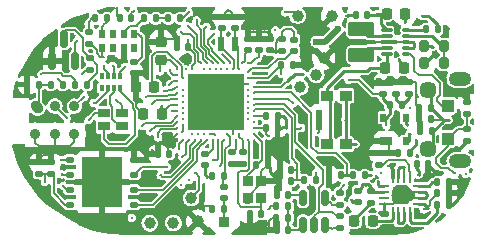
<source format=gbr>
G04 #@! TF.GenerationSoftware,KiCad,Pcbnew,7.0.7*
G04 #@! TF.CreationDate,2024-03-13T12:15:20+01:00*
G04 #@! TF.ProjectId,dictofun,64696374-6f66-4756-9e2e-6b696361645f,rev?*
G04 #@! TF.SameCoordinates,Original*
G04 #@! TF.FileFunction,Copper,L1,Top*
G04 #@! TF.FilePolarity,Positive*
%FSLAX45Y45*%
G04 Gerber Fmt 4.5, Leading zero omitted, Abs format (unit mm)*
G04 Created by KiCad (PCBNEW 7.0.7) date 2024-03-13 12:15:20*
%MOMM*%
%LPD*%
G01*
G04 APERTURE LIST*
G04 Aperture macros list*
%AMRoundRect*
0 Rectangle with rounded corners*
0 $1 Rounding radius*
0 $2 $3 $4 $5 $6 $7 $8 $9 X,Y pos of 4 corners*
0 Add a 4 corners polygon primitive as box body*
4,1,4,$2,$3,$4,$5,$6,$7,$8,$9,$2,$3,0*
0 Add four circle primitives for the rounded corners*
1,1,$1+$1,$2,$3*
1,1,$1+$1,$4,$5*
1,1,$1+$1,$6,$7*
1,1,$1+$1,$8,$9*
0 Add four rect primitives between the rounded corners*
20,1,$1+$1,$2,$3,$4,$5,0*
20,1,$1+$1,$4,$5,$6,$7,0*
20,1,$1+$1,$6,$7,$8,$9,0*
20,1,$1+$1,$8,$9,$2,$3,0*%
%AMHorizOval*
0 Thick line with rounded ends*
0 $1 width*
0 $2 $3 position (X,Y) of the first rounded end (center of the circle)*
0 $4 $5 position (X,Y) of the second rounded end (center of the circle)*
0 Add line between two ends*
20,1,$1,$2,$3,$4,$5,0*
0 Add two circle primitives to create the rounded ends*
1,1,$1,$2,$3*
1,1,$1,$4,$5*%
G04 Aperture macros list end*
G04 #@! TA.AperFunction,SMDPad,CuDef*
%ADD10RoundRect,0.147500X-0.172500X0.147500X-0.172500X-0.147500X0.172500X-0.147500X0.172500X0.147500X0*%
G04 #@! TD*
G04 #@! TA.AperFunction,SMDPad,CuDef*
%ADD11RoundRect,0.140000X0.140000X0.170000X-0.140000X0.170000X-0.140000X-0.170000X0.140000X-0.170000X0*%
G04 #@! TD*
G04 #@! TA.AperFunction,SMDPad,CuDef*
%ADD12RoundRect,0.140000X0.170000X-0.140000X0.170000X0.140000X-0.170000X0.140000X-0.170000X-0.140000X0*%
G04 #@! TD*
G04 #@! TA.AperFunction,ComponentPad*
%ADD13C,0.500000*%
G04 #@! TD*
G04 #@! TA.AperFunction,SMDPad,CuDef*
%ADD14R,1.450000X1.450000*%
G04 #@! TD*
G04 #@! TA.AperFunction,SMDPad,CuDef*
%ADD15RoundRect,0.062500X-0.375000X0.062500X-0.375000X-0.062500X0.375000X-0.062500X0.375000X0.062500X0*%
G04 #@! TD*
G04 #@! TA.AperFunction,SMDPad,CuDef*
%ADD16RoundRect,0.062500X-0.062500X0.375000X-0.062500X-0.375000X0.062500X-0.375000X0.062500X0.375000X0*%
G04 #@! TD*
G04 #@! TA.AperFunction,SMDPad,CuDef*
%ADD17RoundRect,0.135000X0.135000X0.185000X-0.135000X0.185000X-0.135000X-0.185000X0.135000X-0.185000X0*%
G04 #@! TD*
G04 #@! TA.AperFunction,SMDPad,CuDef*
%ADD18RoundRect,0.135000X-0.185000X0.135000X-0.185000X-0.135000X0.185000X-0.135000X0.185000X0.135000X0*%
G04 #@! TD*
G04 #@! TA.AperFunction,SMDPad,CuDef*
%ADD19RoundRect,0.218750X0.218750X0.256250X-0.218750X0.256250X-0.218750X-0.256250X0.218750X-0.256250X0*%
G04 #@! TD*
G04 #@! TA.AperFunction,SMDPad,CuDef*
%ADD20RoundRect,0.135000X-0.135000X-0.185000X0.135000X-0.185000X0.135000X0.185000X-0.135000X0.185000X0*%
G04 #@! TD*
G04 #@! TA.AperFunction,SMDPad,CuDef*
%ADD21RoundRect,0.140000X-0.140000X-0.170000X0.140000X-0.170000X0.140000X0.170000X-0.140000X0.170000X0*%
G04 #@! TD*
G04 #@! TA.AperFunction,SMDPad,CuDef*
%ADD22R,0.850000X0.950000*%
G04 #@! TD*
G04 #@! TA.AperFunction,SMDPad,CuDef*
%ADD23R,0.500000X0.800000*%
G04 #@! TD*
G04 #@! TA.AperFunction,SMDPad,CuDef*
%ADD24RoundRect,0.140000X-0.170000X0.140000X-0.170000X-0.140000X0.170000X-0.140000X0.170000X0.140000X0*%
G04 #@! TD*
G04 #@! TA.AperFunction,SMDPad,CuDef*
%ADD25C,1.000000*%
G04 #@! TD*
G04 #@! TA.AperFunction,SMDPad,CuDef*
%ADD26RoundRect,0.135000X0.185000X-0.135000X0.185000X0.135000X-0.185000X0.135000X-0.185000X-0.135000X0*%
G04 #@! TD*
G04 #@! TA.AperFunction,SMDPad,CuDef*
%ADD27RoundRect,0.225000X0.225000X0.250000X-0.225000X0.250000X-0.225000X-0.250000X0.225000X-0.250000X0*%
G04 #@! TD*
G04 #@! TA.AperFunction,SMDPad,CuDef*
%ADD28RoundRect,0.225000X0.250000X-0.225000X0.250000X0.225000X-0.250000X0.225000X-0.250000X-0.225000X0*%
G04 #@! TD*
G04 #@! TA.AperFunction,SMDPad,CuDef*
%ADD29RoundRect,0.150000X0.150000X-0.587500X0.150000X0.587500X-0.150000X0.587500X-0.150000X-0.587500X0*%
G04 #@! TD*
G04 #@! TA.AperFunction,SMDPad,CuDef*
%ADD30RoundRect,0.150000X0.150000X-0.512500X0.150000X0.512500X-0.150000X0.512500X-0.150000X-0.512500X0*%
G04 #@! TD*
G04 #@! TA.AperFunction,SMDPad,CuDef*
%ADD31RoundRect,0.147500X-0.147500X-0.172500X0.147500X-0.172500X0.147500X0.172500X-0.147500X0.172500X0*%
G04 #@! TD*
G04 #@! TA.AperFunction,SMDPad,CuDef*
%ADD32RoundRect,0.250000X-0.850000X0.375000X-0.850000X-0.375000X0.850000X-0.375000X0.850000X0.375000X0*%
G04 #@! TD*
G04 #@! TA.AperFunction,SMDPad,CuDef*
%ADD33RoundRect,0.200000X0.200000X0.275000X-0.200000X0.275000X-0.200000X-0.275000X0.200000X-0.275000X0*%
G04 #@! TD*
G04 #@! TA.AperFunction,SMDPad,CuDef*
%ADD34R,0.400000X0.500000*%
G04 #@! TD*
G04 #@! TA.AperFunction,SMDPad,CuDef*
%ADD35R,0.300000X0.500000*%
G04 #@! TD*
G04 #@! TA.AperFunction,SMDPad,CuDef*
%ADD36RoundRect,0.225000X-0.225000X-0.250000X0.225000X-0.250000X0.225000X0.250000X-0.225000X0.250000X0*%
G04 #@! TD*
G04 #@! TA.AperFunction,SMDPad,CuDef*
%ADD37R,0.600000X1.200000*%
G04 #@! TD*
G04 #@! TA.AperFunction,SMDPad,CuDef*
%ADD38R,1.000000X0.900000*%
G04 #@! TD*
G04 #@! TA.AperFunction,SMDPad,CuDef*
%ADD39R,0.550000X1.700000*%
G04 #@! TD*
G04 #@! TA.AperFunction,SMDPad,CuDef*
%ADD40RoundRect,0.250000X-0.300000X0.300000X-0.300000X-0.300000X0.300000X-0.300000X0.300000X0.300000X0*%
G04 #@! TD*
G04 #@! TA.AperFunction,SMDPad,CuDef*
%ADD41RoundRect,0.147500X0.172500X-0.147500X0.172500X0.147500X-0.172500X0.147500X-0.172500X-0.147500X0*%
G04 #@! TD*
G04 #@! TA.AperFunction,SMDPad,CuDef*
%ADD42RoundRect,0.012500X0.287500X0.112500X-0.287500X0.112500X-0.287500X-0.112500X0.287500X-0.112500X0*%
G04 #@! TD*
G04 #@! TA.AperFunction,SMDPad,CuDef*
%ADD43RoundRect,0.012500X0.437500X0.112500X-0.437500X0.112500X-0.437500X-0.112500X0.437500X-0.112500X0*%
G04 #@! TD*
G04 #@! TA.AperFunction,SMDPad,CuDef*
%ADD44RoundRect,0.012500X0.637500X0.112500X-0.637500X0.112500X-0.637500X-0.112500X0.637500X-0.112500X0*%
G04 #@! TD*
G04 #@! TA.AperFunction,SMDPad,CuDef*
%ADD45R,1.000000X0.800000*%
G04 #@! TD*
G04 #@! TA.AperFunction,SMDPad,CuDef*
%ADD46RoundRect,0.147500X0.147500X0.172500X-0.147500X0.172500X-0.147500X-0.172500X0.147500X-0.172500X0*%
G04 #@! TD*
G04 #@! TA.AperFunction,SMDPad,CuDef*
%ADD47C,0.910000*%
G04 #@! TD*
G04 #@! TA.AperFunction,SMDPad,CuDef*
%ADD48HorizOval,0.910000X-0.100000X0.100000X0.100000X-0.100000X0*%
G04 #@! TD*
G04 #@! TA.AperFunction,SMDPad,CuDef*
%ADD49RoundRect,0.125000X0.250000X0.125000X-0.250000X0.125000X-0.250000X-0.125000X0.250000X-0.125000X0*%
G04 #@! TD*
G04 #@! TA.AperFunction,SMDPad,CuDef*
%ADD50R,3.400000X4.300000*%
G04 #@! TD*
G04 #@! TA.AperFunction,ComponentPad*
%ADD51R,0.850000X0.850000*%
G04 #@! TD*
G04 #@! TA.AperFunction,SMDPad,CuDef*
%ADD52C,0.250000*%
G04 #@! TD*
G04 #@! TA.AperFunction,SMDPad,CuDef*
%ADD53R,4.850000X4.850000*%
G04 #@! TD*
G04 #@! TA.AperFunction,SMDPad,CuDef*
%ADD54R,0.600000X0.700000*%
G04 #@! TD*
G04 #@! TA.AperFunction,SMDPad,CuDef*
%ADD55R,1.000000X0.700000*%
G04 #@! TD*
G04 #@! TA.AperFunction,ComponentPad*
%ADD56O,1.900000X1.200000*%
G04 #@! TD*
G04 #@! TA.AperFunction,ComponentPad*
%ADD57C,1.450000*%
G04 #@! TD*
G04 #@! TA.AperFunction,ViaPad*
%ADD58C,0.300000*%
G04 #@! TD*
G04 #@! TA.AperFunction,ViaPad*
%ADD59C,0.600000*%
G04 #@! TD*
G04 #@! TA.AperFunction,Conductor*
%ADD60C,0.127000*%
G04 #@! TD*
G04 #@! TA.AperFunction,Conductor*
%ADD61C,0.254000*%
G04 #@! TD*
G04 #@! TA.AperFunction,Conductor*
%ADD62C,0.150000*%
G04 #@! TD*
G04 #@! TA.AperFunction,Conductor*
%ADD63C,0.500000*%
G04 #@! TD*
G04 APERTURE END LIST*
D10*
X13347700Y-10464560D03*
X13347700Y-10561560D03*
D11*
X13347440Y-10373360D03*
X13251440Y-10373360D03*
X13347440Y-10652760D03*
X13251440Y-10652760D03*
D12*
X14698980Y-9583680D03*
X14698980Y-9679680D03*
X11784740Y-10355320D03*
X11784740Y-10259320D03*
X11889740Y-10355320D03*
X11889740Y-10259320D03*
D13*
X14806500Y-10581500D03*
X14901500Y-10581500D03*
D14*
X14854000Y-10534000D03*
X14854000Y-10534000D03*
D13*
X14806500Y-10486500D03*
X14901500Y-10486500D03*
D15*
X14997750Y-10459000D03*
X14997750Y-10509000D03*
X14997750Y-10559000D03*
X14997750Y-10609000D03*
D16*
X14929000Y-10677750D03*
X14879000Y-10677750D03*
X14829000Y-10677750D03*
X14779000Y-10677750D03*
D15*
X14710250Y-10609000D03*
X14710250Y-10559000D03*
X14710250Y-10509000D03*
X14710250Y-10459000D03*
D16*
X14779000Y-10390250D03*
X14829000Y-10390250D03*
X14879000Y-10390250D03*
X14929000Y-10390250D03*
D17*
X15260520Y-10426700D03*
X15158520Y-10426700D03*
D11*
X15082260Y-10274300D03*
X14986260Y-10274300D03*
D18*
X14594000Y-10499000D03*
X14594000Y-10601000D03*
D17*
X14341000Y-10368000D03*
X14239000Y-10368000D03*
X14542000Y-10368000D03*
X14440000Y-10368000D03*
D19*
X14612630Y-10751820D03*
X14455130Y-10751820D03*
D11*
X15254980Y-10520680D03*
X15158980Y-10520680D03*
D20*
X15155980Y-10617200D03*
X15257980Y-10617200D03*
D17*
X15161000Y-9130000D03*
X15059000Y-9130000D03*
D21*
X13708640Y-9968160D03*
X13804640Y-9968160D03*
D10*
X13843000Y-9217420D03*
X13843000Y-9314420D03*
D18*
X15410000Y-9979000D03*
X15410000Y-10081000D03*
D22*
X13667740Y-10564080D03*
X13667740Y-10419080D03*
X13552740Y-10419080D03*
X13552740Y-10564080D03*
D18*
X12212320Y-9153960D03*
X12212320Y-9255960D03*
D23*
X12321160Y-9292130D03*
X12411160Y-9292130D03*
X12501160Y-9292130D03*
X12591160Y-9292130D03*
X12591160Y-9172130D03*
X12501160Y-9172130D03*
X12411160Y-9172130D03*
X12321160Y-9172130D03*
D24*
X13445800Y-9026760D03*
X13445800Y-9122760D03*
D25*
X13073380Y-10561320D03*
D26*
X12217400Y-9479480D03*
X12217400Y-9377480D03*
D12*
X15410000Y-9848000D03*
X15410000Y-9752000D03*
D11*
X13893540Y-10830000D03*
X13797540Y-10830000D03*
D17*
X15113200Y-9989820D03*
X15011200Y-9989820D03*
D11*
X13918940Y-10320020D03*
X13822940Y-10320020D03*
D12*
X14919960Y-9677140D03*
X14919960Y-9581140D03*
D21*
X13836980Y-9433560D03*
X13932980Y-9433560D03*
D27*
X12823220Y-9852660D03*
X12668220Y-9852660D03*
D28*
X12818180Y-9391680D03*
X12818180Y-9236680D03*
D11*
X13047720Y-9286240D03*
X12951720Y-9286240D03*
X12563460Y-9038860D03*
X12467460Y-9038860D03*
X13664940Y-10698480D03*
X13568940Y-10698480D03*
D17*
X13919400Y-10416540D03*
X13817400Y-10416540D03*
D21*
X13624820Y-10281920D03*
X13720820Y-10281920D03*
D25*
X13997940Y-9621520D03*
D20*
X12257260Y-9039860D03*
X12359260Y-9039860D03*
D11*
X14563000Y-9010000D03*
X14467000Y-9010000D03*
D18*
X14333220Y-10517940D03*
X14333220Y-10619940D03*
D12*
X14808200Y-9677140D03*
X14808200Y-9581140D03*
D24*
X13416280Y-10174160D03*
X13416280Y-10270160D03*
D12*
X13553440Y-9311380D03*
X13553440Y-9215380D03*
D20*
X11885000Y-9600000D03*
X11987000Y-9600000D03*
D29*
X11898880Y-9400310D03*
X12088880Y-9400310D03*
X11993880Y-9212810D03*
D30*
X14019780Y-10786830D03*
X14114780Y-10786830D03*
X14209780Y-10786830D03*
X14209780Y-10559330D03*
X14019780Y-10559330D03*
D11*
X12887700Y-10187940D03*
X12791700Y-10187940D03*
D31*
X15004500Y-9800000D03*
X15101500Y-9800000D03*
D32*
X14515000Y-9132500D03*
X14515000Y-9347500D03*
D33*
X15212500Y-9270000D03*
X15047500Y-9270000D03*
D24*
X12588240Y-9405880D03*
X12588240Y-9501880D03*
D25*
X14270000Y-9020000D03*
D34*
X12468060Y-9630080D03*
D35*
X12418060Y-9630080D03*
X12368060Y-9630080D03*
D34*
X12318060Y-9630080D03*
X12318060Y-9530080D03*
D35*
X12368060Y-9530080D03*
X12418060Y-9530080D03*
D34*
X12468060Y-9530080D03*
D36*
X14727500Y-9000000D03*
X14882500Y-9000000D03*
X14717500Y-9460000D03*
X14872500Y-9460000D03*
D18*
X14660880Y-10180120D03*
X14660880Y-10282120D03*
D17*
X13896540Y-10632440D03*
X13794540Y-10632440D03*
D27*
X12759720Y-9618980D03*
X12604720Y-9618980D03*
D37*
X13327380Y-9257640D03*
X13447380Y-9257640D03*
D21*
X13708640Y-9866560D03*
X13804640Y-9866560D03*
D24*
X14484000Y-10502000D03*
X14484000Y-10598000D03*
D25*
X13129260Y-10756900D03*
D33*
X15212500Y-9420000D03*
X15047500Y-9420000D03*
D25*
X14132560Y-9517380D03*
D38*
X14222500Y-10105000D03*
X14382500Y-10105000D03*
X14382500Y-9695000D03*
X14222500Y-9695000D03*
D39*
X14160000Y-9900000D03*
D24*
X13510260Y-10175500D03*
X13510260Y-10271500D03*
D25*
X14195000Y-9375000D03*
D12*
X13647420Y-9311380D03*
X13647420Y-9215380D03*
D40*
X15250000Y-9780000D03*
X15250000Y-10060000D03*
D20*
X12090000Y-9602000D03*
X12192000Y-9602000D03*
D25*
X13975080Y-9017000D03*
D12*
X13745140Y-9311380D03*
X13745140Y-9215380D03*
D17*
X12982860Y-9039860D03*
X12880860Y-9039860D03*
D41*
X13947140Y-9316960D03*
X13947140Y-9219960D03*
D42*
X14895000Y-9340000D03*
X14895000Y-9290000D03*
X14895000Y-9240000D03*
X14895000Y-9190000D03*
X14895000Y-9140000D03*
D43*
X14730000Y-9140000D03*
X14730000Y-9190000D03*
D44*
X14750000Y-9240000D03*
D43*
X14730000Y-9290000D03*
X14730000Y-9340000D03*
D11*
X13893540Y-10535000D03*
X13797540Y-10535000D03*
D45*
X12335000Y-9845000D03*
X12485000Y-9845000D03*
X12485000Y-9955000D03*
X12335000Y-9955000D03*
D31*
X14827500Y-10179000D03*
X14924500Y-10179000D03*
D46*
X14854500Y-9777000D03*
X14757500Y-9777000D03*
D24*
X13190220Y-10188200D03*
X13190220Y-10284200D03*
D25*
X12722860Y-10774680D03*
D11*
X15102580Y-9893300D03*
X15006580Y-9893300D03*
D47*
X11755000Y-10017000D03*
X11920000Y-10017000D03*
X12085000Y-10017000D03*
X12085000Y-9783000D03*
X11920000Y-9783000D03*
D48*
X11765000Y-9793000D03*
D20*
X14029000Y-10410000D03*
X14131000Y-10410000D03*
D49*
X12588240Y-10617200D03*
X12588240Y-10490200D03*
X12588240Y-10363200D03*
X12588240Y-10236200D03*
X12048240Y-10236200D03*
X12048240Y-10363200D03*
X12048240Y-10490200D03*
X12048240Y-10617200D03*
D50*
X12318240Y-10426700D03*
D25*
X12923520Y-10772140D03*
D24*
X13331500Y-9026760D03*
X13331500Y-9122760D03*
D51*
X13347700Y-10767060D03*
D17*
X13895540Y-10730000D03*
X13793540Y-10730000D03*
D18*
X14333220Y-10716000D03*
X14333220Y-10818000D03*
D52*
X13604790Y-9620310D03*
X13604790Y-9670310D03*
X13604790Y-9720310D03*
X13604790Y-9770310D03*
X13604790Y-9820310D03*
X13604790Y-9870310D03*
X13604790Y-9920310D03*
X13604790Y-9970310D03*
X13604790Y-10020310D03*
X13054790Y-10070310D03*
X13029790Y-9470310D03*
X13004790Y-9545310D03*
X13004790Y-9645310D03*
X13004790Y-9695310D03*
X13004790Y-9745310D03*
X13004790Y-9795310D03*
X13004790Y-9845310D03*
X13004790Y-9895310D03*
X13004790Y-9945310D03*
X13004790Y-10070310D03*
X12954790Y-9470310D03*
X12954790Y-9520310D03*
X12954790Y-9570310D03*
X12954790Y-9620310D03*
X12954790Y-9670310D03*
X12954790Y-9720310D03*
X12954790Y-9770310D03*
X12954790Y-9820310D03*
X12954790Y-9870310D03*
X12954790Y-9920310D03*
X12954790Y-9970310D03*
X12954790Y-10020310D03*
X13554790Y-9420310D03*
X13554790Y-9495310D03*
X13554790Y-9545310D03*
X13554790Y-9595310D03*
X13554790Y-9645310D03*
X13554790Y-9695310D03*
X13554790Y-9745310D03*
X13554790Y-9795310D03*
X13554790Y-9845310D03*
X13554790Y-9895310D03*
X13554790Y-10070310D03*
X13504790Y-9420310D03*
X13479790Y-9470310D03*
X13479790Y-10020310D03*
X13454790Y-10070310D03*
D53*
X13279790Y-9745310D03*
D52*
X13429790Y-9470310D03*
X13429790Y-10020310D03*
X13404790Y-9420310D03*
X13379790Y-9470310D03*
X13379790Y-10020310D03*
X13354790Y-9420310D03*
X13354790Y-10070310D03*
X13329790Y-9470310D03*
X13304790Y-9420310D03*
X13304790Y-10070310D03*
X13279790Y-9470310D03*
X13254790Y-9420310D03*
X13254790Y-10070310D03*
X13229790Y-9470310D03*
X13229790Y-10020310D03*
X13204790Y-9420310D03*
X13204790Y-10070310D03*
X13179790Y-9470310D03*
X13179790Y-10020310D03*
X13154790Y-9420310D03*
X13154790Y-10070310D03*
X13129790Y-10020310D03*
X13104790Y-9420310D03*
X13104790Y-10070310D03*
X13079790Y-9470310D03*
X13079790Y-10020310D03*
D17*
X12773660Y-9039860D03*
X12671660Y-9039860D03*
D11*
X11783000Y-9600000D03*
X11687000Y-9600000D03*
D54*
X14702020Y-9881000D03*
X14892020Y-9881000D03*
X14892020Y-10081000D03*
D55*
X14722020Y-10081000D03*
D56*
X15350000Y-9550000D03*
D57*
X15080000Y-9650000D03*
X15080000Y-10150000D03*
D56*
X15350000Y-10250000D03*
D58*
X13464540Y-10271760D03*
X15199360Y-9517380D03*
X12969240Y-10149840D03*
X15341600Y-10477500D03*
X15306040Y-10353040D03*
X15199360Y-10246360D03*
D59*
X13388340Y-9839960D03*
X13281660Y-9834880D03*
X13174980Y-9832340D03*
X13279120Y-9740900D03*
X13177520Y-9738360D03*
X13281660Y-9634220D03*
X13385800Y-9748520D03*
X13385800Y-9634220D03*
X13177520Y-9636760D03*
D58*
X13870940Y-8989060D03*
X15397480Y-10358120D03*
X13784580Y-9141460D03*
X14284960Y-9466580D03*
X14150340Y-10012680D03*
X14005560Y-9964420D03*
X14571980Y-10833100D03*
X14264640Y-10619740D03*
X13896340Y-10680700D03*
X13108940Y-10350500D03*
X11988800Y-10457180D03*
X12999720Y-9999980D03*
X12570460Y-10728960D03*
X12740640Y-10769600D03*
X12943840Y-10767060D03*
X13093700Y-10772140D03*
X12989560Y-10447020D03*
X13058140Y-10406380D03*
X14678660Y-10345420D03*
X14018260Y-9507220D03*
X13967460Y-9507220D03*
X13924280Y-9535160D03*
X13881100Y-9578340D03*
X13997940Y-9621520D03*
X14132560Y-9519920D03*
X14196060Y-9375140D03*
X14010640Y-9408160D03*
X13263880Y-9171940D03*
X13202920Y-9110980D03*
X13934440Y-9758680D03*
X13728700Y-10652760D03*
X12509500Y-9380220D03*
X12669520Y-9512300D03*
X12425680Y-10253980D03*
X11805920Y-9512300D03*
X15125700Y-9537700D03*
X14371320Y-10454640D03*
X14239240Y-10431780D03*
D59*
X14315440Y-9131300D03*
X14132560Y-9237980D03*
D58*
X14678660Y-9077960D03*
X14610080Y-9011920D03*
X14727500Y-9000000D03*
X12448540Y-8956040D03*
X12585700Y-8976360D03*
X12646660Y-9189720D03*
X12148820Y-9512300D03*
X13055600Y-8989060D03*
X12809220Y-9489440D03*
X14406880Y-9560560D03*
X14726920Y-9944100D03*
X14467840Y-10104120D03*
X14131000Y-10345420D03*
X13764260Y-10363200D03*
X13876020Y-9961880D03*
X14978380Y-9585960D03*
X15255240Y-9900920D03*
X14978380Y-10068560D03*
X14907260Y-9728200D03*
X14645640Y-9550400D03*
X14831060Y-9382760D03*
X14386560Y-9019540D03*
X15118080Y-9281160D03*
X14958060Y-9268460D03*
X15026640Y-9017000D03*
X14884400Y-9077960D03*
X14810740Y-9240520D03*
X14559280Y-9484360D03*
X14424660Y-10576560D03*
X14592580Y-10368000D03*
X14551660Y-10447020D03*
X14653260Y-10419080D03*
X14828520Y-10774680D03*
X15041880Y-10657840D03*
X14993620Y-10363200D03*
X15176500Y-10358120D03*
X15077440Y-10535920D03*
X14762480Y-10289540D03*
X14869160Y-10297160D03*
X15118080Y-9352280D03*
X14269720Y-10820400D03*
X13957300Y-10535920D03*
X13733780Y-10807700D03*
X14762480Y-10172700D03*
X14927580Y-9796780D03*
X14919960Y-10020300D03*
X14904720Y-9941560D03*
X11783060Y-10121900D03*
X12204700Y-9900920D03*
X12435840Y-9728200D03*
X12247880Y-9753600D03*
X12512040Y-9451340D03*
X12336780Y-9446260D03*
X12407900Y-9441180D03*
X12727940Y-9997440D03*
X12659360Y-9949180D03*
X12793980Y-10048240D03*
X12687300Y-9705340D03*
X12745720Y-9766300D03*
X12606020Y-9715500D03*
X12021820Y-9883140D03*
X12169140Y-9702800D03*
X11948160Y-9555480D03*
X11699240Y-9456420D03*
X13210540Y-10380980D03*
X13185140Y-10632440D03*
X12877800Y-10114280D03*
X13119100Y-9055100D03*
X13045440Y-9105900D03*
X12984480Y-9151620D03*
X12867640Y-10294620D03*
X12108180Y-9227820D03*
X12827000Y-9037320D03*
X12326620Y-9370060D03*
X12329160Y-9100820D03*
X12204700Y-9085580D03*
X12743180Y-10154920D03*
X12931140Y-9202420D03*
X13388580Y-8973160D03*
X13563600Y-10810240D03*
X11836400Y-10195560D03*
X13646080Y-9116060D03*
X12666980Y-10236200D03*
X11976100Y-10360660D03*
X13276580Y-10025300D03*
X11973560Y-10236200D03*
X12814300Y-10368280D03*
X12893040Y-9474200D03*
X12893040Y-9598660D03*
X12999720Y-10213340D03*
X12847320Y-9652000D03*
X12910820Y-9822180D03*
X13314680Y-10289540D03*
X13261340Y-10241280D03*
X13454380Y-10121900D03*
X13789660Y-9334500D03*
X13837920Y-9507220D03*
X13042900Y-9222740D03*
X11833860Y-10424160D03*
X13731240Y-10033000D03*
X13634720Y-9377680D03*
X12822204Y-9789160D03*
D60*
X13843000Y-9217420D02*
X13797490Y-9217420D01*
X13797490Y-9217420D02*
X13797490Y-9244022D01*
X13769580Y-9314420D02*
X13843000Y-9314420D01*
X13789660Y-9251852D02*
X13789660Y-9309100D01*
X13789660Y-9309100D02*
X13776960Y-9321800D01*
X13797490Y-9244022D02*
X13789660Y-9251852D01*
X13776960Y-9321800D02*
X13769580Y-9314420D01*
X13347700Y-10563280D02*
X13347700Y-10652500D01*
X13347700Y-10652500D02*
X13347440Y-10652760D01*
X13347440Y-10652760D02*
X13347440Y-10766800D01*
X13251440Y-10652760D02*
X13251440Y-10645140D01*
X13347440Y-10766800D02*
X13347700Y-10767060D01*
X13185140Y-10632440D02*
X13231120Y-10632440D01*
X13231120Y-10632440D02*
X13251440Y-10652760D01*
X13251440Y-10645140D02*
X13259860Y-10636720D01*
D61*
X13464280Y-10271500D02*
X13417620Y-10271500D01*
X13464540Y-10271760D02*
X13464280Y-10271500D01*
X13464800Y-10271500D02*
X13464540Y-10271760D01*
D60*
X13336230Y-10088870D02*
X13354790Y-10070310D01*
X13314680Y-10289540D02*
X13336230Y-10267990D01*
X13336230Y-10267990D02*
X13336230Y-10088870D01*
D61*
X13421360Y-10275240D02*
X13416280Y-10270160D01*
D60*
X13379790Y-10020310D02*
X13401040Y-10041560D01*
X13401040Y-10041560D02*
X13401040Y-10108408D01*
X13340080Y-10370560D02*
X13340080Y-10455220D01*
X13363930Y-10145518D02*
X13363930Y-10338139D01*
X13363930Y-10338139D02*
X13359310Y-10342759D01*
X13401040Y-10108408D02*
X13363930Y-10145518D01*
X13359310Y-10342759D02*
X13359310Y-10351330D01*
X13359310Y-10351330D02*
X13340080Y-10370560D01*
X13119100Y-9055100D02*
X13119100Y-9098280D01*
X13119100Y-9098280D02*
X13156960Y-9136140D01*
X13156960Y-9136140D02*
X13156960Y-9277306D01*
X13156960Y-9277306D02*
X13197746Y-9318092D01*
X13197746Y-9318092D02*
X13197746Y-9363266D01*
X13197746Y-9363266D02*
X13254790Y-9420310D01*
X12745720Y-9766300D02*
X12778740Y-9733280D01*
X12778740Y-9733280D02*
X12889466Y-9733280D01*
X12889466Y-9733280D02*
X12902436Y-9720310D01*
X12902436Y-9720310D02*
X12954790Y-9720310D01*
D61*
X14904720Y-9941560D02*
X14892020Y-9928860D01*
X14892020Y-9928860D02*
X14892020Y-9906980D01*
D60*
X13212360Y-9223460D02*
X13212360Y-9254359D01*
X13212360Y-9254359D02*
X13253146Y-9295144D01*
X13253146Y-9318666D02*
X13354790Y-9420310D01*
X13263880Y-9171940D02*
X13212360Y-9223460D01*
X13253146Y-9295144D02*
X13253146Y-9318666D01*
D61*
X14592580Y-10368000D02*
X14594840Y-10365740D01*
X14592580Y-10368000D02*
X14542000Y-10368000D01*
D60*
X15125700Y-9537700D02*
X15178850Y-9590850D01*
X14895000Y-9340000D02*
X14930540Y-9340000D01*
X15158720Y-9711075D02*
X15158720Y-9740900D01*
X14930540Y-9340000D02*
X14963140Y-9372600D01*
X14963140Y-9372600D02*
X14963140Y-9481820D01*
X14963140Y-9481820D02*
X15003780Y-9522460D01*
X15003780Y-9522460D02*
X15110460Y-9522460D01*
X15110460Y-9522460D02*
X15178850Y-9590850D01*
X15178850Y-9590850D02*
X15178850Y-9690945D01*
X15197820Y-9780000D02*
X15250000Y-9780000D01*
X15178850Y-9690945D02*
X15158720Y-9711075D01*
X15158720Y-9740900D02*
X15197820Y-9780000D01*
D61*
X14730000Y-9140000D02*
X14678660Y-9088660D01*
X14678660Y-9088660D02*
X14678660Y-9009380D01*
X14678660Y-9009380D02*
X14640560Y-9009380D01*
D60*
X13229790Y-10020310D02*
X13271590Y-10020310D01*
X13271590Y-10020310D02*
X13276580Y-10025300D01*
X12999720Y-9999980D02*
X13004790Y-9994910D01*
X13004790Y-9994910D02*
X13004790Y-9945310D01*
D61*
X15196820Y-9517380D02*
X15199360Y-9519920D01*
X15199360Y-9517380D02*
X15196820Y-9517380D01*
X15199360Y-9519920D02*
X15199360Y-9517380D01*
X15222300Y-9542860D02*
X15199360Y-9519920D01*
X15222300Y-9682560D02*
X15222300Y-9542860D01*
X15232380Y-9692640D02*
X15222300Y-9682560D01*
D60*
X13261340Y-10241280D02*
X13291820Y-10241280D01*
X13291820Y-10241280D02*
X13304790Y-10228310D01*
X13304790Y-10228310D02*
X13304790Y-10070310D01*
X12823220Y-9788144D02*
X12823220Y-9775160D01*
X12823220Y-9852660D02*
X12823220Y-9790176D01*
X12823220Y-9790176D02*
X12822204Y-9789160D01*
X12822204Y-9789160D02*
X12823220Y-9788144D01*
X12969240Y-10149840D02*
X12969240Y-10105860D01*
X12969240Y-10105860D02*
X13004790Y-10070310D01*
X12999720Y-10213340D02*
X13027660Y-10185400D01*
X13027660Y-10185400D02*
X13027660Y-10097440D01*
X13027660Y-10097440D02*
X13054790Y-10070310D01*
X12877800Y-10178040D02*
X12887700Y-10187940D01*
X12877800Y-10114280D02*
X12877800Y-10178040D01*
X12791700Y-10187940D02*
X12778740Y-10187940D01*
X12778740Y-10187940D02*
X12745720Y-10154920D01*
X12745720Y-10154920D02*
X12743180Y-10154920D01*
X13104790Y-10070310D02*
X13104790Y-10077790D01*
X13062980Y-10119600D02*
X13062980Y-10224132D01*
X13104790Y-10077790D02*
X13062980Y-10119600D01*
X13062980Y-10224132D02*
X12903592Y-10383520D01*
X12903592Y-10383520D02*
X12829540Y-10383520D01*
X12829540Y-10383520D02*
X12814300Y-10368280D01*
X13154790Y-10070310D02*
X13154790Y-10078590D01*
X13154790Y-10078590D02*
X13090680Y-10142700D01*
X13090680Y-10235606D02*
X12836086Y-10490200D01*
X13090680Y-10142700D02*
X13090680Y-10235606D01*
X12836086Y-10490200D02*
X12588240Y-10490200D01*
X13204790Y-10070310D02*
X13170940Y-10104160D01*
X13119100Y-10246360D02*
X12748260Y-10617200D01*
X13170940Y-10104160D02*
X13168394Y-10104160D01*
X13168394Y-10104160D02*
X13119100Y-10153454D01*
X13119100Y-10153454D02*
X13119100Y-10246360D01*
X12748260Y-10617200D02*
X12588240Y-10617200D01*
X13154790Y-9420310D02*
X13132490Y-9398010D01*
X13097070Y-9296416D02*
X13097070Y-9207119D01*
X13132490Y-9398010D02*
X13132490Y-9331836D01*
X13132490Y-9331836D02*
X13097070Y-9296416D01*
X13097070Y-9207119D02*
X13063341Y-9173390D01*
X13063341Y-9173390D02*
X13006250Y-9173390D01*
X13006250Y-9173390D02*
X12984480Y-9151620D01*
D61*
X14997750Y-10609000D02*
X15043840Y-10609000D01*
X15043840Y-10609000D02*
X15076170Y-10641330D01*
D60*
X15097881Y-10619619D02*
X15097881Y-10614660D01*
X15097881Y-10614660D02*
X15097881Y-10585270D01*
X15041880Y-10657840D02*
X15059660Y-10657840D01*
X15059660Y-10657840D02*
X15097881Y-10619619D01*
X15097881Y-10585270D02*
X15158980Y-10524172D01*
X15158980Y-10524172D02*
X15158980Y-10520680D01*
D61*
X14929000Y-10677750D02*
X14929000Y-10755780D01*
X14929000Y-10755780D02*
X14942820Y-10769600D01*
X14942820Y-10769600D02*
X15072360Y-10769600D01*
X15072360Y-10769600D02*
X15155980Y-10685980D01*
X15155980Y-10685980D02*
X15155980Y-10617200D01*
D60*
X13953070Y-9977120D02*
X13953070Y-9861130D01*
X13611340Y-9763760D02*
X13604790Y-9770310D01*
X13953070Y-9861130D02*
X13855700Y-9763760D01*
X13855700Y-9763760D02*
X13611340Y-9763760D01*
X13934440Y-9758680D02*
X13896070Y-9720310D01*
X13896070Y-9720310D02*
X13604790Y-9720310D01*
X13604790Y-9670310D02*
X13607860Y-9667240D01*
X14091920Y-9839960D02*
X14091920Y-10126980D01*
X14147800Y-10182860D02*
X14302740Y-10182860D01*
X14091920Y-10126980D02*
X14147800Y-10182860D01*
X13919200Y-9667240D02*
X14091920Y-9839960D01*
X13607860Y-9667240D02*
X13919200Y-9667240D01*
X14302740Y-10182860D02*
X14371320Y-10251440D01*
X13972540Y-10335260D02*
X13972540Y-10271760D01*
X13618160Y-9806940D02*
X13604790Y-9820310D01*
X13972540Y-10271760D02*
X13925370Y-10224590D01*
X13848080Y-9806940D02*
X13618160Y-9806940D01*
X13925370Y-10224590D02*
X13925370Y-9884230D01*
X13925370Y-9884230D02*
X13848080Y-9806940D01*
X13429790Y-9470310D02*
X13438640Y-9461460D01*
X13438640Y-9461460D02*
X13438640Y-9394960D01*
X13438640Y-9394960D02*
X13327380Y-9283700D01*
X13327380Y-9283700D02*
X13327380Y-9257640D01*
X13404790Y-9420310D02*
X13404790Y-9409370D01*
X13404790Y-9409370D02*
X13337540Y-9342120D01*
X14698780Y-10282120D02*
X14740710Y-10240190D01*
X14919940Y-10278149D02*
X14919940Y-10332701D01*
X14929000Y-10341760D02*
X14929000Y-10390250D01*
X14740710Y-10240190D02*
X14881981Y-10240190D01*
X14660880Y-10282120D02*
X14698780Y-10282120D01*
X14881981Y-10240190D02*
X14919940Y-10278149D01*
X14919940Y-10332701D02*
X14929000Y-10341760D01*
D61*
X14829000Y-10311920D02*
X14829000Y-10390250D01*
X14838680Y-10302240D02*
X14829000Y-10311920D01*
D62*
X14869160Y-10297160D02*
X14874240Y-10302240D01*
D61*
X14874240Y-10302240D02*
X14838680Y-10302240D01*
D62*
X14869160Y-10297160D02*
X14879000Y-10307000D01*
X14879000Y-10307000D02*
X14879000Y-10390250D01*
D61*
X15331440Y-10467340D02*
X15331440Y-10439400D01*
X15341600Y-10477500D02*
X15331440Y-10467340D01*
X15331440Y-10487660D02*
X15341600Y-10477500D01*
X15331440Y-10566400D02*
X15331440Y-10523220D01*
X15331440Y-10523220D02*
X15331440Y-10487660D01*
X15328900Y-10520680D02*
X15331440Y-10523220D01*
X15254980Y-10520680D02*
X15328900Y-10520680D01*
X15257980Y-10617200D02*
X15280640Y-10617200D01*
X15280640Y-10617200D02*
X15331440Y-10566400D01*
X15331440Y-10439400D02*
X15318740Y-10426700D01*
X15318740Y-10426700D02*
X15260520Y-10426700D01*
X15115540Y-10426700D02*
X15158520Y-10426700D01*
X14997750Y-10459000D02*
X15083240Y-10459000D01*
X15083240Y-10459000D02*
X15115540Y-10426700D01*
X15176500Y-10358120D02*
X15173960Y-10355580D01*
X15173960Y-10355580D02*
X15153380Y-10355580D01*
X15153380Y-10355580D02*
X15072100Y-10274300D01*
D60*
X15295923Y-10353040D02*
X15250203Y-10307320D01*
X15190528Y-10307320D02*
X15150010Y-10266802D01*
X15306040Y-10353040D02*
X15295923Y-10353040D01*
X15150010Y-10266802D02*
X15150010Y-10219785D01*
X15250203Y-10307320D02*
X15190528Y-10307320D01*
X15150010Y-10219785D02*
X15250000Y-10119795D01*
X15250000Y-10119795D02*
X15250000Y-10060000D01*
D61*
X15276602Y-10157300D02*
X15333700Y-10157300D01*
X15199360Y-10246360D02*
X15199360Y-10234542D01*
X15199360Y-10234542D02*
X15276602Y-10157300D01*
X15333700Y-10157300D02*
X15410000Y-10081000D01*
X14976100Y-10274300D02*
X14976100Y-10310120D01*
X14976100Y-10310120D02*
X15001240Y-10335260D01*
X15001240Y-10335260D02*
X15001240Y-10363200D01*
X14978380Y-10068560D02*
X14978380Y-10106660D01*
X14978380Y-10106660D02*
X14924500Y-10160540D01*
X14924500Y-10160540D02*
X14924500Y-10179000D01*
X14779000Y-10677750D02*
X14779000Y-10735300D01*
X14779000Y-10735300D02*
X14762480Y-10751820D01*
X14762480Y-10751820D02*
X14612630Y-10751820D01*
X14487430Y-10751820D02*
X14455130Y-10751820D01*
X14455130Y-10751820D02*
X14455130Y-10739870D01*
X14455130Y-10739870D02*
X14594000Y-10601000D01*
D60*
X12793980Y-10048240D02*
X12793980Y-10007600D01*
X12793980Y-10007600D02*
X12822400Y-9979180D01*
X12822400Y-9979180D02*
X12945920Y-9979180D01*
X12945920Y-9979180D02*
X12947830Y-9977270D01*
X12947830Y-9977270D02*
X12947830Y-9970310D01*
X12954790Y-9920310D02*
X12923620Y-9951480D01*
X12923620Y-9951480D02*
X12773900Y-9951480D01*
X12773900Y-9951480D02*
X12727940Y-9997440D01*
X12954790Y-9870310D02*
X12901320Y-9923780D01*
X12901320Y-9923780D02*
X12684760Y-9923780D01*
X12684760Y-9923780D02*
X12659360Y-9949180D01*
X13429790Y-10020310D02*
X13429790Y-9895310D01*
X13429790Y-9895310D02*
X13279790Y-9745310D01*
X13279120Y-9745980D02*
X13279790Y-9745310D01*
X13279120Y-9740900D02*
X13279120Y-9745980D01*
X13284200Y-9740900D02*
X13279120Y-9740900D01*
X13385800Y-9639300D02*
X13284200Y-9740900D01*
X13385800Y-9634220D02*
X13385800Y-9639300D01*
X13390880Y-9634220D02*
X13385800Y-9634220D01*
X13554790Y-9595310D02*
X13429790Y-9595310D01*
X13429790Y-9595310D02*
X13390880Y-9634220D01*
X13870940Y-8989060D02*
X13947140Y-8989060D01*
X13947140Y-8989060D02*
X13975080Y-9017000D01*
X14710250Y-10609000D02*
X14779000Y-10609000D01*
X14779000Y-10609000D02*
X14806500Y-10581500D01*
X14160000Y-10003020D02*
X14150340Y-10012680D01*
X14160000Y-9900000D02*
X14160000Y-10003020D01*
X13992860Y-9977120D02*
X14005560Y-9964420D01*
X13953070Y-9977120D02*
X13992860Y-9977120D01*
X13953070Y-10055860D02*
X13953070Y-9977120D01*
X14270190Y-10619740D02*
X14270390Y-10619940D01*
X14264640Y-10619740D02*
X14270190Y-10619740D01*
X14264640Y-10614190D02*
X14264640Y-10619740D01*
X13895540Y-10730000D02*
X13895540Y-10828000D01*
X13895540Y-10828000D02*
X13893540Y-10830000D01*
X13896540Y-10680900D02*
X13896540Y-10729000D01*
X13896340Y-10680700D02*
X13896540Y-10680900D01*
X13896540Y-10680500D02*
X13896340Y-10680700D01*
X13108940Y-10347960D02*
X13108940Y-10347960D01*
X13108940Y-10350500D02*
X13108940Y-10347960D01*
X13111480Y-10350500D02*
X13108940Y-10350500D01*
X13141960Y-10464800D02*
X13141960Y-10380980D01*
X13141960Y-10380980D02*
X13111480Y-10350500D01*
X13073380Y-10561320D02*
X13141960Y-10492740D01*
X13141960Y-10492740D02*
X13141960Y-10464800D01*
X12048240Y-10490200D02*
X12021820Y-10490200D01*
X12021820Y-10490200D02*
X11988800Y-10457180D01*
X14660880Y-10180120D02*
X14755060Y-10180120D01*
X14755060Y-10180120D02*
X14762480Y-10172700D01*
X15102580Y-9893300D02*
X15110200Y-9900920D01*
X15110200Y-9900920D02*
X15206460Y-9900920D01*
D61*
X13967460Y-9507220D02*
X14018260Y-9507220D01*
X13924280Y-9532620D02*
X13949680Y-9507220D01*
X13924280Y-9535160D02*
X13924280Y-9532620D01*
X13921740Y-9535160D02*
X13924280Y-9535160D01*
D60*
X13881100Y-9575800D02*
X13886180Y-9570720D01*
X13881100Y-9578340D02*
X13881100Y-9575800D01*
X13878560Y-9578340D02*
X13881100Y-9578340D01*
D61*
X13949680Y-9507220D02*
X13967460Y-9507220D01*
X13886180Y-9570720D02*
X13921740Y-9535160D01*
X14831060Y-9382760D02*
X14831060Y-9398000D01*
X14831060Y-9398000D02*
X14872500Y-9439440D01*
X14872500Y-9439440D02*
X14872500Y-9460000D01*
D60*
X13604790Y-9620310D02*
X13608540Y-9624060D01*
X13608540Y-9624060D02*
X13832840Y-9624060D01*
X13832840Y-9624060D02*
X13878560Y-9578340D01*
X14010640Y-9405620D02*
X14008100Y-9408160D01*
X14010640Y-9408160D02*
X14010640Y-9405620D01*
X14008100Y-9408160D02*
X14010640Y-9408160D01*
X13982700Y-9433560D02*
X14008100Y-9408160D01*
X13932980Y-9433560D02*
X13982700Y-9433560D01*
X13304790Y-9420310D02*
X13225446Y-9340966D01*
X13225446Y-9340966D02*
X13225446Y-9306618D01*
X13184660Y-9129240D02*
X13202920Y-9110980D01*
X13225446Y-9306618D02*
X13184660Y-9265832D01*
X13184660Y-9265832D02*
X13184660Y-9129240D01*
X13726160Y-10652760D02*
X13728700Y-10650220D01*
X13728700Y-10652760D02*
X13726160Y-10652760D01*
X13728700Y-10650220D02*
X13728700Y-10652760D01*
X13746480Y-10632440D02*
X13728700Y-10650220D01*
X13794540Y-10632440D02*
X13746480Y-10632440D01*
X14188440Y-10322560D02*
X14135100Y-10269220D01*
X14135100Y-10269220D02*
X13953070Y-10087190D01*
X14188440Y-10444480D02*
X14188440Y-10322560D01*
X13953070Y-10087190D02*
X13953070Y-10055860D01*
X14131000Y-10345420D02*
X14131000Y-10410000D01*
X14152880Y-10480040D02*
X14188440Y-10444480D01*
X14152880Y-10675620D02*
X14152880Y-10480040D01*
D61*
X12501160Y-9292130D02*
X12501160Y-9371880D01*
X12501160Y-9371880D02*
X12509500Y-9380220D01*
X12669520Y-9512300D02*
X12666980Y-9509760D01*
X12659100Y-9501880D02*
X12669520Y-9512300D01*
X12588240Y-9501880D02*
X12659100Y-9501880D01*
X13510260Y-10271500D02*
X13464800Y-10271500D01*
X13417620Y-10271500D02*
X13416280Y-10270160D01*
X13190220Y-10284200D02*
X13190220Y-10360660D01*
X13190220Y-10360660D02*
X13210540Y-10380980D01*
D60*
X12192000Y-9602000D02*
X12192000Y-9586165D01*
X12192000Y-9586165D02*
X12275820Y-9502345D01*
X12275820Y-9502345D02*
X12275820Y-9431989D01*
X12221311Y-9377480D02*
X12217400Y-9377480D01*
X12275820Y-9431989D02*
X12221311Y-9377480D01*
X12336780Y-9471660D02*
X12368060Y-9502940D01*
X12368060Y-9502940D02*
X12368060Y-9530080D01*
X12336780Y-9446260D02*
X12336780Y-9471660D01*
X12090000Y-9602000D02*
X12090000Y-9560160D01*
X11968601Y-9506130D02*
X11812090Y-9506130D01*
X12054840Y-9525000D02*
X11987471Y-9525000D01*
X11987471Y-9525000D02*
X11968601Y-9506130D01*
X12090000Y-9560160D02*
X12054840Y-9525000D01*
X11812090Y-9506130D02*
X11805920Y-9512300D01*
X11948160Y-9555480D02*
X11987000Y-9594320D01*
X11987000Y-9594320D02*
X11987000Y-9600000D01*
D61*
X15204440Y-9902940D02*
X15204440Y-9913620D01*
X15255240Y-9900920D02*
X15202420Y-9900920D01*
X15255240Y-9900920D02*
X15206460Y-9900920D01*
X15204440Y-9913620D02*
X15133060Y-9985000D01*
X15206460Y-9900920D02*
X15204440Y-9902940D01*
X15133060Y-9985000D02*
X15117000Y-9985000D01*
X15202420Y-9900920D02*
X15101500Y-9800000D01*
D60*
X14371320Y-10452100D02*
X14368780Y-10454640D01*
X14371320Y-10454640D02*
X14371320Y-10452100D01*
X14368780Y-10454640D02*
X14371320Y-10454640D01*
X14333220Y-10490200D02*
X14368780Y-10454640D01*
X14333220Y-10517940D02*
X14333220Y-10490200D01*
X14239240Y-10431780D02*
X14239000Y-10429000D01*
X14239000Y-10368000D02*
X14239240Y-10431780D01*
D63*
X14208760Y-9237980D02*
X14315440Y-9131300D01*
X14132560Y-9237980D02*
X14208760Y-9237980D01*
D61*
X14612000Y-9010000D02*
X14639940Y-9010000D01*
X14610080Y-9011920D02*
X14612000Y-9010000D01*
X14608160Y-9010000D02*
X14610080Y-9011920D01*
D60*
X12448540Y-8956040D02*
X12448540Y-8953500D01*
X12448540Y-9019940D02*
X12448540Y-8956040D01*
X12467460Y-9038860D02*
X12448540Y-9019940D01*
X12563460Y-8998600D02*
X12585700Y-8976360D01*
X12563460Y-9038860D02*
X12563460Y-8998600D01*
X12641580Y-9189720D02*
X12623990Y-9172130D01*
X12646660Y-9189720D02*
X12641580Y-9189720D01*
X12646660Y-9194800D02*
X12646660Y-9189720D01*
X12588240Y-9405880D02*
X12618460Y-9405880D01*
X12618460Y-9405880D02*
X12656820Y-9367520D01*
X12656820Y-9367520D02*
X12656820Y-9204960D01*
X12656820Y-9204960D02*
X12646660Y-9194800D01*
X12623990Y-9172130D02*
X12591160Y-9172130D01*
X12181640Y-9479480D02*
X12148820Y-9512300D01*
X12217400Y-9479480D02*
X12181640Y-9479480D01*
X13055600Y-8986520D02*
X13055600Y-8986520D01*
X13055600Y-8989060D02*
X13055600Y-8986520D01*
X13053060Y-8989060D02*
X13055600Y-8989060D01*
X13002260Y-9039860D02*
X13053060Y-8989060D01*
X12982860Y-9039860D02*
X13002260Y-9039860D01*
X12809220Y-9489440D02*
X12809220Y-9400640D01*
X12809220Y-9400640D02*
X12818180Y-9391680D01*
X14493240Y-9560560D02*
X14406880Y-9560560D01*
X14498320Y-9565640D02*
X14493240Y-9560560D01*
X14640820Y-9679680D02*
X14612360Y-9679680D01*
X14612360Y-9679680D02*
X14498320Y-9565640D01*
X14698980Y-9679680D02*
X14640820Y-9679680D01*
X14726920Y-9944100D02*
X14726920Y-9882080D01*
X14726920Y-9882080D02*
X14728000Y-9881000D01*
D61*
X14467840Y-10104120D02*
X14466960Y-10105000D01*
X14717500Y-9460000D02*
X14583640Y-9460000D01*
X14583640Y-9460000D02*
X14559280Y-9484360D01*
X14222500Y-9695000D02*
X14222500Y-9630640D01*
X14222500Y-9630640D02*
X14368780Y-9484360D01*
X14368780Y-9484360D02*
X14559280Y-9484360D01*
X14382500Y-10105000D02*
X14467840Y-10104120D01*
D60*
X13957300Y-10320020D02*
X13972540Y-10335260D01*
X13918940Y-10320020D02*
X13957300Y-10320020D01*
X13972540Y-10335260D02*
X13972540Y-10407460D01*
X14029000Y-10410000D02*
X13975080Y-10410000D01*
X13975080Y-10410000D02*
X13936000Y-10410000D01*
X13972540Y-10407460D02*
X13975080Y-10410000D01*
D61*
X13764260Y-10363200D02*
X13738860Y-10337800D01*
X13738860Y-10337800D02*
X13738860Y-10299960D01*
X13738860Y-10299960D02*
X13720820Y-10281920D01*
X13764260Y-10363200D02*
X13764260Y-10360660D01*
X13817400Y-10413800D02*
X13766800Y-10363200D01*
X13764260Y-10360660D02*
X13764260Y-10360660D01*
X13766800Y-10363200D02*
X13764260Y-10363200D01*
X13817400Y-10416540D02*
X13817400Y-10413800D01*
X13804900Y-10320020D02*
X13764260Y-10360660D01*
X13822940Y-10320020D02*
X13804900Y-10320020D01*
X13876020Y-9961880D02*
X13808380Y-9964420D01*
X13804640Y-9866560D02*
X13854360Y-9866560D01*
X13808380Y-9964420D02*
X13804640Y-9968160D01*
X13854360Y-9866560D02*
X13878560Y-9890760D01*
X13878560Y-9890760D02*
X13878560Y-9964420D01*
X13878560Y-9964420D02*
X13876020Y-9961880D01*
D60*
X14394180Y-10274300D02*
X14371320Y-10251440D01*
X14371320Y-10251440D02*
X14366240Y-10246360D01*
X14394180Y-10368000D02*
X14394180Y-10274300D01*
D61*
X14440000Y-10368000D02*
X14394180Y-10368000D01*
X14394180Y-10368000D02*
X14341000Y-10368000D01*
D60*
X15015000Y-9985000D02*
X15004500Y-9974500D01*
X15004500Y-9974500D02*
X15004500Y-9800000D01*
X14973300Y-9585960D02*
X14968480Y-9581140D01*
X14978380Y-9585960D02*
X14973300Y-9585960D01*
X14978380Y-9591040D02*
X14978380Y-9585960D01*
X15004500Y-9800000D02*
X14981150Y-9776650D01*
X14981150Y-9776650D02*
X14981150Y-9593810D01*
X14981150Y-9593810D02*
X14978380Y-9591040D01*
X14968480Y-9581140D02*
X14919960Y-9581140D01*
D61*
X15410000Y-9752000D02*
X15410000Y-9733100D01*
X15410000Y-9733100D02*
X15369540Y-9692640D01*
X15369540Y-9692640D02*
X15232380Y-9692640D01*
X15101500Y-9800000D02*
X15101500Y-9671500D01*
X15101500Y-9671500D02*
X15080000Y-9650000D01*
X15117000Y-9985000D02*
X15117000Y-10113000D01*
X15117000Y-10113000D02*
X15080000Y-10150000D01*
X14728000Y-9881000D02*
X14728000Y-9871900D01*
X14757500Y-9842400D02*
X14757500Y-9777000D01*
X14728000Y-9871900D02*
X14757500Y-9842400D01*
X14757500Y-9777000D02*
X14750320Y-9777000D01*
X14750320Y-9777000D02*
X14698980Y-9725660D01*
X14698980Y-9725660D02*
X14698980Y-9679680D01*
X14808200Y-9677140D02*
X14808200Y-9730700D01*
X14808200Y-9730700D02*
X14854500Y-9777000D01*
X14919960Y-9677140D02*
X14919960Y-9711540D01*
X14919960Y-9711540D02*
X14854500Y-9777000D01*
X14698980Y-9583680D02*
X14742420Y-9540240D01*
X14742420Y-9540240D02*
X14767300Y-9540240D01*
X14767300Y-9540240D02*
X14808200Y-9581140D01*
X14808200Y-9581140D02*
X14849100Y-9540240D01*
X14849100Y-9540240D02*
X14879060Y-9540240D01*
X14879060Y-9540240D02*
X14919960Y-9581140D01*
X14665700Y-9550400D02*
X14645640Y-9550400D01*
X14698980Y-9583680D02*
X14665700Y-9550400D01*
X14401180Y-9010000D02*
X14394180Y-9017000D01*
X14467000Y-9010000D02*
X14401180Y-9010000D01*
X15118080Y-9283700D02*
X15115540Y-9281160D01*
X15118080Y-9281160D02*
X15118080Y-9283700D01*
X15115540Y-9281160D02*
X15118080Y-9281160D01*
X15104380Y-9270000D02*
X15115540Y-9281160D01*
X15047500Y-9270000D02*
X15104380Y-9270000D01*
X14895000Y-9290000D02*
X14951760Y-9290000D01*
X14958060Y-9283700D02*
X14958060Y-9268460D01*
X14951760Y-9290000D02*
X14958060Y-9283700D01*
X14895000Y-9240000D02*
X14949920Y-9240000D01*
X14949920Y-9240000D02*
X14958060Y-9248140D01*
X14958060Y-9248140D02*
X14958060Y-9268460D01*
X15026640Y-9017000D02*
X15024100Y-9017000D01*
X15110460Y-9047480D02*
X15079980Y-9017000D01*
X15161000Y-9130000D02*
X15161000Y-9098020D01*
X15079980Y-9017000D02*
X15026640Y-9017000D01*
X15161000Y-9098020D02*
X15110460Y-9047480D01*
X14895000Y-9190000D02*
X15113280Y-9190000D01*
X15113280Y-9190000D02*
X15193280Y-9270000D01*
X15193280Y-9270000D02*
X15212500Y-9270000D01*
X14895000Y-9140000D02*
X15049000Y-9140000D01*
X15049000Y-9140000D02*
X15059000Y-9130000D01*
X14882500Y-9000000D02*
X14882500Y-9068440D01*
X14727500Y-9000000D02*
X14649940Y-9000000D01*
X14649940Y-9000000D02*
X14640560Y-9009380D01*
X14563000Y-9010000D02*
X14608160Y-9010000D01*
X14639940Y-9010000D02*
X14640560Y-9009380D01*
X14730000Y-9190000D02*
X14572500Y-9190000D01*
X14572500Y-9190000D02*
X14515000Y-9132500D01*
X14730000Y-9290000D02*
X14572500Y-9290000D01*
X14572500Y-9290000D02*
X14515000Y-9347500D01*
X14730000Y-9340000D02*
X14730000Y-9447500D01*
X14730000Y-9447500D02*
X14717500Y-9460000D01*
X14446100Y-10598000D02*
X14424660Y-10576560D01*
X14484000Y-10598000D02*
X14446100Y-10598000D01*
X14549120Y-10444480D02*
X14518640Y-10444480D01*
X14551660Y-10447020D02*
X14549120Y-10444480D01*
X14554200Y-10444480D02*
X14551660Y-10447020D01*
X14653260Y-10452100D02*
X14653260Y-10419080D01*
X14710250Y-10459000D02*
X14660160Y-10459000D01*
X14660160Y-10459000D02*
X14653260Y-10452100D01*
X14710250Y-10509000D02*
X14604000Y-10509000D01*
X14604000Y-10509000D02*
X14594000Y-10499000D01*
X14594000Y-10499000D02*
X14594000Y-10469040D01*
X14569440Y-10444480D02*
X14554200Y-10444480D01*
X14594000Y-10469040D02*
X14569440Y-10444480D01*
X14518640Y-10467360D02*
X14484000Y-10502000D01*
X14518640Y-10444480D02*
X14518640Y-10467360D01*
X14879000Y-10677750D02*
X14879000Y-10752140D01*
X14828520Y-10774680D02*
X14829000Y-10774200D01*
X14879000Y-10752140D02*
X14856460Y-10774680D01*
X14856460Y-10774680D02*
X14828520Y-10774680D01*
X14829000Y-10774200D02*
X14829000Y-10677750D01*
X14997750Y-10559000D02*
X15054360Y-10559000D01*
X15069820Y-10523220D02*
X15055600Y-10509000D01*
X15054360Y-10559000D02*
X15069820Y-10543540D01*
X15069820Y-10543540D02*
X15069820Y-10523220D01*
X15055600Y-10509000D02*
X14997750Y-10509000D01*
X14757400Y-10289540D02*
X14765020Y-10297160D01*
X14762480Y-10289540D02*
X14757400Y-10289540D01*
X14762480Y-10294620D02*
X14762480Y-10289540D01*
X14779000Y-10311140D02*
X14762480Y-10294620D01*
X14779000Y-10390250D02*
X14779000Y-10311140D01*
D60*
X15212500Y-9270000D02*
X15212500Y-9420000D01*
D61*
X15050360Y-9420000D02*
X15118080Y-9352280D01*
D60*
X15047500Y-9420000D02*
X15050360Y-9420000D01*
X15410000Y-9979000D02*
X15331000Y-9979000D01*
X15331000Y-9979000D02*
X15250000Y-10060000D01*
X15410000Y-9848000D02*
X15410000Y-9979000D01*
X14272120Y-10818000D02*
X14333220Y-10818000D01*
X14269720Y-10820400D02*
X14272120Y-10818000D01*
X14267320Y-10818000D02*
X14269720Y-10820400D01*
X14209780Y-10786830D02*
X14240950Y-10818000D01*
X14240950Y-10818000D02*
X14267320Y-10818000D01*
X14333220Y-10716000D02*
X14307560Y-10716000D01*
X14307560Y-10716000D02*
X14267180Y-10675620D01*
X14267180Y-10675620D02*
X14152880Y-10675620D01*
X14152880Y-10675620D02*
X14114780Y-10713720D01*
X14114780Y-10713720D02*
X14114780Y-10786830D01*
X14209780Y-10559330D02*
X14264640Y-10614190D01*
X14270390Y-10619940D02*
X14333220Y-10619940D01*
X13958220Y-10535000D02*
X13995450Y-10535000D01*
X13957300Y-10535920D02*
X13958220Y-10535000D01*
X13956380Y-10535000D02*
X13957300Y-10535920D01*
X13893540Y-10535000D02*
X13956380Y-10535000D01*
X13995450Y-10535000D02*
X14019780Y-10559330D01*
X13733780Y-10810240D02*
X13733780Y-10810240D01*
X13733780Y-10807700D02*
X13733780Y-10810240D01*
X13736320Y-10807700D02*
X13733780Y-10807700D01*
X13736320Y-10754360D02*
X13736320Y-10807700D01*
X13793540Y-10730000D02*
X13760680Y-10730000D01*
X13736320Y-10807700D02*
X13736320Y-10807700D01*
X13760680Y-10730000D02*
X13736320Y-10754360D01*
X13733780Y-10810240D02*
X13753540Y-10830000D01*
X13753540Y-10830000D02*
X13797540Y-10830000D01*
X13896540Y-10632440D02*
X13896540Y-10680500D01*
X13896540Y-10729000D02*
X13895540Y-10730000D01*
X13893540Y-10830000D02*
X13976610Y-10830000D01*
X13976610Y-10830000D02*
X14019780Y-10786830D01*
X14754860Y-10172700D02*
X14748000Y-10165840D01*
X14762480Y-10172700D02*
X14754860Y-10172700D01*
X14762480Y-10180320D02*
X14762480Y-10172700D01*
X14827500Y-10179000D02*
X14761160Y-10179000D01*
X14748000Y-10165840D02*
X14748000Y-10081000D01*
X14761160Y-10179000D02*
X14762480Y-10180320D01*
D61*
X14922500Y-10020300D02*
X14919960Y-10022840D01*
X14919960Y-10020300D02*
X14922500Y-10020300D01*
X14919960Y-10022840D02*
X14919960Y-10020300D01*
X14918000Y-10024800D02*
X14919960Y-10022840D01*
X14918000Y-10081000D02*
X14918000Y-10024800D01*
X11898880Y-9400310D02*
X11880870Y-9418320D01*
X11880870Y-9418320D02*
X11737340Y-9418320D01*
X11737340Y-9418320D02*
X11699240Y-9456420D01*
D60*
X11785600Y-10121900D02*
X11755000Y-10091300D01*
X11783060Y-10121900D02*
X11785600Y-10121900D01*
X11783060Y-10119360D02*
X11783060Y-10121900D01*
X12049760Y-10119360D02*
X11917680Y-10119360D01*
X11920000Y-10017000D02*
X11920000Y-10117040D01*
X11917680Y-10119360D02*
X11783060Y-10119360D01*
X11920000Y-10117040D02*
X11917680Y-10119360D01*
X12085000Y-10017000D02*
X12085000Y-10084120D01*
X12085000Y-10084120D02*
X12049760Y-10119360D01*
X11755000Y-10091300D02*
X11755000Y-10017000D01*
X11783060Y-10119360D02*
X11783060Y-10119360D01*
X12204700Y-9903460D02*
X12207240Y-9900920D01*
X12204700Y-9900920D02*
X12204700Y-9903460D01*
X12207240Y-9900920D02*
X12204700Y-9900920D01*
X12263160Y-9845000D02*
X12207240Y-9900920D01*
X12335000Y-9845000D02*
X12263160Y-9845000D01*
X12418060Y-9630080D02*
X12418060Y-9662780D01*
X12386490Y-9767750D02*
X12406350Y-9787610D01*
X12386490Y-9694350D02*
X12386490Y-9767750D01*
X12406350Y-9787610D02*
X12406350Y-9892100D01*
X12418060Y-9662780D02*
X12386490Y-9694350D01*
X12406350Y-9892100D02*
X12469250Y-9955000D01*
X12469250Y-9955000D02*
X12485000Y-9955000D01*
X12435840Y-9725660D02*
X12435840Y-9725660D01*
X12435840Y-9728200D02*
X12435840Y-9725660D01*
X12438380Y-9728200D02*
X12435840Y-9728200D01*
X12485000Y-9845000D02*
X12485000Y-9774820D01*
X12485000Y-9774820D02*
X12438380Y-9728200D01*
X12368060Y-9630080D02*
X12368060Y-9656280D01*
X12368060Y-9656280D02*
X12268200Y-9756140D01*
X12268200Y-9756140D02*
X12250420Y-9756140D01*
X12250420Y-9756140D02*
X12247880Y-9753600D01*
X12468060Y-9630080D02*
X12468060Y-9656280D01*
X12598400Y-9822014D02*
X12598400Y-10025380D01*
X12519660Y-10104120D02*
X12374880Y-10104120D01*
X12335000Y-10064240D02*
X12335000Y-9955000D01*
X12577020Y-9800634D02*
X12598400Y-9822014D01*
X12577020Y-9765240D02*
X12577020Y-9800634D01*
X12468060Y-9656280D02*
X12577020Y-9765240D01*
X12598400Y-10025380D02*
X12519660Y-10104120D01*
X12374880Y-10104120D02*
X12335000Y-10064240D01*
X12247880Y-9753600D02*
X12247880Y-9751060D01*
X12468060Y-9530080D02*
X12468060Y-9495320D01*
X12468060Y-9495320D02*
X12512040Y-9451340D01*
X12418060Y-9530080D02*
X12418060Y-9451340D01*
X12418060Y-9451340D02*
X12407900Y-9441180D01*
X12791440Y-10048240D02*
X12793980Y-10045700D01*
X12793980Y-10048240D02*
X12791440Y-10048240D01*
X12793980Y-10045700D02*
X12793980Y-10048240D01*
X12687300Y-9705340D02*
X12694920Y-9702800D01*
X12954790Y-9670310D02*
X12940080Y-9685020D01*
X12940080Y-9685020D02*
X12884091Y-9685020D01*
X12884091Y-9685020D02*
X12867761Y-9701350D01*
X12867761Y-9701350D02*
X12696370Y-9701350D01*
X12696370Y-9701350D02*
X12687300Y-9705340D01*
X12604720Y-9714200D02*
X12604720Y-9618980D01*
X12606020Y-9715500D02*
X12604720Y-9714200D01*
X12604720Y-9716800D02*
X12606020Y-9715500D01*
X12668220Y-9852660D02*
X12604720Y-9789160D01*
X12604720Y-9789160D02*
X12604720Y-9716800D01*
X12021820Y-9884820D02*
X12020140Y-9883140D01*
X12021820Y-9883140D02*
X12021820Y-9884820D01*
X12020140Y-9883140D02*
X12021820Y-9883140D01*
X11920000Y-9783000D02*
X12020140Y-9883140D01*
X12169140Y-9702800D02*
X12166600Y-9702800D01*
X12165200Y-9702800D02*
X12169140Y-9702800D01*
X12085000Y-9783000D02*
X12165200Y-9702800D01*
X11993880Y-9212810D02*
X11993880Y-9161780D01*
X11993880Y-9161780D02*
X12016740Y-9138920D01*
X12016740Y-9138920D02*
X12089071Y-9138920D01*
X12089071Y-9138920D02*
X12158970Y-9208819D01*
X12158970Y-9208819D02*
X12158970Y-9319050D01*
X12158970Y-9319050D02*
X12217400Y-9377480D01*
X11687000Y-9468660D02*
X11699240Y-9456420D01*
X11687000Y-9600000D02*
X11687000Y-9468660D01*
X11783000Y-9600000D02*
X11885000Y-9600000D01*
X11755000Y-9783000D02*
X11783000Y-9755000D01*
X11783000Y-9755000D02*
X11783000Y-9600000D01*
X13211080Y-10380440D02*
X13210540Y-10380980D01*
X13254860Y-10380440D02*
X13211080Y-10380440D01*
X13215620Y-10632440D02*
X13215620Y-10632440D01*
X12954790Y-10020310D02*
X12877800Y-10097300D01*
X12877800Y-10097300D02*
X12877800Y-10114280D01*
X13045440Y-9100820D02*
X13047980Y-9103360D01*
X13045440Y-9105900D02*
X13045440Y-9100820D01*
X13050520Y-9105900D02*
X13045440Y-9105900D01*
X12984480Y-9151620D02*
X12987020Y-9154160D01*
X12588240Y-10363200D02*
X12656820Y-10294620D01*
X12656820Y-10294620D02*
X12867640Y-10294620D01*
X12867640Y-10294620D02*
X12867640Y-10297160D01*
X13204790Y-9420310D02*
X13172174Y-9387694D01*
X13170046Y-9329566D02*
X13124770Y-9284290D01*
X13170046Y-9387694D02*
X13170046Y-9329566D01*
X13124770Y-9284290D02*
X13124770Y-9180150D01*
X13172174Y-9387694D02*
X13170046Y-9387694D01*
X13124770Y-9180150D02*
X13050520Y-9105900D01*
X12088880Y-9247120D02*
X12108180Y-9227820D01*
X12088880Y-9400310D02*
X12088880Y-9247120D01*
X12829540Y-9039860D02*
X12880860Y-9039860D01*
X12827000Y-9037320D02*
X12829540Y-9039860D01*
X12824460Y-9039860D02*
X12827000Y-9037320D01*
X12501160Y-9172130D02*
X12501160Y-9154880D01*
X12616180Y-9095340D02*
X12671660Y-9039860D01*
X12501160Y-9154880D02*
X12552680Y-9103360D01*
X12552680Y-9103360D02*
X12616180Y-9103360D01*
X12616180Y-9103360D02*
X12616180Y-9095340D01*
X12773660Y-9039860D02*
X12824460Y-9039860D01*
X12331700Y-9370060D02*
X12326620Y-9364980D01*
X12326620Y-9370060D02*
X12331700Y-9370060D01*
X12326620Y-9364980D02*
X12326620Y-9370060D01*
X12326620Y-9100820D02*
X12321160Y-9106280D01*
X12329160Y-9100820D02*
X12326620Y-9100820D01*
X12329160Y-9098280D02*
X12329160Y-9100820D01*
X12207240Y-9088120D02*
X12207240Y-9148880D01*
X12204700Y-9085580D02*
X12207240Y-9088120D01*
X12207240Y-9083040D02*
X12204700Y-9085580D01*
X12237720Y-9039860D02*
X12207240Y-9070340D01*
X12257260Y-9039860D02*
X12237720Y-9039860D01*
X12207240Y-9070340D02*
X12207240Y-9083040D01*
X12207240Y-9148880D02*
X12212320Y-9153960D01*
X12359260Y-9039860D02*
X12359260Y-9068180D01*
X12359260Y-9068180D02*
X12329160Y-9098280D01*
X12321160Y-9106280D02*
X12321160Y-9172130D01*
X12301220Y-9364980D02*
X12326620Y-9364980D01*
X12326620Y-9364980D02*
X12329160Y-9364980D01*
X12321160Y-9292130D02*
X12321160Y-9359520D01*
X12321160Y-9359520D02*
X12326620Y-9364980D01*
X12212320Y-9255960D02*
X12225220Y-9255960D01*
X12225220Y-9255960D02*
X12273280Y-9304020D01*
X12273280Y-9304020D02*
X12273280Y-9337040D01*
X12273280Y-9337040D02*
X12301220Y-9364980D01*
X13563600Y-10810240D02*
X13561060Y-10810240D01*
X11833860Y-10198100D02*
X11816080Y-10198100D01*
X12923520Y-9212580D02*
X12931140Y-9204960D01*
X13745140Y-9184640D02*
X13745140Y-9215380D01*
X13568940Y-10802360D02*
X13563600Y-10807700D01*
X11784740Y-10229440D02*
X11784740Y-10259320D01*
X12743180Y-10154920D02*
X12743180Y-10152380D01*
X11838940Y-10198100D02*
X11836400Y-10195560D01*
X13712120Y-9151620D02*
X13745140Y-9184640D01*
X13647420Y-9215380D02*
X13647420Y-9155500D01*
X11836400Y-10195560D02*
X11833860Y-10198100D01*
X13399820Y-8980780D02*
X13445800Y-9026760D01*
X13646080Y-9116060D02*
X13643540Y-9116060D01*
X12951720Y-9225540D02*
X12931140Y-9204960D01*
X11889740Y-10259320D02*
X11889740Y-10220960D01*
X13552740Y-10564080D02*
X13552740Y-10551780D01*
X12743180Y-10152380D02*
X12743180Y-10152380D01*
X13377480Y-8980780D02*
X13380960Y-8980780D01*
X11816080Y-10198100D02*
X11784740Y-10229440D01*
X13720820Y-10281920D02*
X13667740Y-10335000D01*
X13561060Y-10810240D02*
X13563600Y-10807700D01*
X13396200Y-8980780D02*
X13399820Y-8980780D01*
X13388580Y-8973160D02*
X13396200Y-8980780D01*
X12931140Y-9204960D02*
X12931140Y-9202420D01*
X13380960Y-8980780D02*
X13388580Y-8973160D01*
X11889740Y-10220960D02*
X11866880Y-10198100D01*
X12818180Y-9236680D02*
X12820680Y-9236680D01*
X13553440Y-9215380D02*
X13553440Y-9180760D01*
X13647420Y-9155500D02*
X13643540Y-9151620D01*
X12844780Y-9212580D02*
X12923520Y-9212580D01*
X13331500Y-9026760D02*
X13377480Y-8980780D01*
X12588240Y-10236200D02*
X12666980Y-10236200D01*
X13667740Y-10335000D02*
X13667740Y-10419080D01*
X13552740Y-10551780D02*
X13667740Y-10436780D01*
X13582580Y-9151620D02*
X13643540Y-9151620D01*
X12820680Y-9236680D02*
X12844780Y-9212580D01*
X13568940Y-10698480D02*
X13568940Y-10802360D01*
X13553440Y-9180760D02*
X13582580Y-9151620D01*
X12951720Y-9286240D02*
X12951720Y-9225540D01*
X13563600Y-10807700D02*
X13563600Y-10810240D01*
X13667740Y-10436780D02*
X13667740Y-10419080D01*
X12928600Y-9202420D02*
X12931140Y-9204960D01*
X13643540Y-9151620D02*
X13646080Y-9116060D01*
X12931140Y-9202420D02*
X12928600Y-9202420D01*
X11866880Y-10198100D02*
X11838940Y-10198100D01*
X13643540Y-9151620D02*
X13712120Y-9151620D01*
X12048240Y-10363200D02*
X11978640Y-10363200D01*
X11978640Y-10363200D02*
X11976100Y-10360660D01*
X12814300Y-10368280D02*
X12809220Y-10368280D01*
X11973560Y-10236200D02*
X11968480Y-10236200D01*
X12048240Y-10236200D02*
X11973560Y-10236200D01*
X12954790Y-9470310D02*
X12954790Y-9452130D01*
X12954790Y-9452130D02*
X12894340Y-9391680D01*
X12894340Y-9391680D02*
X12818180Y-9391680D01*
D61*
X14250000Y-9722500D02*
X14250000Y-10077500D01*
X14222500Y-9695000D02*
X14250000Y-9722500D01*
X14382500Y-9893500D02*
X14377000Y-9899000D01*
X14382500Y-9904500D02*
X14382500Y-10105000D01*
X14377000Y-9899000D02*
X14382500Y-9904500D01*
X14382500Y-9695000D02*
X14382500Y-9893500D01*
D60*
X12923910Y-9520310D02*
X12903200Y-9499600D01*
X12893040Y-9489440D02*
X12893040Y-9474200D01*
X12954790Y-9520310D02*
X12923910Y-9520310D01*
X12903200Y-9499600D02*
X12893040Y-9489440D01*
X12921390Y-9570310D02*
X12893040Y-9598660D01*
X12954790Y-9570310D02*
X12921390Y-9570310D01*
X12893040Y-9598660D02*
X12887960Y-9603740D01*
X12912031Y-9649460D02*
X12847320Y-9652000D01*
X12847320Y-9652000D02*
X12847320Y-9649460D01*
X12934286Y-9627206D02*
X12912031Y-9649460D01*
X12941181Y-9620310D02*
X12934286Y-9627206D01*
X12954790Y-9620310D02*
X12941181Y-9620310D01*
X12954790Y-9820310D02*
X12912690Y-9820310D01*
X12912690Y-9820310D02*
X12910820Y-9822180D01*
X13604790Y-10020310D02*
X13672820Y-10088340D01*
X13624820Y-10294646D02*
X13559046Y-10360420D01*
X13672820Y-10241540D02*
X13624820Y-10289540D01*
X13559046Y-10360420D02*
X13558760Y-10360420D01*
X13624820Y-10281920D02*
X13624820Y-10294646D01*
X13558760Y-10360420D02*
X13548360Y-10370820D01*
X13548360Y-10414700D02*
X13552740Y-10419080D01*
X13548360Y-10370820D02*
X13548360Y-10414700D01*
X13672820Y-10088340D02*
X13672820Y-10241540D01*
X13469620Y-10347960D02*
X13484860Y-10332720D01*
X13554790Y-10070310D02*
X13567290Y-10082810D01*
X13667740Y-10634980D02*
X13667740Y-10695680D01*
X13567290Y-10082810D02*
X13567290Y-10313002D01*
X13484860Y-10332720D02*
X13547572Y-10332720D01*
X13547572Y-10332720D02*
X13567290Y-10313002D01*
X13667740Y-10695680D02*
X13664940Y-10698480D01*
X13667740Y-10564080D02*
X13667740Y-10634980D01*
X13497560Y-10634980D02*
X13469620Y-10607040D01*
X13667740Y-10634980D02*
X13497560Y-10634980D01*
X13469620Y-10607040D02*
X13469620Y-10347960D01*
X13327380Y-9257640D02*
X13327380Y-9126880D01*
X13327380Y-9126880D02*
X13331500Y-9122760D01*
X13447380Y-9257640D02*
X13447380Y-9124340D01*
X13467290Y-9277550D02*
X13447380Y-9257640D01*
X13467290Y-9457810D02*
X13467290Y-9277550D01*
X13447380Y-9281532D02*
X13447380Y-9257640D01*
X13479790Y-9470310D02*
X13467290Y-9457810D01*
X13447380Y-9124340D02*
X13445800Y-9122760D01*
X13527090Y-9337730D02*
X13553440Y-9311380D01*
X13527090Y-9398010D02*
X13527090Y-9337730D01*
X13504790Y-9420310D02*
X13527090Y-9398010D01*
X13454790Y-10145810D02*
X13426440Y-10174160D01*
X13554790Y-9545310D02*
X13725230Y-9545310D01*
X13836980Y-9508160D02*
X13836980Y-9513900D01*
X13837920Y-9507220D02*
X13836980Y-9508160D01*
X13789660Y-9334500D02*
X13766540Y-9311380D01*
X13454790Y-10070310D02*
X13454790Y-10121490D01*
X13836980Y-9513900D02*
X13837920Y-9514840D01*
X13454790Y-10122310D02*
X13454790Y-10145810D01*
X13725230Y-9545310D02*
X13836980Y-9433560D01*
X13836980Y-9506280D02*
X13837920Y-9507220D01*
X13454790Y-10121490D02*
X13454380Y-10121900D01*
X13809740Y-9314420D02*
X13843000Y-9314420D01*
X13836980Y-9433560D02*
X13836980Y-9506280D01*
X13789660Y-9334500D02*
X13809740Y-9314420D01*
X13766540Y-9311380D02*
X13745140Y-9311380D01*
X13454380Y-10121900D02*
X13454790Y-10122310D01*
X13753600Y-9311880D02*
X13751560Y-9313920D01*
X13604790Y-9870310D02*
X13704890Y-9870310D01*
X13704890Y-9870310D02*
X13708640Y-9866560D01*
X13479790Y-10020310D02*
X13479790Y-10043181D01*
X13479790Y-10043181D02*
X13510260Y-10073651D01*
X13510260Y-10073651D02*
X13510260Y-10175500D01*
X13254790Y-10148510D02*
X13220440Y-10182860D01*
X13254790Y-10070310D02*
X13254790Y-10148510D01*
X12745720Y-9604980D02*
X12759720Y-9618980D01*
X12745720Y-9354627D02*
X12745720Y-9604980D01*
X12992290Y-9441370D02*
X12872720Y-9321800D01*
X12872720Y-9321800D02*
X12778547Y-9321800D01*
X12992290Y-9532810D02*
X12992290Y-9441370D01*
X13004790Y-9545310D02*
X12992290Y-9532810D01*
X12778547Y-9321800D02*
X12745720Y-9354627D01*
X13554790Y-9495310D02*
X13586060Y-9464040D01*
X13865622Y-9381210D02*
X13866036Y-9381624D01*
X13866036Y-9381624D02*
X13933240Y-9314420D01*
X13586060Y-9464040D02*
X13725508Y-9464040D01*
X13808338Y-9381210D02*
X13865622Y-9381210D01*
X13725508Y-9464040D02*
X13808338Y-9381210D01*
X13947140Y-9154160D02*
X13921740Y-9128760D01*
X13868400Y-9128760D02*
X13843000Y-9154160D01*
X13843000Y-9154160D02*
X13843000Y-9217420D01*
X13921740Y-9128760D02*
X13868400Y-9128760D01*
X13947140Y-9219960D02*
X13947140Y-9154160D01*
X11910060Y-10375640D02*
X11889740Y-10355320D01*
X11910060Y-10520680D02*
X11910060Y-10375640D01*
X11833860Y-10355320D02*
X11833860Y-10424160D01*
X13726160Y-10033000D02*
X13731240Y-10033000D01*
X12824548Y-9838660D02*
X12823260Y-9838660D01*
X13708640Y-9968160D02*
X13708380Y-9968420D01*
X13104790Y-9343310D02*
X13047720Y-9286240D01*
X11889740Y-10355320D02*
X11833860Y-10355320D01*
X12891610Y-9771599D02*
X12824548Y-9838660D01*
X13622020Y-9377680D02*
X13579390Y-9420310D01*
X13079790Y-9470310D02*
X13079790Y-9445310D01*
X13706490Y-9970310D02*
X13708640Y-9968160D01*
X13042900Y-9222740D02*
X13042900Y-9225280D01*
X13042900Y-9281420D02*
X13042900Y-9222740D01*
X13104790Y-9420310D02*
X13104790Y-9343310D01*
X13708380Y-9968420D02*
X13708380Y-10015220D01*
X12954790Y-9770310D02*
X12891610Y-9770310D01*
X12891610Y-9770310D02*
X12891610Y-9771599D01*
X12048240Y-10617200D02*
X12006580Y-10617200D01*
X13079790Y-9445310D02*
X13104790Y-9420310D01*
X12006580Y-10617200D02*
X11910060Y-10520680D01*
X13708380Y-10015220D02*
X13726160Y-10033000D01*
X13047720Y-9286240D02*
X13042900Y-9281420D01*
X13647420Y-9311380D02*
X13647420Y-9364980D01*
X13634720Y-9377680D02*
X13622020Y-9377680D01*
X13637270Y-9321530D02*
X13647420Y-9311380D01*
X11833860Y-10355320D02*
X11784740Y-10355320D01*
X13579390Y-9420310D02*
X13554790Y-9420310D01*
X13604790Y-9970310D02*
X13706490Y-9970310D01*
X13647420Y-9364980D02*
X13634720Y-9377680D01*
G04 #@! TA.AperFunction,Conductor*
G36*
X12257212Y-9898535D02*
G01*
X12262805Y-9902722D01*
X12265247Y-9909268D01*
X12265040Y-9912571D01*
X12264950Y-9913025D01*
X12264950Y-9996975D01*
X12266113Y-10002823D01*
X12266113Y-10002823D01*
X12270545Y-10009455D01*
X12277177Y-10013887D01*
X12277177Y-10013887D01*
X12283025Y-10015050D01*
X12283025Y-10015050D01*
X12283025Y-10015050D01*
X12296200Y-10015050D01*
X12302904Y-10017019D01*
X12307479Y-10022299D01*
X12308600Y-10027450D01*
X12308600Y-10060418D01*
X12308362Y-10062837D01*
X12308083Y-10064240D01*
X12308083Y-10064240D01*
X12308600Y-10066840D01*
X12310132Y-10074541D01*
X12315967Y-10083273D01*
X12317155Y-10084068D01*
X12319034Y-10085610D01*
X12353510Y-10120085D01*
X12355052Y-10121964D01*
X12355220Y-10122215D01*
X12355847Y-10123153D01*
X12364579Y-10128988D01*
X12372280Y-10130520D01*
X12372280Y-10130520D01*
X12372877Y-10130639D01*
X12372877Y-10130639D01*
X12374880Y-10131037D01*
X12376282Y-10130758D01*
X12378701Y-10130520D01*
X12515839Y-10130520D01*
X12518258Y-10130758D01*
X12519660Y-10131037D01*
X12529961Y-10128988D01*
X12536489Y-10124626D01*
X12536997Y-10124287D01*
X12537919Y-10123671D01*
X12538693Y-10123153D01*
X12539487Y-10121965D01*
X12541029Y-10120086D01*
X12614366Y-10046749D01*
X12616244Y-10045208D01*
X12617433Y-10044413D01*
X12618322Y-10043083D01*
X12618322Y-10043083D01*
X12618906Y-10042209D01*
X12618906Y-10042209D01*
X12623268Y-10035681D01*
X12625317Y-10025380D01*
X12625038Y-10023977D01*
X12624800Y-10021558D01*
X12624800Y-9991592D01*
X12626768Y-9984888D01*
X12632049Y-9980313D01*
X12638965Y-9979318D01*
X12642829Y-9980544D01*
X12644931Y-9981615D01*
X12648269Y-9983315D01*
X12659360Y-9985072D01*
X12659360Y-9985072D01*
X12659360Y-9985072D01*
X12670451Y-9983315D01*
X12670451Y-9983315D01*
X12670451Y-9983315D01*
X12674694Y-9981153D01*
X12681560Y-9979864D01*
X12688035Y-9982492D01*
X12692060Y-9988202D01*
X12692570Y-9994142D01*
X12692048Y-9997440D01*
X12692048Y-9997440D01*
X12693805Y-10008531D01*
X12698903Y-10018537D01*
X12706843Y-10026477D01*
X12716849Y-10031575D01*
X12727940Y-10033332D01*
X12727940Y-10033332D01*
X12727940Y-10033332D01*
X12739031Y-10031575D01*
X12739031Y-10031575D01*
X12739031Y-10031575D01*
X12740948Y-10030598D01*
X12747815Y-10029309D01*
X12754289Y-10031936D01*
X12758315Y-10037647D01*
X12758825Y-10043586D01*
X12758606Y-10044971D01*
X12758088Y-10048240D01*
X12758088Y-10048240D01*
X12758088Y-10048240D01*
X12759845Y-10059331D01*
X12764943Y-10069337D01*
X12772883Y-10077277D01*
X12782889Y-10082375D01*
X12793980Y-10084132D01*
X12793980Y-10084132D01*
X12793980Y-10084132D01*
X12805071Y-10082375D01*
X12805071Y-10082375D01*
X12805071Y-10082375D01*
X12815077Y-10077277D01*
X12823017Y-10069337D01*
X12828115Y-10059331D01*
X12828115Y-10059331D01*
X12828115Y-10059331D01*
X12829872Y-10048240D01*
X12829872Y-10048240D01*
X12828115Y-10037149D01*
X12823311Y-10027721D01*
X12822022Y-10020854D01*
X12824650Y-10014380D01*
X12825592Y-10013323D01*
X12829703Y-10009212D01*
X12835836Y-10005863D01*
X12838471Y-10005580D01*
X12909557Y-10005580D01*
X12916261Y-10007549D01*
X12920837Y-10012829D01*
X12921831Y-10019745D01*
X12921769Y-10020133D01*
X12921738Y-10020310D01*
X12921738Y-10020310D01*
X12923422Y-10029861D01*
X12923731Y-10031614D01*
X12923731Y-10031615D01*
X12929470Y-10041555D01*
X12929471Y-10041556D01*
X12932492Y-10044091D01*
X12938264Y-10048934D01*
X12938264Y-10048934D01*
X12938264Y-10048934D01*
X12947174Y-10052177D01*
X12949051Y-10052860D01*
X12949051Y-10052860D01*
X12954968Y-10052860D01*
X12961672Y-10054829D01*
X12966248Y-10060109D01*
X12967242Y-10067025D01*
X12964340Y-10073380D01*
X12963738Y-10074027D01*
X12958113Y-10079651D01*
X12953274Y-10084490D01*
X12951396Y-10086032D01*
X12950207Y-10086827D01*
X12947928Y-10090236D01*
X12947928Y-10090237D01*
X12944372Y-10095559D01*
X12943700Y-10098934D01*
X12942518Y-10104879D01*
X12942323Y-10105860D01*
X12942602Y-10107262D01*
X12942840Y-10109681D01*
X12942840Y-10121085D01*
X12940871Y-10127788D01*
X12940472Y-10128373D01*
X12940203Y-10128743D01*
X12936342Y-10136320D01*
X12931545Y-10141399D01*
X12924763Y-10143079D01*
X12920054Y-10141928D01*
X12910649Y-10137543D01*
X12910649Y-10137543D01*
X12905690Y-10136890D01*
X12869710Y-10136890D01*
X12868875Y-10137000D01*
X12868746Y-10137017D01*
X12861842Y-10135940D01*
X12857296Y-10131905D01*
X12857150Y-10132019D01*
X12856671Y-10131402D01*
X12845238Y-10119969D01*
X12845237Y-10119968D01*
X12831319Y-10111737D01*
X12831319Y-10111737D01*
X12816700Y-10107489D01*
X12816700Y-10107489D01*
X12816700Y-10200540D01*
X12814731Y-10207244D01*
X12809451Y-10211819D01*
X12804300Y-10212940D01*
X12713821Y-10212940D01*
X12713985Y-10215031D01*
X12718497Y-10230560D01*
X12726728Y-10244477D01*
X12726728Y-10244478D01*
X12729302Y-10247052D01*
X12732651Y-10253184D01*
X12732152Y-10260153D01*
X12727965Y-10265747D01*
X12721419Y-10268188D01*
X12720534Y-10268220D01*
X12686159Y-10268220D01*
X12679455Y-10266252D01*
X12676243Y-10263265D01*
X12674693Y-10261200D01*
X12575640Y-10261200D01*
X12568936Y-10259232D01*
X12564361Y-10253951D01*
X12563240Y-10248800D01*
X12563240Y-10161200D01*
X12613240Y-10161200D01*
X12613240Y-10211200D01*
X12674693Y-10211200D01*
X12674692Y-10211200D01*
X12671056Y-10198681D01*
X12671055Y-10198681D01*
X12663017Y-10185089D01*
X12663017Y-10185088D01*
X12651852Y-10173923D01*
X12651851Y-10173923D01*
X12638259Y-10165884D01*
X12638258Y-10165884D01*
X12628124Y-10162940D01*
X12713821Y-10162940D01*
X12713821Y-10162940D01*
X12766700Y-10162940D01*
X12766700Y-10107489D01*
X12766700Y-10107489D01*
X12752081Y-10111737D01*
X12752081Y-10111737D01*
X12738162Y-10119968D01*
X12738162Y-10119969D01*
X12726728Y-10131402D01*
X12726728Y-10131403D01*
X12718497Y-10145320D01*
X12718497Y-10145321D01*
X12713985Y-10160848D01*
X12713985Y-10160849D01*
X12713821Y-10162940D01*
X12628124Y-10162940D01*
X12623095Y-10161479D01*
X12623095Y-10161479D01*
X12619552Y-10161200D01*
X12613240Y-10161200D01*
X12563240Y-10161200D01*
X12556928Y-10161200D01*
X12553385Y-10161479D01*
X12553385Y-10161479D01*
X12538221Y-10165884D01*
X12538221Y-10165884D01*
X12529839Y-10170842D01*
X12523067Y-10172560D01*
X12516440Y-10170344D01*
X12516096Y-10170095D01*
X12512449Y-10167365D01*
X12512449Y-10167365D01*
X12498978Y-10162340D01*
X12498977Y-10162340D01*
X12493024Y-10161700D01*
X12343240Y-10161700D01*
X12343240Y-10401700D01*
X12539228Y-10401700D01*
X12544469Y-10402862D01*
X12554685Y-10407626D01*
X12559426Y-10408250D01*
X12617054Y-10408250D01*
X12621794Y-10407626D01*
X12632198Y-10402775D01*
X12640315Y-10394658D01*
X12645166Y-10384255D01*
X12645790Y-10379514D01*
X12645790Y-10348121D01*
X12647758Y-10341418D01*
X12649422Y-10339353D01*
X12651445Y-10337330D01*
X12660372Y-10328403D01*
X12664123Y-10324652D01*
X12670256Y-10321303D01*
X12672892Y-10321020D01*
X12781490Y-10321020D01*
X12788194Y-10322989D01*
X12792769Y-10328269D01*
X12793764Y-10335185D01*
X12790861Y-10341540D01*
X12790258Y-10342188D01*
X12785263Y-10347183D01*
X12780165Y-10357189D01*
X12778408Y-10368280D01*
X12778408Y-10368280D01*
X12780165Y-10379371D01*
X12785263Y-10389377D01*
X12793203Y-10397317D01*
X12803208Y-10402415D01*
X12803209Y-10402415D01*
X12803209Y-10402415D01*
X12809816Y-10403462D01*
X12814765Y-10405399D01*
X12819239Y-10408388D01*
X12819239Y-10408388D01*
X12826940Y-10409920D01*
X12826940Y-10409920D01*
X12829540Y-10410437D01*
X12830942Y-10410158D01*
X12833361Y-10409920D01*
X12849095Y-10409920D01*
X12855799Y-10411889D01*
X12860374Y-10417169D01*
X12861369Y-10424085D01*
X12858466Y-10430440D01*
X12857863Y-10431088D01*
X12828783Y-10460168D01*
X12822651Y-10463517D01*
X12820015Y-10463800D01*
X12650311Y-10463800D01*
X12643607Y-10461832D01*
X12641135Y-10459456D01*
X12641082Y-10459509D01*
X12632198Y-10450625D01*
X12630657Y-10449907D01*
X12621794Y-10445774D01*
X12621794Y-10445774D01*
X12621794Y-10445774D01*
X12617054Y-10445150D01*
X12559427Y-10445150D01*
X12557924Y-10445348D01*
X12554685Y-10445774D01*
X12554685Y-10445774D01*
X12554685Y-10445774D01*
X12544469Y-10450538D01*
X12539228Y-10451700D01*
X12343240Y-10451700D01*
X12343240Y-10691700D01*
X12493023Y-10691700D01*
X12493024Y-10691700D01*
X12498977Y-10691060D01*
X12498978Y-10691060D01*
X12512449Y-10686035D01*
X12512449Y-10686035D01*
X12523959Y-10677419D01*
X12523959Y-10677419D01*
X12532575Y-10665909D01*
X12533000Y-10665130D01*
X12533152Y-10665213D01*
X12536707Y-10660464D01*
X12543253Y-10658021D01*
X12549379Y-10659151D01*
X12554685Y-10661626D01*
X12559426Y-10662250D01*
X12617054Y-10662250D01*
X12621794Y-10661626D01*
X12632198Y-10656775D01*
X12640315Y-10648658D01*
X12640315Y-10648658D01*
X12641082Y-10647891D01*
X12641223Y-10648033D01*
X12645612Y-10644525D01*
X12650311Y-10643600D01*
X12744439Y-10643600D01*
X12746858Y-10643838D01*
X12748260Y-10644117D01*
X12758561Y-10642068D01*
X12765089Y-10637706D01*
X12765089Y-10637706D01*
X12766187Y-10636972D01*
X12767293Y-10636233D01*
X12768087Y-10635045D01*
X12769629Y-10633166D01*
X12939731Y-10463064D01*
X12945863Y-10459716D01*
X12952832Y-10460214D01*
X12958426Y-10464401D01*
X12959548Y-10466203D01*
X12960523Y-10468117D01*
X12968463Y-10476057D01*
X12978469Y-10481155D01*
X12989560Y-10482912D01*
X12989560Y-10482912D01*
X12989560Y-10482912D01*
X13000651Y-10481155D01*
X13000651Y-10481155D01*
X13000651Y-10481155D01*
X13010657Y-10476057D01*
X13018597Y-10468117D01*
X13023695Y-10458111D01*
X13023695Y-10458111D01*
X13023695Y-10458111D01*
X13025348Y-10447676D01*
X13028341Y-10441362D01*
X13034272Y-10437669D01*
X13041258Y-10437769D01*
X13043225Y-10438567D01*
X13047049Y-10440515D01*
X13058140Y-10442272D01*
X13058140Y-10442272D01*
X13058140Y-10442272D01*
X13069231Y-10440515D01*
X13069231Y-10440515D01*
X13069231Y-10440515D01*
X13079237Y-10435417D01*
X13087177Y-10427477D01*
X13092111Y-10417792D01*
X13096909Y-10412713D01*
X13103691Y-10411033D01*
X13110304Y-10413287D01*
X13114650Y-10418758D01*
X13115560Y-10423422D01*
X13115560Y-10476668D01*
X13113591Y-10483372D01*
X13111928Y-10485437D01*
X13106253Y-10491112D01*
X13100121Y-10494460D01*
X13094517Y-10494383D01*
X13081886Y-10491270D01*
X13081886Y-10491270D01*
X13064874Y-10491270D01*
X13048357Y-10495341D01*
X13033295Y-10503246D01*
X13022008Y-10513246D01*
X13021033Y-10514110D01*
X13020562Y-10514527D01*
X13010898Y-10528527D01*
X13004866Y-10544433D01*
X13004866Y-10544433D01*
X13002815Y-10561320D01*
X13004866Y-10578207D01*
X13004866Y-10578207D01*
X13010898Y-10594113D01*
X13015573Y-10600886D01*
X13020562Y-10608113D01*
X13028105Y-10614795D01*
X13033295Y-10619394D01*
X13048357Y-10627299D01*
X13048357Y-10627299D01*
X13064874Y-10631370D01*
X13081886Y-10631370D01*
X13098402Y-10627299D01*
X13110123Y-10621148D01*
X13113465Y-10619394D01*
X13113465Y-10619393D01*
X13113465Y-10619393D01*
X13126198Y-10608113D01*
X13135862Y-10594113D01*
X13141894Y-10578207D01*
X13143944Y-10561320D01*
X13141894Y-10544433D01*
X13140807Y-10541567D01*
X13140270Y-10534601D01*
X13143585Y-10528450D01*
X13143609Y-10528426D01*
X13157926Y-10514109D01*
X13159804Y-10512568D01*
X13160993Y-10511773D01*
X13161882Y-10510443D01*
X13161882Y-10510443D01*
X13162466Y-10509569D01*
X13162466Y-10509569D01*
X13166828Y-10503041D01*
X13168877Y-10492740D01*
X13168640Y-10491550D01*
X13168598Y-10491337D01*
X13168360Y-10488918D01*
X13168360Y-10441726D01*
X13170328Y-10435022D01*
X13175609Y-10430447D01*
X13182525Y-10429452D01*
X13188880Y-10432355D01*
X13189528Y-10432958D01*
X13191228Y-10434658D01*
X13194577Y-10440790D01*
X13194860Y-10443426D01*
X13194860Y-10582694D01*
X13192891Y-10589398D01*
X13191228Y-10591462D01*
X13186468Y-10596222D01*
X13186468Y-10596223D01*
X13178237Y-10610140D01*
X13178237Y-10610141D01*
X13173725Y-10625668D01*
X13173725Y-10625669D01*
X13173561Y-10627760D01*
X13173561Y-10627760D01*
X13182460Y-10627760D01*
X13189164Y-10629729D01*
X13193739Y-10635009D01*
X13194860Y-10640160D01*
X13194860Y-10665360D01*
X13192891Y-10672064D01*
X13187611Y-10676639D01*
X13182460Y-10677760D01*
X13181840Y-10677760D01*
X13175136Y-10675792D01*
X13170561Y-10670511D01*
X13169440Y-10665360D01*
X13169440Y-10664988D01*
X13167714Y-10664065D01*
X13148863Y-10658347D01*
X13129260Y-10656416D01*
X13109657Y-10658347D01*
X13090806Y-10664065D01*
X13078408Y-10670692D01*
X13078408Y-10670692D01*
X13129260Y-10721545D01*
X13215468Y-10807752D01*
X13215851Y-10807695D01*
X13219973Y-10803499D01*
X13226787Y-10801953D01*
X13233355Y-10804336D01*
X13234781Y-10805561D01*
X13278002Y-10848782D01*
X13281350Y-10854914D01*
X13280852Y-10861883D01*
X13276665Y-10867477D01*
X13270118Y-10869918D01*
X13269234Y-10869950D01*
X13179397Y-10869950D01*
X13172694Y-10867982D01*
X13168118Y-10862701D01*
X13167124Y-10855785D01*
X13170026Y-10849430D01*
X13173552Y-10846614D01*
X13180112Y-10843108D01*
X13129260Y-10792255D01*
X13129260Y-10792255D01*
X13078408Y-10843108D01*
X13084968Y-10846614D01*
X13089952Y-10851510D01*
X13091498Y-10858324D01*
X13089115Y-10864892D01*
X13083559Y-10869129D01*
X13079122Y-10869950D01*
X12500000Y-10869950D01*
X12439291Y-10868042D01*
X12438902Y-10868018D01*
X12378626Y-10862320D01*
X12378239Y-10862271D01*
X12339889Y-10856197D01*
X12339566Y-10856137D01*
X12251818Y-10837437D01*
X12251381Y-10837327D01*
X12200457Y-10822532D01*
X12200086Y-10822411D01*
X12143121Y-10801903D01*
X12142758Y-10801759D01*
X12137296Y-10799395D01*
X12135649Y-10798530D01*
X12097488Y-10774680D01*
X12652295Y-10774680D01*
X12654346Y-10791567D01*
X12654346Y-10791567D01*
X12660378Y-10807473D01*
X12661846Y-10809599D01*
X12670042Y-10821473D01*
X12680610Y-10830836D01*
X12682775Y-10832754D01*
X12695586Y-10839477D01*
X12697837Y-10840659D01*
X12714354Y-10844730D01*
X12731366Y-10844730D01*
X12747882Y-10840659D01*
X12755829Y-10836488D01*
X12762945Y-10832754D01*
X12762945Y-10832753D01*
X12762945Y-10832753D01*
X12775678Y-10821473D01*
X12785342Y-10807473D01*
X12791374Y-10791567D01*
X12793424Y-10774680D01*
X12793116Y-10772140D01*
X12852955Y-10772140D01*
X12855006Y-10789027D01*
X12855006Y-10789027D01*
X12861038Y-10804933D01*
X12864930Y-10810572D01*
X12870702Y-10818933D01*
X12877382Y-10824851D01*
X12883435Y-10830214D01*
X12896987Y-10837327D01*
X12898497Y-10838119D01*
X12915014Y-10842190D01*
X12932026Y-10842190D01*
X12948542Y-10838119D01*
X12961050Y-10831555D01*
X12963605Y-10830214D01*
X12963605Y-10830213D01*
X12963605Y-10830213D01*
X12976338Y-10818933D01*
X12986002Y-10804933D01*
X12992034Y-10789027D01*
X12994084Y-10772140D01*
X12992234Y-10756900D01*
X13028776Y-10756900D01*
X13030707Y-10776503D01*
X13036425Y-10795354D01*
X13043052Y-10807752D01*
X13093905Y-10756900D01*
X13093905Y-10756900D01*
X13043052Y-10706048D01*
X13043052Y-10706048D01*
X13036425Y-10718446D01*
X13030707Y-10737297D01*
X13028776Y-10756900D01*
X12992234Y-10756900D01*
X12992034Y-10755253D01*
X12991711Y-10754402D01*
X12987271Y-10742694D01*
X12986002Y-10739347D01*
X12985291Y-10738317D01*
X12981106Y-10732254D01*
X12976338Y-10725347D01*
X12963605Y-10714067D01*
X12963605Y-10714066D01*
X12948543Y-10706161D01*
X12932026Y-10702090D01*
X12915014Y-10702090D01*
X12898497Y-10706161D01*
X12883435Y-10714066D01*
X12870702Y-10725347D01*
X12861038Y-10739347D01*
X12855006Y-10755253D01*
X12855006Y-10755253D01*
X12852955Y-10772140D01*
X12793116Y-10772140D01*
X12791374Y-10757793D01*
X12790282Y-10754913D01*
X12787810Y-10748394D01*
X12785342Y-10741887D01*
X12784332Y-10740424D01*
X12779358Y-10733218D01*
X12775678Y-10727887D01*
X12765597Y-10718956D01*
X12762945Y-10716606D01*
X12747883Y-10708701D01*
X12731366Y-10704630D01*
X12714354Y-10704630D01*
X12697837Y-10708701D01*
X12682775Y-10716606D01*
X12670042Y-10727887D01*
X12660378Y-10741887D01*
X12654346Y-10757793D01*
X12654346Y-10757793D01*
X12652295Y-10774680D01*
X12097488Y-10774680D01*
X12024336Y-10728960D01*
X12534568Y-10728960D01*
X12536325Y-10740051D01*
X12541423Y-10750057D01*
X12549363Y-10757997D01*
X12559369Y-10763095D01*
X12570460Y-10764852D01*
X12570460Y-10764852D01*
X12570460Y-10764852D01*
X12581551Y-10763095D01*
X12581551Y-10763095D01*
X12581551Y-10763095D01*
X12591557Y-10757997D01*
X12599497Y-10750057D01*
X12604595Y-10740051D01*
X12604595Y-10740051D01*
X12604595Y-10740051D01*
X12606352Y-10728960D01*
X12606352Y-10728960D01*
X12604595Y-10717869D01*
X12599497Y-10707863D01*
X12591556Y-10699923D01*
X12581551Y-10694825D01*
X12570460Y-10693068D01*
X12570460Y-10693068D01*
X12559369Y-10694825D01*
X12549363Y-10699923D01*
X12541423Y-10707863D01*
X12536325Y-10717869D01*
X12534568Y-10728960D01*
X12534568Y-10728960D01*
X12024336Y-10728960D01*
X11853260Y-10622038D01*
X11851632Y-10620824D01*
X11836169Y-10607191D01*
X11835886Y-10606926D01*
X11793074Y-10564113D01*
X11792809Y-10563831D01*
X11790345Y-10561037D01*
X11767071Y-10534638D01*
X11766671Y-10534133D01*
X11766639Y-10534089D01*
X11660655Y-10385206D01*
X11660370Y-10384768D01*
X11650125Y-10367445D01*
X11649938Y-10367104D01*
X11622451Y-10313158D01*
X11622286Y-10312806D01*
X11609959Y-10284320D01*
X11704290Y-10284320D01*
X11708537Y-10298940D01*
X11716768Y-10312857D01*
X11716768Y-10312858D01*
X11728202Y-10324291D01*
X11728818Y-10324770D01*
X11728666Y-10324966D01*
X11732602Y-10329180D01*
X11733854Y-10336054D01*
X11733817Y-10336365D01*
X11733730Y-10337024D01*
X11733690Y-10337330D01*
X11733690Y-10373309D01*
X11733690Y-10373310D01*
X11734343Y-10378269D01*
X11734343Y-10378269D01*
X11734343Y-10378269D01*
X11738301Y-10386758D01*
X11739418Y-10389152D01*
X11747908Y-10397642D01*
X11758791Y-10402717D01*
X11763750Y-10403370D01*
X11786742Y-10403370D01*
X11793446Y-10405338D01*
X11798022Y-10410619D01*
X11799016Y-10417535D01*
X11798990Y-10417710D01*
X11797968Y-10424160D01*
X11797968Y-10424160D01*
X11799725Y-10435251D01*
X11804823Y-10445257D01*
X11812763Y-10453197D01*
X11822769Y-10458295D01*
X11833860Y-10460052D01*
X11833860Y-10460052D01*
X11833860Y-10460052D01*
X11844951Y-10458295D01*
X11844951Y-10458295D01*
X11844951Y-10458295D01*
X11854957Y-10453197D01*
X11862492Y-10445662D01*
X11868624Y-10442313D01*
X11875593Y-10442812D01*
X11881187Y-10446999D01*
X11883628Y-10453545D01*
X11883660Y-10454430D01*
X11883660Y-10516858D01*
X11883422Y-10519277D01*
X11883143Y-10520680D01*
X11883143Y-10520680D01*
X11883660Y-10523280D01*
X11885192Y-10530981D01*
X11889727Y-10537768D01*
X11891027Y-10539713D01*
X11892215Y-10540508D01*
X11894094Y-10542050D01*
X11985210Y-10633165D01*
X11986752Y-10635044D01*
X11987546Y-10636233D01*
X11987547Y-10636233D01*
X11987547Y-10636233D01*
X11988766Y-10637048D01*
X11993115Y-10642118D01*
X11996165Y-10648658D01*
X11996165Y-10648658D01*
X11996165Y-10648658D01*
X12004282Y-10656775D01*
X12014685Y-10661626D01*
X12019426Y-10662250D01*
X12077054Y-10662250D01*
X12081794Y-10661626D01*
X12087101Y-10659151D01*
X12094008Y-10658102D01*
X12100387Y-10660954D01*
X12103358Y-10665197D01*
X12103480Y-10665130D01*
X12103905Y-10665909D01*
X12112521Y-10677419D01*
X12112521Y-10677419D01*
X12124031Y-10686035D01*
X12124031Y-10686035D01*
X12137502Y-10691060D01*
X12137503Y-10691060D01*
X12143455Y-10691700D01*
X12143457Y-10691700D01*
X12293240Y-10691700D01*
X12293240Y-10451700D01*
X12097252Y-10451700D01*
X12092011Y-10450538D01*
X12090657Y-10449907D01*
X12081794Y-10445774D01*
X12081794Y-10445774D01*
X12081794Y-10445774D01*
X12077054Y-10445150D01*
X12077054Y-10445150D01*
X12030056Y-10445150D01*
X12023352Y-10443182D01*
X12019007Y-10438380D01*
X12017837Y-10436083D01*
X12017837Y-10436083D01*
X12017837Y-10436083D01*
X12011172Y-10429418D01*
X12007823Y-10423286D01*
X12008322Y-10416317D01*
X12012509Y-10410723D01*
X12019055Y-10408282D01*
X12019937Y-10408250D01*
X12077054Y-10408250D01*
X12081794Y-10407626D01*
X12092011Y-10402862D01*
X12097252Y-10401700D01*
X12293240Y-10401700D01*
X12293240Y-10161700D01*
X12143455Y-10161700D01*
X12137503Y-10162340D01*
X12137502Y-10162340D01*
X12124031Y-10167365D01*
X12124031Y-10167365D01*
X12112521Y-10175981D01*
X12112521Y-10175981D01*
X12103905Y-10187491D01*
X12103480Y-10188270D01*
X12103328Y-10188187D01*
X12099772Y-10192938D01*
X12093225Y-10195379D01*
X12087101Y-10194249D01*
X12081794Y-10191774D01*
X12081794Y-10191774D01*
X12077054Y-10191150D01*
X12019427Y-10191150D01*
X12017924Y-10191348D01*
X12014685Y-10191774D01*
X12014685Y-10191774D01*
X12014685Y-10191774D01*
X12004282Y-10196625D01*
X12000423Y-10200485D01*
X11994290Y-10203833D01*
X11987321Y-10203335D01*
X11986025Y-10202765D01*
X11984651Y-10202065D01*
X11973560Y-10200308D01*
X11973560Y-10200308D01*
X11961505Y-10202217D01*
X11961447Y-10201849D01*
X11956306Y-10201992D01*
X11950700Y-10198770D01*
X11946278Y-10194349D01*
X11946277Y-10194348D01*
X11932359Y-10186117D01*
X11932359Y-10186117D01*
X11916832Y-10181606D01*
X11916831Y-10181605D01*
X11914740Y-10181441D01*
X11914740Y-10271920D01*
X11912771Y-10278624D01*
X11907491Y-10283199D01*
X11902340Y-10284320D01*
X11704290Y-10284320D01*
X11609959Y-10284320D01*
X11598240Y-10257241D01*
X11598097Y-10256879D01*
X11590435Y-10235597D01*
X11589975Y-10234320D01*
X11704290Y-10234320D01*
X11759740Y-10234320D01*
X11759740Y-10234320D01*
X11809740Y-10234320D01*
X11809740Y-10234320D01*
X11864740Y-10234320D01*
X11864740Y-10181441D01*
X11864740Y-10181441D01*
X11862649Y-10181605D01*
X11862648Y-10181606D01*
X11847121Y-10186117D01*
X11847121Y-10186117D01*
X11843552Y-10188227D01*
X11836780Y-10189945D01*
X11830928Y-10188227D01*
X11827359Y-10186117D01*
X11827359Y-10186117D01*
X11811832Y-10181606D01*
X11811831Y-10181605D01*
X11809740Y-10181441D01*
X11809740Y-10181441D01*
X11809740Y-10234320D01*
X11759740Y-10234320D01*
X11759740Y-10181441D01*
X11759740Y-10181441D01*
X11757649Y-10181605D01*
X11757648Y-10181606D01*
X11742121Y-10186117D01*
X11742120Y-10186117D01*
X11728202Y-10194348D01*
X11728202Y-10194349D01*
X11716768Y-10205782D01*
X11716768Y-10205783D01*
X11708537Y-10219700D01*
X11704290Y-10234320D01*
X11589975Y-10234320D01*
X11578166Y-10201519D01*
X11577947Y-10200763D01*
X11559554Y-10117993D01*
X11560021Y-10111022D01*
X11564183Y-10105410D01*
X11570719Y-10102939D01*
X11571569Y-10102904D01*
X11657512Y-10102294D01*
X11664230Y-10104215D01*
X11668842Y-10109463D01*
X11670000Y-10114694D01*
X11670000Y-10130000D01*
X11670000Y-10130000D01*
X11670000Y-10130000D01*
X12175000Y-10130000D01*
X12175000Y-10051137D01*
X12175534Y-10047537D01*
X12179118Y-10035721D01*
X12180962Y-10017000D01*
X12179118Y-9998279D01*
X12175534Y-9986463D01*
X12175000Y-9982863D01*
X12175000Y-9964379D01*
X12175000Y-9945808D01*
X12176968Y-9939105D01*
X12182249Y-9934529D01*
X12189165Y-9933535D01*
X12193029Y-9934760D01*
X12193609Y-9935055D01*
X12193609Y-9935055D01*
X12193609Y-9935055D01*
X12204700Y-9936812D01*
X12204700Y-9936812D01*
X12204700Y-9936812D01*
X12215791Y-9935055D01*
X12215791Y-9935055D01*
X12215791Y-9935055D01*
X12225797Y-9929957D01*
X12233737Y-9922017D01*
X12234236Y-9921038D01*
X12238835Y-9912012D01*
X12238835Y-9912011D01*
X12238835Y-9912011D01*
X12239212Y-9909632D01*
X12242205Y-9903319D01*
X12242689Y-9902806D01*
X12244110Y-9901385D01*
X12250242Y-9898036D01*
X12257212Y-9898535D01*
G37*
G04 #@! TD.AperFunction*
G04 #@! TA.AperFunction,Conductor*
G36*
X13588244Y-10663349D02*
G01*
X13592819Y-10668629D01*
X13593940Y-10673780D01*
X13593940Y-10778930D01*
X13608559Y-10774683D01*
X13622477Y-10766452D01*
X13622478Y-10766451D01*
X13633911Y-10755018D01*
X13634390Y-10754402D01*
X13634586Y-10754554D01*
X13638798Y-10750618D01*
X13645672Y-10749366D01*
X13645984Y-10749403D01*
X13646950Y-10749530D01*
X13682930Y-10749530D01*
X13687889Y-10748877D01*
X13698772Y-10743802D01*
X13698772Y-10743802D01*
X13698899Y-10743743D01*
X13705807Y-10742694D01*
X13712186Y-10745545D01*
X13716010Y-10751393D01*
X13716540Y-10754981D01*
X13716540Y-10754913D01*
X13716823Y-10758512D01*
X13716823Y-10758513D01*
X13721299Y-10773919D01*
X13721299Y-10773919D01*
X13723227Y-10777179D01*
X13724945Y-10783951D01*
X13724462Y-10786951D01*
X13719825Y-10802909D01*
X13719661Y-10805000D01*
X13719661Y-10805000D01*
X13768540Y-10805000D01*
X13768540Y-10717400D01*
X13770508Y-10710696D01*
X13775789Y-10706121D01*
X13780940Y-10705000D01*
X13806140Y-10705000D01*
X13812844Y-10706969D01*
X13817419Y-10712249D01*
X13818540Y-10717400D01*
X13818540Y-10745000D01*
X13818908Y-10745368D01*
X13822257Y-10751500D01*
X13822540Y-10754136D01*
X13822540Y-10842600D01*
X13820571Y-10849304D01*
X13815291Y-10853879D01*
X13810140Y-10855000D01*
X13719661Y-10855000D01*
X13719785Y-10856578D01*
X13718348Y-10863415D01*
X13713443Y-10868391D01*
X13707423Y-10869950D01*
X13427322Y-10869950D01*
X13420618Y-10867982D01*
X13416043Y-10862701D01*
X13415048Y-10855785D01*
X13417951Y-10849430D01*
X13419576Y-10847867D01*
X13431761Y-10838119D01*
X13484860Y-10795640D01*
X13484860Y-10765846D01*
X13486828Y-10759142D01*
X13492109Y-10754567D01*
X13499025Y-10753572D01*
X13505380Y-10756475D01*
X13506028Y-10757078D01*
X13515402Y-10766451D01*
X13515402Y-10766452D01*
X13529320Y-10774683D01*
X13543940Y-10778930D01*
X13543940Y-10673780D01*
X13545908Y-10667076D01*
X13551189Y-10662501D01*
X13556340Y-10661380D01*
X13581540Y-10661380D01*
X13588244Y-10663349D01*
G37*
G04 #@! TD.AperFunction*
G04 #@! TA.AperFunction,Conductor*
G36*
X14540763Y-10710803D02*
G01*
X14546357Y-10714991D01*
X14548798Y-10721537D01*
X14548830Y-10722422D01*
X14548830Y-10780745D01*
X14550385Y-10790562D01*
X14550988Y-10791746D01*
X14556414Y-10802395D01*
X14556414Y-10802395D01*
X14556415Y-10802396D01*
X14565804Y-10811785D01*
X14565804Y-10811785D01*
X14565805Y-10811786D01*
X14577638Y-10817815D01*
X14577638Y-10817815D01*
X14577638Y-10817815D01*
X14577638Y-10817815D01*
X14587455Y-10819370D01*
X14587455Y-10819370D01*
X14637805Y-10819370D01*
X14647622Y-10817815D01*
X14647622Y-10817815D01*
X14647622Y-10817815D01*
X14659455Y-10811786D01*
X14668846Y-10802395D01*
X14674478Y-10791340D01*
X14679276Y-10786261D01*
X14685527Y-10784570D01*
X14760779Y-10784570D01*
X14761320Y-10784594D01*
X14765378Y-10784949D01*
X14769317Y-10783893D01*
X14769839Y-10783778D01*
X14773854Y-10783070D01*
X14773854Y-10783069D01*
X14774333Y-10782895D01*
X14776072Y-10782175D01*
X14776533Y-10781960D01*
X14776534Y-10781959D01*
X14776574Y-10781932D01*
X14776645Y-10781908D01*
X14777518Y-10781501D01*
X14777563Y-10781598D01*
X14783194Y-10779698D01*
X14789971Y-10781399D01*
X14794735Y-10786459D01*
X14799483Y-10795777D01*
X14807423Y-10803717D01*
X14817429Y-10808815D01*
X14828520Y-10810572D01*
X14828520Y-10810572D01*
X14828520Y-10810572D01*
X14839611Y-10808815D01*
X14839611Y-10808815D01*
X14839611Y-10808815D01*
X14839662Y-10808789D01*
X14839677Y-10808782D01*
X14839821Y-10808747D01*
X14840539Y-10808514D01*
X14840557Y-10808570D01*
X14845307Y-10807430D01*
X14854759Y-10807430D01*
X14855300Y-10807454D01*
X14859358Y-10807809D01*
X14863297Y-10806753D01*
X14863819Y-10806638D01*
X14867834Y-10805930D01*
X14867834Y-10805929D01*
X14868313Y-10805755D01*
X14870052Y-10805035D01*
X14870513Y-10804820D01*
X14870514Y-10804819D01*
X14873851Y-10802483D01*
X14874307Y-10802192D01*
X14877836Y-10800155D01*
X14880455Y-10797033D01*
X14880820Y-10796636D01*
X14893412Y-10784043D01*
X14899544Y-10780695D01*
X14906513Y-10781193D01*
X14910948Y-10784044D01*
X14918460Y-10791556D01*
X14918825Y-10791954D01*
X14919078Y-10792255D01*
X14921444Y-10795075D01*
X14921444Y-10795075D01*
X14924973Y-10797112D01*
X14925429Y-10797403D01*
X14928765Y-10799739D01*
X14929227Y-10799955D01*
X14930968Y-10800676D01*
X14931446Y-10800850D01*
X14931446Y-10800850D01*
X14935460Y-10801557D01*
X14935986Y-10801674D01*
X14939921Y-10802729D01*
X14943979Y-10802374D01*
X14944520Y-10802350D01*
X15032619Y-10802350D01*
X15039323Y-10804319D01*
X15043898Y-10809599D01*
X15044893Y-10816515D01*
X15041990Y-10822870D01*
X15036714Y-10826454D01*
X14997690Y-10840109D01*
X14997247Y-10840246D01*
X14949301Y-10853093D01*
X14948849Y-10853196D01*
X14900079Y-10862424D01*
X14899620Y-10862493D01*
X14897775Y-10862701D01*
X14850296Y-10868051D01*
X14849834Y-10868085D01*
X14800000Y-10869950D01*
X14423190Y-10869950D01*
X14416486Y-10867982D01*
X14411911Y-10862701D01*
X14410916Y-10855785D01*
X14411282Y-10854091D01*
X14414937Y-10841513D01*
X14414937Y-10841512D01*
X14415220Y-10837913D01*
X14415220Y-10831555D01*
X14417188Y-10824851D01*
X14422469Y-10820275D01*
X14429385Y-10819281D01*
X14429559Y-10819307D01*
X14429955Y-10819370D01*
X14480305Y-10819370D01*
X14490122Y-10817815D01*
X14490122Y-10817815D01*
X14490122Y-10817815D01*
X14501955Y-10811786D01*
X14511346Y-10802395D01*
X14517375Y-10790562D01*
X14517375Y-10790562D01*
X14517375Y-10790562D01*
X14518930Y-10780745D01*
X14518930Y-10763215D01*
X14519678Y-10758974D01*
X14520180Y-10757595D01*
X14520180Y-10746045D01*
X14520180Y-10746045D01*
X14520180Y-10746045D01*
X14519678Y-10744665D01*
X14518930Y-10740424D01*
X14518930Y-10727522D01*
X14520898Y-10720818D01*
X14522562Y-10718753D01*
X14527662Y-10713653D01*
X14533794Y-10710305D01*
X14540763Y-10710803D01*
G37*
G04 #@! TD.AperFunction*
G04 #@! TA.AperFunction,Conductor*
G36*
X14717054Y-10598469D02*
G01*
X14721629Y-10603749D01*
X14722750Y-10608900D01*
X14722750Y-10671500D01*
X14733850Y-10671500D01*
X14740554Y-10673469D01*
X14745129Y-10678749D01*
X14746250Y-10683900D01*
X14746250Y-10706670D01*
X14744281Y-10713374D01*
X14739001Y-10717949D01*
X14733850Y-10719070D01*
X14685527Y-10719070D01*
X14678823Y-10717102D01*
X14674478Y-10712300D01*
X14668846Y-10701245D01*
X14668845Y-10701245D01*
X14668845Y-10701244D01*
X14660269Y-10692668D01*
X14656921Y-10686536D01*
X14657419Y-10679567D01*
X14661606Y-10673973D01*
X14668153Y-10671532D01*
X14669037Y-10671500D01*
X14697750Y-10671500D01*
X14697750Y-10608900D01*
X14699718Y-10602196D01*
X14704999Y-10597621D01*
X14710150Y-10596500D01*
X14710350Y-10596500D01*
X14717054Y-10598469D01*
G37*
G04 #@! TD.AperFunction*
G04 #@! TA.AperFunction,Conductor*
G36*
X15358104Y-10360144D02*
G01*
X15362449Y-10365616D01*
X15363207Y-10368339D01*
X15363345Y-10369211D01*
X15368443Y-10379217D01*
X15376383Y-10387157D01*
X15386389Y-10392255D01*
X15397480Y-10394012D01*
X15397480Y-10394012D01*
X15397480Y-10394012D01*
X15408571Y-10392255D01*
X15408571Y-10392255D01*
X15408571Y-10392255D01*
X15418577Y-10387157D01*
X15418577Y-10387157D01*
X15419366Y-10386584D01*
X15419492Y-10386758D01*
X15424487Y-10384029D01*
X15431456Y-10384527D01*
X15437050Y-10388714D01*
X15439493Y-10395260D01*
X15438987Y-10399756D01*
X15436321Y-10408517D01*
X15423716Y-10444541D01*
X15423546Y-10444973D01*
X15403697Y-10490468D01*
X15403495Y-10490886D01*
X15381585Y-10532342D01*
X15380515Y-10534023D01*
X15350431Y-10573841D01*
X15344819Y-10578003D01*
X15337848Y-10578471D01*
X15331730Y-10575095D01*
X15329864Y-10572678D01*
X15329641Y-10572301D01*
X15327923Y-10565529D01*
X15328407Y-10562530D01*
X15332694Y-10547772D01*
X15332694Y-10547771D01*
X15332859Y-10545680D01*
X15282980Y-10545680D01*
X15282980Y-10629800D01*
X15281011Y-10636504D01*
X15275731Y-10641079D01*
X15270580Y-10642200D01*
X15245380Y-10642200D01*
X15238676Y-10640232D01*
X15234101Y-10634951D01*
X15232980Y-10629800D01*
X15232980Y-10605155D01*
X15230263Y-10600180D01*
X15229980Y-10597544D01*
X15229980Y-10451700D01*
X15285520Y-10451700D01*
X15285520Y-10495680D01*
X15332859Y-10495680D01*
X15332694Y-10493589D01*
X15332694Y-10493588D01*
X15329738Y-10483414D01*
X15329758Y-10476427D01*
X15330973Y-10473642D01*
X15332760Y-10470619D01*
X15332761Y-10470619D01*
X15337237Y-10455213D01*
X15337237Y-10455212D01*
X15337513Y-10451700D01*
X15285520Y-10451700D01*
X15229980Y-10451700D01*
X15229980Y-10446356D01*
X15231948Y-10439652D01*
X15233612Y-10437588D01*
X15235520Y-10435680D01*
X15235520Y-10414100D01*
X15237488Y-10407396D01*
X15242769Y-10402821D01*
X15247920Y-10401700D01*
X15337513Y-10401700D01*
X15337237Y-10398188D01*
X15337237Y-10398187D01*
X15333323Y-10384717D01*
X15333343Y-10377730D01*
X15334676Y-10375028D01*
X15334634Y-10375006D01*
X15335077Y-10374137D01*
X15339911Y-10364650D01*
X15344708Y-10359570D01*
X15351490Y-10357891D01*
X15358104Y-10360144D01*
G37*
G04 #@! TD.AperFunction*
G04 #@! TA.AperFunction,Conductor*
G36*
X14860516Y-10451216D02*
G01*
X14860887Y-10451454D01*
X14862065Y-10452241D01*
X14862488Y-10452524D01*
X14862489Y-10452524D01*
X14866324Y-10453287D01*
X14870160Y-10454050D01*
X14887840Y-10454050D01*
X14890919Y-10453438D01*
X14897878Y-10454060D01*
X14903396Y-10458346D01*
X14905720Y-10464935D01*
X14904113Y-10471735D01*
X14899085Y-10476587D01*
X14897170Y-10477392D01*
X14895320Y-10477993D01*
X14895320Y-10477994D01*
X14892181Y-10482313D01*
X14891500Y-10483251D01*
X14891500Y-10489749D01*
X14893490Y-10492488D01*
X14895120Y-10494731D01*
X14895320Y-10495007D01*
X14899916Y-10496500D01*
X14899916Y-10496500D01*
X14903084Y-10496500D01*
X14903084Y-10496500D01*
X14907680Y-10495007D01*
X14911500Y-10489749D01*
X14911500Y-10489749D01*
X14912107Y-10487881D01*
X14912410Y-10487980D01*
X14913468Y-10484377D01*
X14918749Y-10479802D01*
X14925665Y-10478807D01*
X14932020Y-10481710D01*
X14932668Y-10482313D01*
X14966271Y-10515916D01*
X14969619Y-10522048D01*
X14969121Y-10529017D01*
X14966271Y-10533452D01*
X14965723Y-10534000D01*
X14966271Y-10534548D01*
X14969619Y-10540680D01*
X14969121Y-10547650D01*
X14966271Y-10552084D01*
X14932668Y-10585687D01*
X14926536Y-10589036D01*
X14919567Y-10588537D01*
X14913973Y-10584350D01*
X14912364Y-10580035D01*
X14912107Y-10580119D01*
X14911500Y-10578251D01*
X14907680Y-10572994D01*
X14903084Y-10571500D01*
X14903084Y-10571500D01*
X14899916Y-10571500D01*
X14899916Y-10571500D01*
X14895320Y-10572994D01*
X14891864Y-10577750D01*
X14891500Y-10578251D01*
X14891500Y-10584749D01*
X14892961Y-10586761D01*
X14895230Y-10589883D01*
X14895320Y-10590007D01*
X14896724Y-10590463D01*
X14897169Y-10590607D01*
X14902936Y-10594551D01*
X14905656Y-10600987D01*
X14904465Y-10607872D01*
X14899740Y-10613019D01*
X14892983Y-10614795D01*
X14890918Y-10614562D01*
X14887840Y-10613950D01*
X14870160Y-10613950D01*
X14870160Y-10613950D01*
X14864732Y-10615030D01*
X14857773Y-10614407D01*
X14854066Y-10611528D01*
X14853118Y-10612795D01*
X14846572Y-10615236D01*
X14843268Y-10615030D01*
X14837840Y-10613950D01*
X14820160Y-10613950D01*
X14817081Y-10614563D01*
X14810122Y-10613940D01*
X14804604Y-10609653D01*
X14802280Y-10603064D01*
X14803887Y-10596265D01*
X14808915Y-10591413D01*
X14810830Y-10590608D01*
X14812680Y-10590007D01*
X14816500Y-10584749D01*
X14816500Y-10581500D01*
X14841855Y-10581500D01*
X14854000Y-10593645D01*
X14866145Y-10581500D01*
X14854000Y-10569355D01*
X14841855Y-10581500D01*
X14816500Y-10581500D01*
X14816500Y-10578251D01*
X14812680Y-10572994D01*
X14811710Y-10572678D01*
X14808084Y-10571500D01*
X14808084Y-10571500D01*
X14804916Y-10571500D01*
X14804916Y-10571500D01*
X14800320Y-10572994D01*
X14800319Y-10572994D01*
X14795954Y-10579002D01*
X14790421Y-10583268D01*
X14783460Y-10583866D01*
X14777280Y-10580606D01*
X14773845Y-10574522D01*
X14773761Y-10569294D01*
X14773763Y-10569282D01*
X14774050Y-10567840D01*
X14774050Y-10550160D01*
X14772524Y-10542488D01*
X14772524Y-10542488D01*
X14772524Y-10542488D01*
X14771455Y-10540889D01*
X14769368Y-10534221D01*
X14769428Y-10534000D01*
X14889355Y-10534000D01*
X14901500Y-10546145D01*
X14913645Y-10534000D01*
X14901500Y-10521855D01*
X14889355Y-10534000D01*
X14769428Y-10534000D01*
X14771216Y-10527483D01*
X14771452Y-10527116D01*
X14772524Y-10525512D01*
X14774050Y-10517840D01*
X14774050Y-10500160D01*
X14773761Y-10498706D01*
X14774383Y-10491747D01*
X14778669Y-10486229D01*
X14785258Y-10483904D01*
X14792058Y-10485511D01*
X14795954Y-10488998D01*
X14800320Y-10495006D01*
X14800320Y-10495007D01*
X14804916Y-10496500D01*
X14804916Y-10496500D01*
X14808084Y-10496500D01*
X14808084Y-10496500D01*
X14812680Y-10495007D01*
X14816500Y-10489749D01*
X14816500Y-10483251D01*
X14812680Y-10477994D01*
X14810831Y-10477393D01*
X14805063Y-10473449D01*
X14802344Y-10467013D01*
X14803535Y-10460128D01*
X14808260Y-10454981D01*
X14815017Y-10453205D01*
X14817082Y-10453438D01*
X14818651Y-10453750D01*
X14820160Y-10454050D01*
X14837840Y-10454050D01*
X14845512Y-10452524D01*
X14847111Y-10451456D01*
X14853778Y-10449368D01*
X14860516Y-10451216D01*
G37*
G04 #@! TD.AperFunction*
G04 #@! TA.AperFunction,Conductor*
G36*
X13572044Y-10541049D02*
G01*
X13576619Y-10546329D01*
X13577740Y-10551480D01*
X13577740Y-10596180D01*
X13575771Y-10602884D01*
X13570491Y-10607459D01*
X13565340Y-10608580D01*
X13540140Y-10608580D01*
X13533436Y-10606612D01*
X13528861Y-10601331D01*
X13527740Y-10596180D01*
X13527740Y-10551480D01*
X13529708Y-10544776D01*
X13534989Y-10540201D01*
X13540140Y-10539080D01*
X13565340Y-10539080D01*
X13572044Y-10541049D01*
G37*
G04 #@! TD.AperFunction*
G04 #@! TA.AperFunction,Conductor*
G36*
X13823944Y-9843529D02*
G01*
X13828519Y-9848809D01*
X13829640Y-9853960D01*
X13829640Y-10048610D01*
X13844259Y-10044363D01*
X13858177Y-10036132D01*
X13858178Y-10036131D01*
X13869611Y-10024698D01*
X13869612Y-10024697D01*
X13875897Y-10014071D01*
X13881004Y-10009302D01*
X13887878Y-10008052D01*
X13894337Y-10010716D01*
X13898330Y-10016450D01*
X13898970Y-10020383D01*
X13898970Y-10220768D01*
X13898732Y-10223187D01*
X13898453Y-10224590D01*
X13898453Y-10224590D01*
X13899005Y-10227366D01*
X13900502Y-10234891D01*
X13906282Y-10243542D01*
X13906337Y-10243623D01*
X13907412Y-10244342D01*
X13907525Y-10244418D01*
X13909404Y-10245960D01*
X13911247Y-10247802D01*
X13914595Y-10253934D01*
X13914097Y-10260903D01*
X13909910Y-10266497D01*
X13903363Y-10268938D01*
X13902479Y-10268970D01*
X13900950Y-10268970D01*
X13900172Y-10269072D01*
X13899986Y-10269097D01*
X13893082Y-10268020D01*
X13888536Y-10263985D01*
X13888390Y-10264099D01*
X13887911Y-10263482D01*
X13876478Y-10252049D01*
X13876477Y-10252048D01*
X13862559Y-10243817D01*
X13862559Y-10243817D01*
X13847940Y-10239569D01*
X13847940Y-10239569D01*
X13847940Y-10394344D01*
X13845971Y-10401048D01*
X13844308Y-10403112D01*
X13842400Y-10405020D01*
X13842400Y-10490140D01*
X13840431Y-10496844D01*
X13835151Y-10501419D01*
X13830000Y-10502540D01*
X13822540Y-10502540D01*
X13822540Y-10547600D01*
X13820571Y-10554304D01*
X13815291Y-10558879D01*
X13810140Y-10560000D01*
X13784940Y-10560000D01*
X13778236Y-10558032D01*
X13773661Y-10552751D01*
X13772540Y-10547600D01*
X13772540Y-10462400D01*
X13774508Y-10455696D01*
X13779789Y-10451121D01*
X13784940Y-10450000D01*
X13792400Y-10450000D01*
X13792400Y-10441540D01*
X13763332Y-10441540D01*
X13759200Y-10443797D01*
X13756564Y-10444080D01*
X13655140Y-10444080D01*
X13648436Y-10442112D01*
X13643861Y-10436831D01*
X13642740Y-10431680D01*
X13642740Y-10406480D01*
X13644708Y-10399776D01*
X13649989Y-10395201D01*
X13655140Y-10394080D01*
X13737308Y-10394080D01*
X13741440Y-10391823D01*
X13744076Y-10391540D01*
X13792400Y-10391540D01*
X13792400Y-10341216D01*
X13794368Y-10334512D01*
X13796032Y-10332448D01*
X13797940Y-10330540D01*
X13797940Y-10239569D01*
X13793153Y-10235975D01*
X13789925Y-10232371D01*
X13785792Y-10225383D01*
X13785791Y-10225382D01*
X13774358Y-10213949D01*
X13774357Y-10213948D01*
X13760439Y-10205717D01*
X13760439Y-10205717D01*
X13745820Y-10201469D01*
X13745820Y-10201469D01*
X13745820Y-10294520D01*
X13743851Y-10301224D01*
X13738571Y-10305799D01*
X13733420Y-10306920D01*
X13708220Y-10306920D01*
X13701516Y-10304952D01*
X13696941Y-10299671D01*
X13695820Y-10294520D01*
X13695820Y-10258398D01*
X13697393Y-10253041D01*
X13697221Y-10252969D01*
X13697688Y-10251841D01*
X13697688Y-10251841D01*
X13697688Y-10251841D01*
X13699220Y-10244140D01*
X13699220Y-10244140D01*
X13699737Y-10241540D01*
X13699458Y-10240137D01*
X13699220Y-10237718D01*
X13699220Y-10092161D01*
X13699458Y-10089742D01*
X13699576Y-10089151D01*
X13699737Y-10088340D01*
X13699339Y-10086337D01*
X13699339Y-10086336D01*
X13698551Y-10082375D01*
X13697729Y-10078244D01*
X13698352Y-10071285D01*
X13702638Y-10065768D01*
X13709227Y-10063443D01*
X13715520Y-10064777D01*
X13720149Y-10067135D01*
X13720149Y-10067135D01*
X13720149Y-10067135D01*
X13731240Y-10068892D01*
X13731240Y-10068892D01*
X13731240Y-10068892D01*
X13742331Y-10067135D01*
X13742331Y-10067135D01*
X13742331Y-10067135D01*
X13752337Y-10062037D01*
X13760277Y-10054097D01*
X13760551Y-10053558D01*
X13765348Y-10048479D01*
X13772130Y-10046799D01*
X13775060Y-10047280D01*
X13779640Y-10048610D01*
X13779640Y-10048610D01*
X13779640Y-9853960D01*
X13781608Y-9847256D01*
X13786889Y-9842681D01*
X13792040Y-9841560D01*
X13817240Y-9841560D01*
X13823944Y-9843529D01*
G37*
G04 #@! TD.AperFunction*
G04 #@! TA.AperFunction,Conductor*
G36*
X14144441Y-10209109D02*
G01*
X14145200Y-10209260D01*
X14147800Y-10209777D01*
X14147800Y-10209777D01*
X14148691Y-10209600D01*
X14149202Y-10209498D01*
X14151621Y-10209260D01*
X14286669Y-10209260D01*
X14293372Y-10211229D01*
X14295437Y-10212892D01*
X14325095Y-10242550D01*
X14354704Y-10272160D01*
X14354707Y-10272162D01*
X14364148Y-10281603D01*
X14367497Y-10287736D01*
X14367780Y-10290371D01*
X14367780Y-10303550D01*
X14365811Y-10310254D01*
X14360531Y-10314829D01*
X14355380Y-10315950D01*
X14323568Y-10315950D01*
X14318682Y-10316593D01*
X14317799Y-10316851D01*
X14310812Y-10316836D01*
X14304942Y-10313047D01*
X14303657Y-10311258D01*
X14303074Y-10310271D01*
X14303073Y-10310271D01*
X14291729Y-10298927D01*
X14291728Y-10298926D01*
X14277919Y-10290759D01*
X14277919Y-10290759D01*
X14264000Y-10286715D01*
X14264000Y-10286715D01*
X14264000Y-10449284D01*
X14277919Y-10445240D01*
X14291728Y-10437074D01*
X14291729Y-10437073D01*
X14303073Y-10425729D01*
X14303073Y-10425729D01*
X14303657Y-10424743D01*
X14308763Y-10419974D01*
X14315638Y-10418723D01*
X14317800Y-10419150D01*
X14318683Y-10419407D01*
X14323568Y-10420050D01*
X14328923Y-10420050D01*
X14335627Y-10422019D01*
X14340202Y-10427299D01*
X14341197Y-10434215D01*
X14339972Y-10438079D01*
X14337185Y-10443549D01*
X14336808Y-10445928D01*
X14333815Y-10452241D01*
X14333329Y-10452756D01*
X14318804Y-10467281D01*
X14312671Y-10470629D01*
X14310848Y-10470886D01*
X14310788Y-10470890D01*
X14305903Y-10471533D01*
X14295179Y-10476534D01*
X14286813Y-10484900D01*
X14281813Y-10495623D01*
X14281776Y-10495750D01*
X14281695Y-10495877D01*
X14281412Y-10496483D01*
X14281331Y-10496445D01*
X14278010Y-10501635D01*
X14271660Y-10504549D01*
X14264742Y-10503568D01*
X14259453Y-10499003D01*
X14258732Y-10497726D01*
X14253700Y-10487432D01*
X14253700Y-10487432D01*
X14253700Y-10487431D01*
X14245428Y-10479160D01*
X14234919Y-10474023D01*
X14228106Y-10473030D01*
X14228106Y-10473030D01*
X14224307Y-10473030D01*
X14217603Y-10471062D01*
X14213028Y-10465781D01*
X14212033Y-10458865D01*
X14212851Y-10455885D01*
X14213308Y-10454781D01*
X14213308Y-10454781D01*
X14213473Y-10453950D01*
X14214840Y-10447080D01*
X14214840Y-10447080D01*
X14214959Y-10446483D01*
X14214959Y-10446482D01*
X14215357Y-10444480D01*
X14215357Y-10444480D01*
X14215078Y-10443078D01*
X14214840Y-10440659D01*
X14214840Y-10326381D01*
X14215078Y-10323962D01*
X14215139Y-10323657D01*
X14215357Y-10322560D01*
X14214670Y-10319105D01*
X14214670Y-10319105D01*
X14214238Y-10316934D01*
X14214000Y-10314515D01*
X14214000Y-10286715D01*
X14214000Y-10286715D01*
X14202391Y-10290088D01*
X14195404Y-10290068D01*
X14190164Y-10286949D01*
X14151929Y-10248714D01*
X14133254Y-10230039D01*
X14129906Y-10223907D01*
X14130404Y-10216937D01*
X14134591Y-10211344D01*
X14141138Y-10208902D01*
X14144441Y-10209109D01*
G37*
G04 #@! TD.AperFunction*
G04 #@! TA.AperFunction,Conductor*
G36*
X15101564Y-10251269D02*
G01*
X15106139Y-10256549D01*
X15107260Y-10261700D01*
X15107260Y-10354750D01*
X15121879Y-10350503D01*
X15135797Y-10342272D01*
X15135798Y-10342271D01*
X15147231Y-10330838D01*
X15147232Y-10330838D01*
X15149998Y-10326161D01*
X15155104Y-10321393D01*
X15161979Y-10320142D01*
X15168438Y-10322807D01*
X15170981Y-10325584D01*
X15171495Y-10326353D01*
X15171495Y-10326353D01*
X15171495Y-10326353D01*
X15180228Y-10332188D01*
X15187928Y-10333720D01*
X15187928Y-10333720D01*
X15188525Y-10333839D01*
X15188526Y-10333839D01*
X15190528Y-10334237D01*
X15191931Y-10333958D01*
X15194350Y-10333720D01*
X15202888Y-10333720D01*
X15209592Y-10335689D01*
X15214167Y-10340969D01*
X15215162Y-10347885D01*
X15212259Y-10354240D01*
X15209200Y-10356793D01*
X15207791Y-10357626D01*
X15207790Y-10357627D01*
X15196447Y-10368971D01*
X15196446Y-10368971D01*
X15195863Y-10369958D01*
X15190755Y-10374726D01*
X15183881Y-10375977D01*
X15181720Y-10375551D01*
X15180837Y-10375293D01*
X15175952Y-10374650D01*
X15175952Y-10374650D01*
X15141088Y-10374650D01*
X15141088Y-10374650D01*
X15136203Y-10375293D01*
X15125479Y-10380294D01*
X15117113Y-10388660D01*
X15116501Y-10389534D01*
X15111043Y-10393896D01*
X15109552Y-10394399D01*
X15108705Y-10394626D01*
X15108178Y-10394743D01*
X15104166Y-10395450D01*
X15103693Y-10395623D01*
X15101942Y-10396348D01*
X15101486Y-10396561D01*
X15098148Y-10398897D01*
X15097692Y-10399188D01*
X15094164Y-10401225D01*
X15094164Y-10401225D01*
X15091546Y-10404345D01*
X15091180Y-10404744D01*
X15073306Y-10422618D01*
X15067174Y-10425967D01*
X15064538Y-10426250D01*
X14994885Y-10426250D01*
X14994884Y-10426250D01*
X14994884Y-10426250D01*
X14994819Y-10426262D01*
X14992666Y-10426450D01*
X14973950Y-10426450D01*
X14967246Y-10424482D01*
X14962670Y-10419201D01*
X14961550Y-10414050D01*
X14961550Y-10406881D01*
X14963518Y-10400177D01*
X14968799Y-10395601D01*
X14975715Y-10394607D01*
X14979579Y-10395832D01*
X14982529Y-10397335D01*
X14982529Y-10397335D01*
X14982529Y-10397335D01*
X14993620Y-10399092D01*
X14993620Y-10399092D01*
X14993620Y-10399092D01*
X15004711Y-10397335D01*
X15004711Y-10397335D01*
X15004711Y-10397335D01*
X15008131Y-10395593D01*
X15008825Y-10395291D01*
X15008831Y-10395289D01*
X15017868Y-10392000D01*
X15026715Y-10384576D01*
X15032490Y-10374574D01*
X15033990Y-10366065D01*
X15033990Y-10364505D01*
X15035958Y-10357801D01*
X15041239Y-10353226D01*
X15048155Y-10352231D01*
X15049849Y-10352598D01*
X15057260Y-10354750D01*
X15057260Y-10261700D01*
X15059228Y-10254996D01*
X15064509Y-10250421D01*
X15069660Y-10249300D01*
X15094860Y-10249300D01*
X15101564Y-10251269D01*
G37*
G04 #@! TD.AperFunction*
G04 #@! TA.AperFunction,Conductor*
G36*
X14804707Y-10268559D02*
G01*
X14809283Y-10273839D01*
X14810277Y-10280755D01*
X14807375Y-10287110D01*
X14805974Y-10288489D01*
X14803525Y-10290544D01*
X14803525Y-10290544D01*
X14803441Y-10290689D01*
X14803251Y-10290871D01*
X14802828Y-10291375D01*
X14802771Y-10291328D01*
X14798384Y-10295511D01*
X14791523Y-10296833D01*
X14791508Y-10296831D01*
X14791500Y-10296837D01*
X14791500Y-10390350D01*
X14789531Y-10397054D01*
X14784251Y-10401629D01*
X14779100Y-10402750D01*
X14778900Y-10402750D01*
X14772196Y-10400782D01*
X14767621Y-10395501D01*
X14766500Y-10390350D01*
X14766500Y-10296837D01*
X14758066Y-10297948D01*
X14758065Y-10297948D01*
X14751168Y-10300805D01*
X14744221Y-10301552D01*
X14737973Y-10298424D01*
X14734408Y-10292415D01*
X14734657Y-10285433D01*
X14737654Y-10280581D01*
X14748014Y-10270222D01*
X14754146Y-10266873D01*
X14756782Y-10266590D01*
X14798003Y-10266590D01*
X14804707Y-10268559D01*
G37*
G04 #@! TD.AperFunction*
G04 #@! TA.AperFunction,Conductor*
G36*
X14363144Y-9546563D02*
G01*
X14368737Y-9550750D01*
X14371179Y-9557297D01*
X14371058Y-9560121D01*
X14370988Y-9560560D01*
X14370988Y-9560560D01*
X14372745Y-9571651D01*
X14377843Y-9581657D01*
X14385783Y-9589597D01*
X14395789Y-9594695D01*
X14406880Y-9596452D01*
X14406880Y-9596452D01*
X14406880Y-9596452D01*
X14417971Y-9594695D01*
X14417971Y-9594695D01*
X14417971Y-9594695D01*
X14425441Y-9590889D01*
X14427976Y-9589598D01*
X14427976Y-9589597D01*
X14427977Y-9589597D01*
X14427977Y-9589597D01*
X14428347Y-9589328D01*
X14434927Y-9586980D01*
X14435635Y-9586960D01*
X14477169Y-9586960D01*
X14483872Y-9588929D01*
X14485937Y-9590592D01*
X14590990Y-9695645D01*
X14592532Y-9697524D01*
X14593158Y-9698462D01*
X14593327Y-9698713D01*
X14602059Y-9704548D01*
X14609760Y-9706080D01*
X14609760Y-9706080D01*
X14610357Y-9706199D01*
X14610357Y-9706199D01*
X14612360Y-9706597D01*
X14613762Y-9706318D01*
X14616181Y-9706080D01*
X14638220Y-9706080D01*
X14642292Y-9706080D01*
X14648996Y-9708049D01*
X14653008Y-9712642D01*
X14653035Y-9712623D01*
X14653209Y-9712871D01*
X14653530Y-9713239D01*
X14653658Y-9713512D01*
X14658146Y-9718000D01*
X14662458Y-9722312D01*
X14665667Y-9727870D01*
X14666906Y-9732494D01*
X14667023Y-9733022D01*
X14667730Y-9737034D01*
X14667903Y-9737509D01*
X14668627Y-9739256D01*
X14668841Y-9739714D01*
X14671177Y-9743051D01*
X14671468Y-9743508D01*
X14673505Y-9747036D01*
X14673505Y-9747036D01*
X14676626Y-9749655D01*
X14677024Y-9750020D01*
X14690786Y-9763782D01*
X14704318Y-9777314D01*
X14707667Y-9783446D01*
X14707950Y-9786082D01*
X14707950Y-9797553D01*
X14708394Y-9800603D01*
X14708935Y-9804317D01*
X14710787Y-9808104D01*
X14711963Y-9814991D01*
X14709228Y-9821421D01*
X14703452Y-9825352D01*
X14699647Y-9825950D01*
X14670045Y-9825950D01*
X14664197Y-9827113D01*
X14664197Y-9827113D01*
X14657565Y-9831545D01*
X14653133Y-9838177D01*
X14653133Y-9838177D01*
X14651970Y-9844025D01*
X14651970Y-9917975D01*
X14653133Y-9923823D01*
X14653133Y-9923823D01*
X14657565Y-9930455D01*
X14664197Y-9934887D01*
X14664197Y-9934887D01*
X14670045Y-9936050D01*
X14670045Y-9936050D01*
X14670045Y-9936050D01*
X14679162Y-9936050D01*
X14685866Y-9938019D01*
X14690442Y-9943299D01*
X14691410Y-9946510D01*
X14692785Y-9955191D01*
X14697883Y-9965197D01*
X14705823Y-9973137D01*
X14706417Y-9973569D01*
X14710683Y-9979102D01*
X14711281Y-9986063D01*
X14708020Y-9992242D01*
X14701936Y-9995678D01*
X14699128Y-9996000D01*
X14667235Y-9996000D01*
X14661283Y-9996640D01*
X14661282Y-9996640D01*
X14647811Y-10001665D01*
X14647811Y-10001665D01*
X14636301Y-10010281D01*
X14636301Y-10010281D01*
X14627685Y-10021791D01*
X14627684Y-10021791D01*
X14622660Y-10035262D01*
X14622660Y-10035263D01*
X14622020Y-10041216D01*
X14622020Y-10056000D01*
X14734620Y-10056000D01*
X14741324Y-10057969D01*
X14745899Y-10063249D01*
X14747020Y-10068400D01*
X14747020Y-10093600D01*
X14745051Y-10100304D01*
X14739771Y-10104879D01*
X14734620Y-10106000D01*
X14620863Y-10106000D01*
X14618386Y-10107465D01*
X14616961Y-10107879D01*
X14616961Y-10107879D01*
X14603151Y-10116046D01*
X14603150Y-10116047D01*
X14591807Y-10127391D01*
X14591806Y-10127391D01*
X14583639Y-10141201D01*
X14579596Y-10155120D01*
X14746088Y-10155120D01*
X14747620Y-10154283D01*
X14750256Y-10154000D01*
X14840100Y-10154000D01*
X14846804Y-10155969D01*
X14851379Y-10161249D01*
X14852500Y-10166400D01*
X14852500Y-10191600D01*
X14850531Y-10198304D01*
X14845251Y-10202879D01*
X14840100Y-10204000D01*
X14745956Y-10204000D01*
X14744746Y-10204724D01*
X14741636Y-10205120D01*
X14579596Y-10205120D01*
X14583639Y-10219039D01*
X14591806Y-10232849D01*
X14591807Y-10232849D01*
X14603150Y-10244193D01*
X14603151Y-10244194D01*
X14604137Y-10244777D01*
X14608906Y-10249884D01*
X14610157Y-10256758D01*
X14609730Y-10258919D01*
X14609473Y-10259802D01*
X14608830Y-10264688D01*
X14608830Y-10299552D01*
X14609473Y-10304437D01*
X14609473Y-10304437D01*
X14613121Y-10312259D01*
X14614839Y-10315944D01*
X14615888Y-10322851D01*
X14613036Y-10329230D01*
X14607188Y-10333054D01*
X14602519Y-10333537D01*
X14600681Y-10333376D01*
X14600252Y-10333323D01*
X14592580Y-10332108D01*
X14591604Y-10332108D01*
X14591604Y-10331932D01*
X14585826Y-10331185D01*
X14582048Y-10328601D01*
X14575040Y-10321594D01*
X14570968Y-10319695D01*
X14564317Y-10316593D01*
X14564317Y-10316593D01*
X14564317Y-10316593D01*
X14559432Y-10315950D01*
X14559432Y-10315950D01*
X14524568Y-10315950D01*
X14524568Y-10315950D01*
X14519683Y-10316593D01*
X14508959Y-10321594D01*
X14499826Y-10330727D01*
X14499544Y-10330444D01*
X14495696Y-10333518D01*
X14488746Y-10334235D01*
X14482511Y-10331081D01*
X14482190Y-10330710D01*
X14482174Y-10330727D01*
X14473040Y-10321594D01*
X14468968Y-10319695D01*
X14462317Y-10316593D01*
X14462317Y-10316593D01*
X14462317Y-10316593D01*
X14457432Y-10315950D01*
X14457432Y-10315950D01*
X14432980Y-10315950D01*
X14426276Y-10313982D01*
X14421701Y-10308701D01*
X14420580Y-10303550D01*
X14420580Y-10278121D01*
X14420818Y-10275702D01*
X14420842Y-10275581D01*
X14421097Y-10274300D01*
X14420624Y-10271920D01*
X14420543Y-10271517D01*
X14419048Y-10263999D01*
X14413213Y-10255267D01*
X14413213Y-10255267D01*
X14412024Y-10254472D01*
X14410145Y-10252930D01*
X14392042Y-10234827D01*
X14392040Y-10234824D01*
X14348433Y-10191218D01*
X14345085Y-10185086D01*
X14345583Y-10178117D01*
X14349770Y-10172523D01*
X14356317Y-10170082D01*
X14357201Y-10170050D01*
X14434475Y-10170050D01*
X14434475Y-10170050D01*
X14435957Y-10169755D01*
X14440323Y-10168887D01*
X14440323Y-10168887D01*
X14440323Y-10168887D01*
X14446955Y-10164455D01*
X14451387Y-10157823D01*
X14451387Y-10157823D01*
X14451387Y-10157823D01*
X14452550Y-10151975D01*
X14452550Y-10151975D01*
X14452550Y-10151974D01*
X14452610Y-10151369D01*
X14452763Y-10151384D01*
X14454518Y-10145405D01*
X14459799Y-10140829D01*
X14466715Y-10139835D01*
X14466885Y-10139861D01*
X14467840Y-10140012D01*
X14467840Y-10140012D01*
X14467840Y-10140012D01*
X14467840Y-10140012D01*
X14478931Y-10138255D01*
X14478931Y-10138255D01*
X14478931Y-10138255D01*
X14488937Y-10133157D01*
X14496877Y-10125217D01*
X14501975Y-10115211D01*
X14501975Y-10115211D01*
X14501975Y-10115211D01*
X14503732Y-10104120D01*
X14503732Y-10104120D01*
X14501975Y-10093029D01*
X14496877Y-10083023D01*
X14488936Y-10075083D01*
X14478931Y-10069985D01*
X14467840Y-10068228D01*
X14467840Y-10068228D01*
X14466760Y-10068399D01*
X14459831Y-10067504D01*
X14454485Y-10063004D01*
X14452659Y-10058571D01*
X14451387Y-10052177D01*
X14451387Y-10052177D01*
X14446955Y-10045545D01*
X14440323Y-10041113D01*
X14440323Y-10041113D01*
X14434475Y-10039950D01*
X14434475Y-10039950D01*
X14427650Y-10039950D01*
X14420946Y-10037982D01*
X14416371Y-10032701D01*
X14415250Y-10027550D01*
X14415250Y-9906201D01*
X14415274Y-9905660D01*
X14415537Y-9902654D01*
X14415629Y-9901602D01*
X14415629Y-9901602D01*
X14415629Y-9901601D01*
X14415534Y-9900521D01*
X14415792Y-9900498D01*
X14415792Y-9897502D01*
X14415534Y-9897479D01*
X14415629Y-9896399D01*
X14415439Y-9894231D01*
X14415273Y-9892340D01*
X14415250Y-9891799D01*
X14415250Y-9772450D01*
X14417218Y-9765746D01*
X14422499Y-9761171D01*
X14427650Y-9760050D01*
X14434475Y-9760050D01*
X14434475Y-9760050D01*
X14436335Y-9759680D01*
X14440323Y-9758887D01*
X14440323Y-9758887D01*
X14440323Y-9758887D01*
X14446955Y-9754455D01*
X14451387Y-9747823D01*
X14451387Y-9747823D01*
X14451387Y-9747823D01*
X14452304Y-9743210D01*
X14452550Y-9741975D01*
X14452550Y-9648025D01*
X14452550Y-9648025D01*
X14452550Y-9648025D01*
X14451387Y-9642177D01*
X14451387Y-9642177D01*
X14446955Y-9635545D01*
X14440323Y-9631113D01*
X14440323Y-9631113D01*
X14434475Y-9629950D01*
X14434475Y-9629950D01*
X14330525Y-9629950D01*
X14330525Y-9629950D01*
X14324677Y-9631113D01*
X14324677Y-9631113D01*
X14318045Y-9635545D01*
X14312935Y-9643192D01*
X14312633Y-9642991D01*
X14309571Y-9646790D01*
X14302941Y-9648996D01*
X14296171Y-9647267D01*
X14292258Y-9643063D01*
X14292065Y-9643192D01*
X14286955Y-9635545D01*
X14286955Y-9635545D01*
X14285704Y-9634709D01*
X14281223Y-9629348D01*
X14280353Y-9622415D01*
X14283368Y-9616112D01*
X14283823Y-9615633D01*
X14350042Y-9549413D01*
X14356174Y-9546065D01*
X14363144Y-9546563D01*
G37*
G04 #@! TD.AperFunction*
G04 #@! TA.AperFunction,Conductor*
G36*
X13499367Y-10246500D02*
G01*
X13522860Y-10246500D01*
X13529564Y-10248469D01*
X13534139Y-10253749D01*
X13535260Y-10258900D01*
X13535260Y-10284100D01*
X13533291Y-10290804D01*
X13528011Y-10295379D01*
X13522860Y-10296500D01*
X13431736Y-10296500D01*
X13427173Y-10295160D01*
X13408596Y-10295160D01*
X13401892Y-10293192D01*
X13401537Y-10292955D01*
X13396622Y-10289552D01*
X13392230Y-10284117D01*
X13391280Y-10279357D01*
X13391280Y-10257560D01*
X13393248Y-10250856D01*
X13398529Y-10246281D01*
X13403680Y-10245160D01*
X13494804Y-10245160D01*
X13499367Y-10246500D01*
G37*
G04 #@! TD.AperFunction*
G04 #@! TA.AperFunction,Conductor*
G36*
X15331940Y-10119341D02*
G01*
X15333905Y-10121857D01*
X15340926Y-10133729D01*
X15340927Y-10133729D01*
X15352270Y-10145073D01*
X15352271Y-10145074D01*
X15355320Y-10146877D01*
X15360088Y-10151984D01*
X15361339Y-10158858D01*
X15358674Y-10165317D01*
X15352941Y-10169310D01*
X15349008Y-10169950D01*
X15310504Y-10169950D01*
X15297075Y-10171463D01*
X15297074Y-10171463D01*
X15280048Y-10177421D01*
X15264774Y-10187018D01*
X15252018Y-10199774D01*
X15242421Y-10215048D01*
X15236463Y-10232075D01*
X15236463Y-10232075D01*
X15234443Y-10250000D01*
X15234443Y-10250000D01*
X15236374Y-10267132D01*
X15235168Y-10274014D01*
X15230433Y-10279152D01*
X15224052Y-10280920D01*
X15206600Y-10280920D01*
X15199896Y-10278952D01*
X15197832Y-10277288D01*
X15180042Y-10259498D01*
X15176693Y-10253366D01*
X15176410Y-10250730D01*
X15176410Y-10235856D01*
X15178378Y-10229153D01*
X15180041Y-10227089D01*
X15265965Y-10141165D01*
X15267845Y-10139623D01*
X15269033Y-10138828D01*
X15269033Y-10138828D01*
X15269033Y-10138828D01*
X15269180Y-10138682D01*
X15269578Y-10138465D01*
X15270049Y-10138150D01*
X15270077Y-10138192D01*
X15275312Y-10135333D01*
X15277948Y-10135050D01*
X15285427Y-10135050D01*
X15288470Y-10134765D01*
X15288470Y-10134765D01*
X15296318Y-10132019D01*
X15301288Y-10130279D01*
X15312215Y-10122215D01*
X15313255Y-10120806D01*
X15318820Y-10116581D01*
X15325785Y-10116035D01*
X15331940Y-10119341D01*
G37*
G04 #@! TD.AperFunction*
G04 #@! TA.AperFunction,Conductor*
G36*
X15023804Y-9776969D02*
G01*
X15028379Y-9782249D01*
X15029500Y-9787400D01*
X15029500Y-9809590D01*
X15031297Y-9812880D01*
X15031580Y-9815516D01*
X15031580Y-9903820D01*
X15032568Y-9904808D01*
X15035917Y-9910940D01*
X15036200Y-9913576D01*
X15036200Y-10002420D01*
X15034231Y-10009124D01*
X15028951Y-10013699D01*
X15023800Y-10014820D01*
X14998600Y-10014820D01*
X14991896Y-10012852D01*
X14987321Y-10007571D01*
X14986200Y-10002420D01*
X14986200Y-9978300D01*
X14985212Y-9977312D01*
X14981863Y-9971180D01*
X14981580Y-9968544D01*
X14981580Y-9884710D01*
X14979783Y-9881419D01*
X14979500Y-9878784D01*
X14979500Y-9787400D01*
X14981468Y-9780696D01*
X14986749Y-9776121D01*
X14991900Y-9775000D01*
X15017100Y-9775000D01*
X15023804Y-9776969D01*
G37*
G04 #@! TD.AperFunction*
G04 #@! TA.AperFunction,Conductor*
G36*
X13273538Y-8941969D02*
G01*
X13278113Y-8947249D01*
X13279108Y-8954165D01*
X13276205Y-8960520D01*
X13275482Y-8961205D01*
X13275514Y-8961236D01*
X13263528Y-8973222D01*
X13263528Y-8973223D01*
X13255297Y-8987140D01*
X13251050Y-9001760D01*
X13526250Y-9001760D01*
X13522003Y-8987140D01*
X13513772Y-8973223D01*
X13513771Y-8973222D01*
X13501786Y-8961236D01*
X13502010Y-8961012D01*
X13498777Y-8956537D01*
X13498396Y-8949560D01*
X13501847Y-8943485D01*
X13508035Y-8940241D01*
X13510466Y-8940000D01*
X13839930Y-8940000D01*
X13846634Y-8941969D01*
X13851209Y-8947249D01*
X13852204Y-8954165D01*
X13849301Y-8960520D01*
X13848698Y-8961168D01*
X13841903Y-8967963D01*
X13836805Y-8977969D01*
X13835048Y-8989060D01*
X13835048Y-8989060D01*
X13836805Y-9000151D01*
X13841903Y-9010157D01*
X13849843Y-9018097D01*
X13859849Y-9023195D01*
X13870940Y-9024952D01*
X13870940Y-9024952D01*
X13870940Y-9024952D01*
X13882031Y-9023195D01*
X13882031Y-9023195D01*
X13882031Y-9023195D01*
X13888113Y-9020097D01*
X13894979Y-9018807D01*
X13901453Y-9021435D01*
X13905479Y-9027145D01*
X13906051Y-9029650D01*
X13906566Y-9033887D01*
X13906566Y-9033887D01*
X13912598Y-9049793D01*
X13918350Y-9058126D01*
X13922262Y-9063793D01*
X13931271Y-9071774D01*
X13934995Y-9075074D01*
X13949308Y-9082586D01*
X13950057Y-9082979D01*
X13966574Y-9087050D01*
X13983586Y-9087050D01*
X14000102Y-9082979D01*
X14010940Y-9077291D01*
X14015165Y-9075074D01*
X14015165Y-9075073D01*
X14015165Y-9075073D01*
X14027898Y-9063793D01*
X14037562Y-9049793D01*
X14043594Y-9033887D01*
X14045644Y-9017000D01*
X14043594Y-9000113D01*
X14043528Y-8999939D01*
X14039454Y-8989197D01*
X14037562Y-8984207D01*
X14037454Y-8984051D01*
X14033256Y-8977969D01*
X14027898Y-8970207D01*
X14018275Y-8961681D01*
X14014562Y-8955763D01*
X14014639Y-8948776D01*
X14018481Y-8942940D01*
X14024868Y-8940108D01*
X14026498Y-8940000D01*
X14180072Y-8940000D01*
X14186776Y-8941969D01*
X14191352Y-8947249D01*
X14192346Y-8954165D01*
X14189658Y-8960267D01*
X14186450Y-8964175D01*
X14186450Y-8964175D01*
X14177165Y-8981546D01*
X14171447Y-9000397D01*
X14169516Y-9020000D01*
X14171447Y-9039603D01*
X14177165Y-9058454D01*
X14183792Y-9070852D01*
X14261232Y-8993413D01*
X14267364Y-8990064D01*
X14274333Y-8990563D01*
X14278768Y-8993413D01*
X14296587Y-9011232D01*
X14299936Y-9017364D01*
X14299437Y-9024333D01*
X14296587Y-9028768D01*
X14219148Y-9106208D01*
X14231547Y-9112835D01*
X14241402Y-9115825D01*
X14247246Y-9119654D01*
X14250092Y-9126036D01*
X14249036Y-9132942D01*
X14246571Y-9136459D01*
X14193732Y-9189298D01*
X14187599Y-9192647D01*
X14184963Y-9192930D01*
X14158333Y-9192930D01*
X14154459Y-9192087D01*
X14154416Y-9192235D01*
X14139756Y-9187930D01*
X14139756Y-9187930D01*
X14125364Y-9187930D01*
X14125364Y-9187930D01*
X14111555Y-9191985D01*
X14099447Y-9199766D01*
X14099447Y-9199766D01*
X14099447Y-9199766D01*
X14098827Y-9200482D01*
X14090022Y-9210643D01*
X14090022Y-9210643D01*
X14084043Y-9223734D01*
X14082296Y-9235885D01*
X14081995Y-9237980D01*
X14082192Y-9239348D01*
X14084043Y-9252226D01*
X14089985Y-9265235D01*
X14090022Y-9265317D01*
X14099447Y-9276194D01*
X14111555Y-9283975D01*
X14111555Y-9283975D01*
X14111555Y-9283975D01*
X14125364Y-9288030D01*
X14125364Y-9288030D01*
X14138249Y-9288030D01*
X14144953Y-9289999D01*
X14147017Y-9291662D01*
X14195000Y-9339645D01*
X14195000Y-9339645D01*
X14245852Y-9288792D01*
X14245852Y-9288792D01*
X14244932Y-9288300D01*
X14239948Y-9283404D01*
X14238402Y-9276590D01*
X14240785Y-9270022D01*
X14242344Y-9268274D01*
X14244379Y-9266386D01*
X14244379Y-9266386D01*
X14244379Y-9266386D01*
X14244379Y-9266385D01*
X14244959Y-9265659D01*
X14245024Y-9265711D01*
X14245963Y-9264487D01*
X14329549Y-9180901D01*
X14334824Y-9177771D01*
X14336445Y-9177295D01*
X14336445Y-9177295D01*
X14336446Y-9177295D01*
X14346216Y-9171016D01*
X14348553Y-9169514D01*
X14357978Y-9158637D01*
X14361271Y-9151427D01*
X14365846Y-9146147D01*
X14372550Y-9144178D01*
X14379254Y-9146147D01*
X14383829Y-9151427D01*
X14384950Y-9156578D01*
X14384950Y-9175427D01*
X14385235Y-9178470D01*
X14385235Y-9178470D01*
X14389721Y-9191288D01*
X14389721Y-9191288D01*
X14397785Y-9202215D01*
X14408712Y-9210279D01*
X14412626Y-9211649D01*
X14421530Y-9214765D01*
X14424573Y-9215050D01*
X14424573Y-9215050D01*
X14547065Y-9215050D01*
X14553265Y-9216711D01*
X14554651Y-9217512D01*
X14555107Y-9217802D01*
X14558446Y-9220140D01*
X14558446Y-9220140D01*
X14558906Y-9220354D01*
X14560648Y-9221076D01*
X14561125Y-9221249D01*
X14561126Y-9221250D01*
X14565140Y-9221957D01*
X14565665Y-9222074D01*
X14569602Y-9223129D01*
X14573660Y-9222774D01*
X14574200Y-9222750D01*
X14625114Y-9222750D01*
X14631818Y-9224719D01*
X14633882Y-9226382D01*
X14635000Y-9227500D01*
X14895100Y-9227500D01*
X14901804Y-9229469D01*
X14906379Y-9234749D01*
X14907500Y-9239900D01*
X14907500Y-9240100D01*
X14905531Y-9246804D01*
X14900251Y-9251379D01*
X14895100Y-9252500D01*
X14635000Y-9252500D01*
X14633882Y-9253618D01*
X14627750Y-9256967D01*
X14625114Y-9257250D01*
X14574200Y-9257250D01*
X14573660Y-9257226D01*
X14573064Y-9257174D01*
X14569601Y-9256871D01*
X14565666Y-9257926D01*
X14565137Y-9258043D01*
X14561126Y-9258750D01*
X14560653Y-9258922D01*
X14558900Y-9259649D01*
X14558446Y-9259860D01*
X14555109Y-9262197D01*
X14554652Y-9262488D01*
X14553265Y-9263289D01*
X14547065Y-9264950D01*
X14424573Y-9264950D01*
X14421530Y-9265235D01*
X14421530Y-9265235D01*
X14408712Y-9269721D01*
X14408712Y-9269721D01*
X14397785Y-9277785D01*
X14389721Y-9288712D01*
X14389721Y-9288712D01*
X14385235Y-9301530D01*
X14385235Y-9301530D01*
X14384950Y-9304573D01*
X14384950Y-9390427D01*
X14385235Y-9393470D01*
X14385235Y-9393470D01*
X14389603Y-9405952D01*
X14389721Y-9406288D01*
X14397785Y-9417215D01*
X14408712Y-9425279D01*
X14410349Y-9425852D01*
X14415075Y-9427506D01*
X14420753Y-9431578D01*
X14423327Y-9438073D01*
X14421982Y-9444930D01*
X14417143Y-9449970D01*
X14410979Y-9451610D01*
X14370481Y-9451610D01*
X14369941Y-9451586D01*
X14369160Y-9451518D01*
X14365881Y-9451231D01*
X14361946Y-9452286D01*
X14361417Y-9452403D01*
X14357406Y-9453110D01*
X14356933Y-9453282D01*
X14355180Y-9454009D01*
X14354726Y-9454220D01*
X14351389Y-9456557D01*
X14350932Y-9456848D01*
X14347404Y-9458885D01*
X14347404Y-9458885D01*
X14344785Y-9462006D01*
X14344420Y-9462405D01*
X14200545Y-9606279D01*
X14200146Y-9606645D01*
X14197025Y-9609264D01*
X14197025Y-9609264D01*
X14194988Y-9612793D01*
X14194697Y-9613249D01*
X14192360Y-9616586D01*
X14192147Y-9617043D01*
X14191422Y-9618793D01*
X14191250Y-9619266D01*
X14191173Y-9619704D01*
X14188070Y-9625964D01*
X14182075Y-9629553D01*
X14178962Y-9629950D01*
X14170525Y-9629950D01*
X14164677Y-9631113D01*
X14164677Y-9631113D01*
X14158045Y-9635545D01*
X14153613Y-9642177D01*
X14153613Y-9642177D01*
X14152450Y-9648025D01*
X14152450Y-9741975D01*
X14153613Y-9747823D01*
X14153626Y-9747854D01*
X14153634Y-9747928D01*
X14153851Y-9749021D01*
X14153754Y-9749040D01*
X14154373Y-9754801D01*
X14151246Y-9761049D01*
X14145237Y-9764615D01*
X14142170Y-9765000D01*
X14127715Y-9765000D01*
X14121763Y-9765640D01*
X14121762Y-9765640D01*
X14108291Y-9770665D01*
X14108291Y-9770665D01*
X14096781Y-9779281D01*
X14093282Y-9783955D01*
X14087688Y-9788142D01*
X14080719Y-9788641D01*
X14074587Y-9785292D01*
X14001470Y-9712175D01*
X13998121Y-9706042D01*
X13998620Y-9699073D01*
X14002807Y-9693480D01*
X14007270Y-9691367D01*
X14022962Y-9687499D01*
X14034005Y-9681703D01*
X14038025Y-9679594D01*
X14038025Y-9679593D01*
X14038025Y-9679593D01*
X14050758Y-9668313D01*
X14060422Y-9654313D01*
X14066454Y-9638407D01*
X14068504Y-9621520D01*
X14066454Y-9604633D01*
X14064799Y-9600269D01*
X14063212Y-9596086D01*
X14060422Y-9588727D01*
X14059754Y-9587760D01*
X14055541Y-9581657D01*
X14050758Y-9574727D01*
X14038025Y-9563447D01*
X14038025Y-9563447D01*
X14038025Y-9563446D01*
X14033625Y-9561137D01*
X14028604Y-9556279D01*
X14027007Y-9549477D01*
X14029341Y-9542891D01*
X14033759Y-9539109D01*
X14039357Y-9536257D01*
X14044243Y-9531371D01*
X14050375Y-9528022D01*
X14057344Y-9528521D01*
X14062938Y-9532708D01*
X14064605Y-9535742D01*
X14070078Y-9550173D01*
X14070078Y-9550173D01*
X14076142Y-9558959D01*
X14079742Y-9564173D01*
X14089347Y-9572683D01*
X14092475Y-9575454D01*
X14104779Y-9581912D01*
X14107537Y-9583359D01*
X14124054Y-9587430D01*
X14141066Y-9587430D01*
X14157582Y-9583359D01*
X14168060Y-9577860D01*
X14172645Y-9575454D01*
X14172645Y-9575453D01*
X14172645Y-9575453D01*
X14185378Y-9564173D01*
X14195042Y-9550173D01*
X14201074Y-9534267D01*
X14203124Y-9517380D01*
X14201074Y-9500493D01*
X14201025Y-9500365D01*
X14199570Y-9496528D01*
X14197457Y-9490957D01*
X14196921Y-9483991D01*
X14200235Y-9477840D01*
X14206349Y-9474458D01*
X14207836Y-9474220D01*
X14214603Y-9473553D01*
X14233454Y-9467835D01*
X14245852Y-9461208D01*
X14195000Y-9410355D01*
X14159645Y-9375000D01*
X14230355Y-9375000D01*
X14281208Y-9425852D01*
X14287835Y-9413454D01*
X14293553Y-9394603D01*
X14295484Y-9375000D01*
X14293553Y-9355397D01*
X14287835Y-9336547D01*
X14281208Y-9324148D01*
X14230355Y-9375000D01*
X14159645Y-9375000D01*
X14108792Y-9324148D01*
X14108792Y-9324148D01*
X14102165Y-9336546D01*
X14096447Y-9355397D01*
X14094516Y-9375000D01*
X14096447Y-9394603D01*
X14102165Y-9413454D01*
X14111450Y-9430825D01*
X14111451Y-9430826D01*
X14112451Y-9432045D01*
X14115182Y-9438476D01*
X14114003Y-9445362D01*
X14109287Y-9450518D01*
X14108200Y-9451049D01*
X14108202Y-9451052D01*
X14092475Y-9459306D01*
X14079742Y-9470587D01*
X14070078Y-9484587D01*
X14070078Y-9484587D01*
X14069953Y-9484917D01*
X14069796Y-9485124D01*
X14069730Y-9485251D01*
X14069709Y-9485240D01*
X14065735Y-9490487D01*
X14059175Y-9492893D01*
X14052356Y-9491370D01*
X14047916Y-9486881D01*
X14047871Y-9486913D01*
X14047657Y-9486619D01*
X14047443Y-9486402D01*
X14047310Y-9486149D01*
X14047297Y-9486123D01*
X14039356Y-9478183D01*
X14029351Y-9473085D01*
X14021279Y-9471806D01*
X14014965Y-9468813D01*
X14011272Y-9462882D01*
X14010857Y-9458586D01*
X14010859Y-9458560D01*
X13920380Y-9458560D01*
X13913676Y-9456592D01*
X13909101Y-9451311D01*
X13907980Y-9446160D01*
X13907980Y-9420960D01*
X13909948Y-9414256D01*
X13915229Y-9409681D01*
X13920380Y-9408560D01*
X14010859Y-9408560D01*
X14010694Y-9406469D01*
X14006183Y-9390940D01*
X13997952Y-9377023D01*
X13997951Y-9377022D01*
X13991890Y-9370961D01*
X13988542Y-9364828D01*
X13989040Y-9357859D01*
X13991890Y-9353424D01*
X13993104Y-9352211D01*
X13998204Y-9341777D01*
X13999190Y-9335013D01*
X13999190Y-9298907D01*
X13998204Y-9292143D01*
X13993104Y-9281709D01*
X13993103Y-9281709D01*
X13993103Y-9281709D01*
X13988623Y-9277228D01*
X13985274Y-9271096D01*
X13985773Y-9264127D01*
X13988623Y-9259692D01*
X13993103Y-9255211D01*
X13993104Y-9255211D01*
X13998204Y-9244777D01*
X13999190Y-9238013D01*
X13999190Y-9201907D01*
X13998204Y-9195143D01*
X13993104Y-9184709D01*
X13993103Y-9184709D01*
X13993103Y-9184709D01*
X13984891Y-9176496D01*
X13980494Y-9174347D01*
X13975336Y-9169634D01*
X13973540Y-9163207D01*
X13973540Y-9157981D01*
X13973778Y-9155562D01*
X13974057Y-9154160D01*
X13973582Y-9151771D01*
X13973540Y-9151560D01*
X13972008Y-9143859D01*
X13966173Y-9135127D01*
X13966173Y-9135127D01*
X13964984Y-9134332D01*
X13963105Y-9132790D01*
X13943110Y-9112795D01*
X13941568Y-9110916D01*
X13940773Y-9109727D01*
X13940773Y-9109727D01*
X13939852Y-9109111D01*
X13934158Y-9105307D01*
X13933100Y-9104599D01*
X13932041Y-9103892D01*
X13924340Y-9102360D01*
X13921740Y-9101843D01*
X13921740Y-9101843D01*
X13920849Y-9102020D01*
X13920338Y-9102122D01*
X13917919Y-9102360D01*
X13872221Y-9102360D01*
X13869802Y-9102122D01*
X13869802Y-9102122D01*
X13868400Y-9101843D01*
X13868400Y-9101843D01*
X13868400Y-9101843D01*
X13866549Y-9102211D01*
X13866545Y-9102212D01*
X13865800Y-9102360D01*
X13865800Y-9102360D01*
X13863551Y-9102807D01*
X13857584Y-9103994D01*
X13856571Y-9104913D01*
X13856291Y-9105100D01*
X13855982Y-9105307D01*
X13852774Y-9107450D01*
X13849367Y-9109727D01*
X13849366Y-9109727D01*
X13848572Y-9110916D01*
X13847030Y-9112794D01*
X13834409Y-9125416D01*
X13828277Y-9128764D01*
X13821307Y-9128266D01*
X13815714Y-9124079D01*
X13814592Y-9122277D01*
X13813617Y-9120363D01*
X13805676Y-9112423D01*
X13795671Y-9107325D01*
X13784580Y-9105568D01*
X13784580Y-9105568D01*
X13773489Y-9107325D01*
X13763483Y-9112423D01*
X13755543Y-9120363D01*
X13750445Y-9130369D01*
X13748688Y-9141460D01*
X13748688Y-9141460D01*
X13750445Y-9152551D01*
X13755543Y-9162557D01*
X13763483Y-9170497D01*
X13764273Y-9171071D01*
X13764178Y-9171203D01*
X13768449Y-9175236D01*
X13770140Y-9181488D01*
X13770140Y-9227980D01*
X13768171Y-9234684D01*
X13762891Y-9239259D01*
X13757740Y-9240380D01*
X13540840Y-9240380D01*
X13534136Y-9238412D01*
X13529561Y-9233131D01*
X13528440Y-9227980D01*
X13528440Y-9190380D01*
X13578440Y-9190380D01*
X13622420Y-9190380D01*
X13672420Y-9190380D01*
X13720140Y-9190380D01*
X13720140Y-9137501D01*
X13720140Y-9137501D01*
X13718049Y-9137665D01*
X13718048Y-9137666D01*
X13702521Y-9142177D01*
X13701805Y-9142487D01*
X13701745Y-9142349D01*
X13695818Y-9143853D01*
X13690802Y-9142380D01*
X13690755Y-9142487D01*
X13690039Y-9142177D01*
X13674512Y-9137666D01*
X13674511Y-9137665D01*
X13672420Y-9137501D01*
X13672420Y-9190380D01*
X13622420Y-9190380D01*
X13622420Y-9137501D01*
X13622420Y-9137501D01*
X13620329Y-9137665D01*
X13620328Y-9137666D01*
X13604051Y-9142394D01*
X13603968Y-9142109D01*
X13598416Y-9142792D01*
X13596828Y-9142326D01*
X13596809Y-9142394D01*
X13580532Y-9137666D01*
X13580531Y-9137665D01*
X13578440Y-9137501D01*
X13578440Y-9190380D01*
X13528440Y-9190380D01*
X13528440Y-9137501D01*
X13528440Y-9137501D01*
X13526349Y-9137665D01*
X13512709Y-9141628D01*
X13505722Y-9141608D01*
X13499855Y-9137814D01*
X13496971Y-9131450D01*
X13496850Y-9129721D01*
X13496850Y-9104770D01*
X13496723Y-9103806D01*
X13497799Y-9096903D01*
X13501835Y-9092356D01*
X13501721Y-9092210D01*
X13502338Y-9091731D01*
X13513771Y-9080298D01*
X13513772Y-9080297D01*
X13522003Y-9066380D01*
X13526250Y-9051760D01*
X13251050Y-9051760D01*
X13255297Y-9066380D01*
X13263528Y-9080297D01*
X13263528Y-9080298D01*
X13274962Y-9091731D01*
X13275578Y-9092210D01*
X13275426Y-9092406D01*
X13279362Y-9096620D01*
X13280614Y-9103494D01*
X13280577Y-9103806D01*
X13280450Y-9104770D01*
X13280450Y-9124154D01*
X13278481Y-9130858D01*
X13273201Y-9135433D01*
X13266285Y-9136428D01*
X13266111Y-9136401D01*
X13263880Y-9136048D01*
X13263880Y-9136048D01*
X13252789Y-9137805D01*
X13252628Y-9137857D01*
X13252421Y-9137863D01*
X13251825Y-9137957D01*
X13251813Y-9137880D01*
X13245644Y-9138057D01*
X13239660Y-9134449D01*
X13236577Y-9128178D01*
X13236945Y-9123042D01*
X13236903Y-9123035D01*
X13236981Y-9122539D01*
X13237003Y-9122231D01*
X13237055Y-9122072D01*
X13237055Y-9122071D01*
X13237216Y-9121056D01*
X13238812Y-9110980D01*
X13238812Y-9110980D01*
X13237055Y-9099889D01*
X13237047Y-9099873D01*
X13236169Y-9098149D01*
X13231957Y-9089883D01*
X13224016Y-9081943D01*
X13214011Y-9076845D01*
X13202920Y-9075088D01*
X13202920Y-9075088D01*
X13191829Y-9076845D01*
X13181823Y-9081943D01*
X13173883Y-9089883D01*
X13172908Y-9091797D01*
X13168110Y-9096877D01*
X13161328Y-9098556D01*
X13154715Y-9096303D01*
X13153091Y-9094936D01*
X13149825Y-9091670D01*
X13146476Y-9085537D01*
X13146975Y-9078568D01*
X13147763Y-9077101D01*
X13147694Y-9077066D01*
X13151651Y-9069301D01*
X13153235Y-9066191D01*
X13153235Y-9066191D01*
X13153235Y-9066191D01*
X13154992Y-9055100D01*
X13154992Y-9055100D01*
X13153235Y-9044009D01*
X13148137Y-9034003D01*
X13140196Y-9026063D01*
X13130191Y-9020965D01*
X13119100Y-9019208D01*
X13119100Y-9019208D01*
X13108009Y-9020965D01*
X13103007Y-9023513D01*
X13096140Y-9024803D01*
X13089666Y-9022175D01*
X13085641Y-9016464D01*
X13085342Y-9009484D01*
X13086330Y-9006835D01*
X13087072Y-9005378D01*
X13089735Y-9000151D01*
X13089735Y-9000151D01*
X13089735Y-9000151D01*
X13091492Y-8989060D01*
X13091492Y-8989060D01*
X13089735Y-8977969D01*
X13084637Y-8967963D01*
X13077842Y-8961168D01*
X13074493Y-8955036D01*
X13074992Y-8948067D01*
X13079179Y-8942473D01*
X13085725Y-8940032D01*
X13086610Y-8940000D01*
X13266834Y-8940000D01*
X13273538Y-8941969D01*
G37*
G04 #@! TD.AperFunction*
G04 #@! TA.AperFunction,Conductor*
G36*
X15151488Y-9460875D02*
G01*
X15156693Y-9465537D01*
X15157200Y-9466438D01*
X15159695Y-9471334D01*
X15159695Y-9471334D01*
X15159695Y-9471335D01*
X15168665Y-9480305D01*
X15168665Y-9480305D01*
X15168666Y-9480305D01*
X15179051Y-9485597D01*
X15179970Y-9486065D01*
X15189347Y-9487550D01*
X15189348Y-9487550D01*
X15235652Y-9487550D01*
X15235652Y-9487550D01*
X15236138Y-9487512D01*
X15236152Y-9487690D01*
X15242318Y-9488484D01*
X15247665Y-9492982D01*
X15249732Y-9499656D01*
X15247862Y-9506388D01*
X15247833Y-9506435D01*
X15242421Y-9515047D01*
X15236463Y-9532075D01*
X15236463Y-9532075D01*
X15234443Y-9550000D01*
X15234443Y-9550000D01*
X15236463Y-9567925D01*
X15236463Y-9567925D01*
X15242421Y-9584952D01*
X15251451Y-9599323D01*
X15252018Y-9600226D01*
X15264774Y-9612982D01*
X15269740Y-9616102D01*
X15279813Y-9622432D01*
X15280048Y-9622579D01*
X15297074Y-9628537D01*
X15297074Y-9628537D01*
X15297075Y-9628537D01*
X15306090Y-9629553D01*
X15310504Y-9630050D01*
X15310504Y-9630050D01*
X15310505Y-9630050D01*
X15389496Y-9630050D01*
X15389496Y-9630050D01*
X15396210Y-9629293D01*
X15402925Y-9628537D01*
X15402925Y-9628537D01*
X15402925Y-9628537D01*
X15419952Y-9622579D01*
X15435226Y-9612982D01*
X15447982Y-9600226D01*
X15447982Y-9600226D01*
X15448474Y-9599734D01*
X15448601Y-9599861D01*
X15453574Y-9596371D01*
X15460555Y-9596086D01*
X15466582Y-9599620D01*
X15469742Y-9605852D01*
X15469950Y-9608116D01*
X15469950Y-9667419D01*
X15467981Y-9674123D01*
X15462701Y-9678699D01*
X15455785Y-9679693D01*
X15453370Y-9679010D01*
X15453369Y-9679014D01*
X15452735Y-9678830D01*
X15452625Y-9678799D01*
X15452619Y-9678797D01*
X15437092Y-9674286D01*
X15437091Y-9674285D01*
X15435000Y-9674121D01*
X15435000Y-9764600D01*
X15433031Y-9771304D01*
X15427751Y-9775879D01*
X15422600Y-9777000D01*
X15397400Y-9777000D01*
X15390696Y-9775032D01*
X15386121Y-9769751D01*
X15385000Y-9764600D01*
X15385000Y-9674121D01*
X15385000Y-9674121D01*
X15382909Y-9674285D01*
X15382908Y-9674286D01*
X15367381Y-9678797D01*
X15367380Y-9678797D01*
X15353462Y-9687028D01*
X15353462Y-9687029D01*
X15342028Y-9698462D01*
X15342028Y-9698463D01*
X15333797Y-9712380D01*
X15333797Y-9712381D01*
X15333569Y-9713163D01*
X15329808Y-9719052D01*
X15323461Y-9721972D01*
X15316542Y-9720997D01*
X15313102Y-9718212D01*
X15312872Y-9718442D01*
X15312215Y-9717785D01*
X15312067Y-9717676D01*
X15301288Y-9709721D01*
X15301288Y-9709721D01*
X15288470Y-9705235D01*
X15285427Y-9704950D01*
X15285427Y-9704950D01*
X15218091Y-9704950D01*
X15211387Y-9702982D01*
X15206811Y-9697701D01*
X15206016Y-9692166D01*
X15205767Y-9692166D01*
X15205767Y-9690945D01*
X15205488Y-9689543D01*
X15205250Y-9687124D01*
X15205250Y-9594671D01*
X15205488Y-9592252D01*
X15205627Y-9591556D01*
X15205767Y-9590850D01*
X15205612Y-9590072D01*
X15205078Y-9587385D01*
X15204609Y-9585030D01*
X15203718Y-9580549D01*
X15203718Y-9580549D01*
X15203718Y-9580549D01*
X15199201Y-9573789D01*
X15199200Y-9573787D01*
X15197883Y-9571817D01*
X15197883Y-9571817D01*
X15197883Y-9571816D01*
X15196694Y-9571022D01*
X15194815Y-9569480D01*
X15179626Y-9554290D01*
X15164169Y-9538834D01*
X15160821Y-9532702D01*
X15160690Y-9532009D01*
X15159835Y-9526609D01*
X15159835Y-9526609D01*
X15159835Y-9526608D01*
X15154737Y-9516603D01*
X15146796Y-9508663D01*
X15136791Y-9503565D01*
X15135483Y-9503358D01*
X15129169Y-9500365D01*
X15125476Y-9494433D01*
X15125576Y-9487447D01*
X15126811Y-9484695D01*
X15131802Y-9476440D01*
X15134313Y-9468379D01*
X15138187Y-9462564D01*
X15144590Y-9459767D01*
X15151488Y-9460875D01*
G37*
G04 #@! TD.AperFunction*
G04 #@! TA.AperFunction,Conductor*
G36*
X12834531Y-9074012D02*
G01*
X12838528Y-9077291D01*
X12838686Y-9077133D01*
X12839453Y-9077900D01*
X12847820Y-9086267D01*
X12858543Y-9091267D01*
X12863428Y-9091910D01*
X12863428Y-9091910D01*
X12898292Y-9091910D01*
X12900962Y-9091558D01*
X12903177Y-9091267D01*
X12913900Y-9086267D01*
X12922266Y-9077900D01*
X12922266Y-9077900D01*
X12923034Y-9077133D01*
X12923316Y-9077416D01*
X12927158Y-9074344D01*
X12934107Y-9073624D01*
X12940343Y-9076774D01*
X12940669Y-9077150D01*
X12940686Y-9077133D01*
X12941453Y-9077900D01*
X12949820Y-9086267D01*
X12960543Y-9091267D01*
X12965428Y-9091910D01*
X12977305Y-9091910D01*
X12984008Y-9093879D01*
X12988584Y-9099159D01*
X12989578Y-9106075D01*
X12986676Y-9112430D01*
X12980798Y-9116208D01*
X12979244Y-9116557D01*
X12973389Y-9117485D01*
X12963383Y-9122583D01*
X12955443Y-9130523D01*
X12950345Y-9140529D01*
X12948588Y-9151620D01*
X12948588Y-9151620D01*
X12950345Y-9162711D01*
X12955443Y-9172717D01*
X12963383Y-9180657D01*
X12973553Y-9185839D01*
X12978633Y-9190636D01*
X12980312Y-9197418D01*
X12978059Y-9204032D01*
X12976720Y-9205412D01*
X12976720Y-9298840D01*
X12974751Y-9305544D01*
X12969471Y-9310119D01*
X12964320Y-9311240D01*
X12939120Y-9311240D01*
X12932416Y-9309272D01*
X12927841Y-9303991D01*
X12926720Y-9298840D01*
X12926720Y-9205789D01*
X12925777Y-9205082D01*
X12922135Y-9205071D01*
X12916268Y-9201277D01*
X12913892Y-9197084D01*
X12909335Y-9183332D01*
X12909334Y-9183331D01*
X12900437Y-9168907D01*
X12900437Y-9168907D01*
X12888453Y-9156923D01*
X12888453Y-9156922D01*
X12874029Y-9148026D01*
X12874028Y-9148025D01*
X12857941Y-9142694D01*
X12848012Y-9141680D01*
X12843180Y-9141680D01*
X12843180Y-9249280D01*
X12841211Y-9255984D01*
X12835931Y-9260559D01*
X12830780Y-9261680D01*
X12720680Y-9261680D01*
X12720680Y-9264012D01*
X12721694Y-9273941D01*
X12727025Y-9290028D01*
X12727026Y-9290029D01*
X12735922Y-9304453D01*
X12735923Y-9304453D01*
X12738472Y-9307003D01*
X12741821Y-9313135D01*
X12741322Y-9320104D01*
X12738472Y-9324539D01*
X12729754Y-9333257D01*
X12727876Y-9334799D01*
X12726687Y-9335593D01*
X12724408Y-9339003D01*
X12724408Y-9339004D01*
X12720852Y-9344326D01*
X12719920Y-9349012D01*
X12718987Y-9353702D01*
X12718803Y-9354627D01*
X12719082Y-9356029D01*
X12719320Y-9358448D01*
X12719320Y-9547747D01*
X12717351Y-9554451D01*
X12712550Y-9558795D01*
X12711898Y-9559127D01*
X12710002Y-9561023D01*
X12703870Y-9564371D01*
X12696901Y-9563872D01*
X12691308Y-9559685D01*
X12690681Y-9558764D01*
X12684477Y-9548707D01*
X12672516Y-9536746D01*
X12669168Y-9530613D01*
X12669269Y-9527651D01*
X12668690Y-9526880D01*
X12629720Y-9526880D01*
X12629720Y-9716480D01*
X12632051Y-9716480D01*
X12632052Y-9716480D01*
X12641980Y-9715466D01*
X12642303Y-9715397D01*
X12642507Y-9715412D01*
X12642654Y-9715397D01*
X12642657Y-9715423D01*
X12649270Y-9715918D01*
X12654850Y-9720123D01*
X12655947Y-9721892D01*
X12658263Y-9726437D01*
X12665818Y-9733992D01*
X12669166Y-9740124D01*
X12668668Y-9747093D01*
X12664481Y-9752687D01*
X12657934Y-9755128D01*
X12657050Y-9755160D01*
X12640889Y-9755160D01*
X12640888Y-9755160D01*
X12630959Y-9756174D01*
X12616791Y-9760869D01*
X12609808Y-9761109D01*
X12603804Y-9757536D01*
X12602723Y-9755851D01*
X12602567Y-9755955D01*
X12601796Y-9754801D01*
X12596053Y-9746207D01*
X12596053Y-9746207D01*
X12594864Y-9745412D01*
X12592985Y-9743870D01*
X12581426Y-9732310D01*
X12578077Y-9726178D01*
X12578575Y-9719209D01*
X12579720Y-9717428D01*
X12579720Y-9583880D01*
X12575640Y-9583880D01*
X12568936Y-9581912D01*
X12564361Y-9576631D01*
X12563240Y-9571480D01*
X12563240Y-9489280D01*
X12565208Y-9482576D01*
X12570489Y-9478001D01*
X12575640Y-9476880D01*
X12668690Y-9476880D01*
X12664443Y-9462260D01*
X12656212Y-9448343D01*
X12656211Y-9448342D01*
X12644778Y-9436908D01*
X12644622Y-9436787D01*
X12644530Y-9436661D01*
X12644226Y-9436356D01*
X12644275Y-9436307D01*
X12640531Y-9431122D01*
X12640152Y-9424146D01*
X12643454Y-9418221D01*
X12672785Y-9388890D01*
X12674665Y-9387348D01*
X12675073Y-9387075D01*
X12675853Y-9386553D01*
X12680485Y-9379622D01*
X12681688Y-9377821D01*
X12681773Y-9377394D01*
X12683220Y-9370120D01*
X12683220Y-9370120D01*
X12683339Y-9369523D01*
X12683339Y-9369522D01*
X12683737Y-9367520D01*
X12683737Y-9367520D01*
X12683458Y-9366118D01*
X12683220Y-9363699D01*
X12683220Y-9211680D01*
X12720680Y-9211680D01*
X12793180Y-9211680D01*
X12793180Y-9141680D01*
X12793180Y-9141680D01*
X12788349Y-9141680D01*
X12788347Y-9141680D01*
X12778419Y-9142694D01*
X12762332Y-9148025D01*
X12762331Y-9148026D01*
X12747907Y-9156922D01*
X12747907Y-9156923D01*
X12735923Y-9168907D01*
X12735922Y-9168907D01*
X12727026Y-9183331D01*
X12727025Y-9183332D01*
X12721694Y-9199419D01*
X12720680Y-9209348D01*
X12720680Y-9211680D01*
X12683220Y-9211680D01*
X12683220Y-9208781D01*
X12683458Y-9206362D01*
X12683584Y-9205731D01*
X12683737Y-9204960D01*
X12683339Y-9202957D01*
X12683339Y-9202956D01*
X12682430Y-9198387D01*
X12682165Y-9197058D01*
X12682080Y-9192700D01*
X12682552Y-9189720D01*
X12682188Y-9187425D01*
X12680795Y-9178629D01*
X12675697Y-9168623D01*
X12667756Y-9160683D01*
X12660376Y-9156922D01*
X12657751Y-9155585D01*
X12657751Y-9155585D01*
X12657751Y-9155585D01*
X12646670Y-9153830D01*
X12640357Y-9150837D01*
X12636664Y-9144906D01*
X12636210Y-9141582D01*
X12636210Y-9130155D01*
X12636210Y-9130155D01*
X12635794Y-9128062D01*
X12636416Y-9121103D01*
X12637645Y-9118754D01*
X12641048Y-9113661D01*
X12641581Y-9110980D01*
X12641768Y-9110044D01*
X12645005Y-9103853D01*
X12645162Y-9103694D01*
X12653313Y-9095542D01*
X12659446Y-9092193D01*
X12662081Y-9091910D01*
X12689092Y-9091910D01*
X12691762Y-9091558D01*
X12693977Y-9091267D01*
X12704700Y-9086267D01*
X12713066Y-9077900D01*
X12713066Y-9077900D01*
X12713834Y-9077133D01*
X12714116Y-9077416D01*
X12717958Y-9074344D01*
X12724907Y-9073624D01*
X12731143Y-9076774D01*
X12731469Y-9077150D01*
X12731486Y-9077133D01*
X12732253Y-9077900D01*
X12740620Y-9086267D01*
X12751343Y-9091267D01*
X12756228Y-9091910D01*
X12756228Y-9091910D01*
X12791092Y-9091910D01*
X12793762Y-9091558D01*
X12795977Y-9091267D01*
X12806700Y-9086267D01*
X12815066Y-9077900D01*
X12815066Y-9077900D01*
X12815834Y-9077133D01*
X12816023Y-9077323D01*
X12820225Y-9073964D01*
X12826024Y-9073289D01*
X12826024Y-9073212D01*
X12826684Y-9073212D01*
X12826866Y-9073191D01*
X12827000Y-9073212D01*
X12827000Y-9073212D01*
X12827601Y-9073117D01*
X12834531Y-9074012D01*
G37*
G04 #@! TD.AperFunction*
G04 #@! TA.AperFunction,Conductor*
G36*
X11938372Y-9132255D02*
G01*
X11943303Y-9137205D01*
X11944774Y-9144035D01*
X11944678Y-9144914D01*
X11943830Y-9150734D01*
X11943830Y-9266058D01*
X11941861Y-9272762D01*
X11936581Y-9277338D01*
X11929665Y-9278332D01*
X11927971Y-9277966D01*
X11924129Y-9276850D01*
X11923880Y-9276830D01*
X11923880Y-9375310D01*
X11978880Y-9375310D01*
X11978880Y-9334996D01*
X11978590Y-9331311D01*
X11978590Y-9331310D01*
X11976021Y-9322470D01*
X11976041Y-9315483D01*
X11979835Y-9309616D01*
X11986199Y-9306731D01*
X11987929Y-9306610D01*
X12012206Y-9306610D01*
X12014477Y-9306279D01*
X12019019Y-9305617D01*
X12029528Y-9300480D01*
X12037800Y-9292208D01*
X12038940Y-9289876D01*
X12043652Y-9284718D01*
X12050406Y-9282927D01*
X12057056Y-9285071D01*
X12061491Y-9290469D01*
X12062480Y-9295322D01*
X12062480Y-9300379D01*
X12060511Y-9307082D01*
X12055526Y-9311519D01*
X12053231Y-9312640D01*
X12044960Y-9320911D01*
X12039823Y-9331421D01*
X12038830Y-9338234D01*
X12038830Y-9462386D01*
X12039823Y-9469199D01*
X12039823Y-9469199D01*
X12044721Y-9479220D01*
X12045411Y-9480631D01*
X12045077Y-9480795D01*
X12046744Y-9485597D01*
X12045104Y-9492389D01*
X12040053Y-9497216D01*
X12034359Y-9498600D01*
X12003543Y-9498600D01*
X11996839Y-9496632D01*
X11994775Y-9494968D01*
X11989971Y-9490165D01*
X11988429Y-9488286D01*
X11988225Y-9487980D01*
X11987635Y-9487097D01*
X11983285Y-9484190D01*
X11978805Y-9478829D01*
X11977934Y-9471897D01*
X11978267Y-9470420D01*
X11978590Y-9469309D01*
X11978590Y-9469309D01*
X11978880Y-9465624D01*
X11978880Y-9425310D01*
X11818880Y-9425310D01*
X11818880Y-9464008D01*
X11816911Y-9470712D01*
X11811631Y-9475288D01*
X11806480Y-9476408D01*
X11805920Y-9476408D01*
X11794829Y-9478165D01*
X11784823Y-9483263D01*
X11776883Y-9491203D01*
X11771785Y-9501209D01*
X11770028Y-9512300D01*
X11770028Y-9512300D01*
X11771785Y-9523391D01*
X11775622Y-9530923D01*
X11776912Y-9537790D01*
X11774284Y-9544264D01*
X11768573Y-9548289D01*
X11765386Y-9548925D01*
X11765012Y-9548950D01*
X11765010Y-9548950D01*
X11765010Y-9548950D01*
X11764046Y-9549077D01*
X11757142Y-9548000D01*
X11752596Y-9543965D01*
X11752450Y-9544079D01*
X11751971Y-9543462D01*
X11740538Y-9532029D01*
X11740537Y-9532028D01*
X11726619Y-9523797D01*
X11726619Y-9523797D01*
X11712000Y-9519549D01*
X11712000Y-9519549D01*
X11712000Y-9680450D01*
X11726619Y-9676203D01*
X11737888Y-9669539D01*
X11744660Y-9667821D01*
X11751286Y-9670037D01*
X11755663Y-9675483D01*
X11756600Y-9680212D01*
X11756600Y-9705723D01*
X11754631Y-9712427D01*
X11749351Y-9717003D01*
X11745367Y-9718068D01*
X11740587Y-9718520D01*
X11740587Y-9718520D01*
X11740587Y-9718520D01*
X11740586Y-9718520D01*
X11725005Y-9724130D01*
X11725004Y-9724130D01*
X11719363Y-9727964D01*
X11712712Y-9730104D01*
X11705959Y-9728309D01*
X11701250Y-9723148D01*
X11699993Y-9717677D01*
X11700000Y-9715000D01*
X11574133Y-9715000D01*
X11567430Y-9713032D01*
X11562854Y-9707751D01*
X11561860Y-9700835D01*
X11561919Y-9700463D01*
X11566164Y-9676203D01*
X11575125Y-9625000D01*
X11609121Y-9625000D01*
X11609285Y-9627091D01*
X11613797Y-9642620D01*
X11622028Y-9656537D01*
X11622028Y-9656538D01*
X11633462Y-9667971D01*
X11633462Y-9667972D01*
X11647380Y-9676203D01*
X11662000Y-9680450D01*
X11662000Y-9625000D01*
X11609121Y-9625000D01*
X11575125Y-9625000D01*
X11581094Y-9590889D01*
X11581641Y-9588831D01*
X11586012Y-9576689D01*
X11590135Y-9571048D01*
X11596653Y-9568532D01*
X11603497Y-9569939D01*
X11606784Y-9572472D01*
X11609121Y-9575000D01*
X11662000Y-9575000D01*
X11662000Y-9519549D01*
X11662000Y-9519549D01*
X11647381Y-9523797D01*
X11647381Y-9523797D01*
X11633462Y-9532028D01*
X11633462Y-9532028D01*
X11625522Y-9539968D01*
X11619389Y-9543317D01*
X11612420Y-9542818D01*
X11606827Y-9538631D01*
X11604385Y-9532085D01*
X11605373Y-9526276D01*
X11620064Y-9492327D01*
X11620938Y-9490666D01*
X11693280Y-9375310D01*
X11818880Y-9375310D01*
X11873880Y-9375310D01*
X11873880Y-9276830D01*
X11873630Y-9276850D01*
X11857861Y-9281432D01*
X11857860Y-9281432D01*
X11843725Y-9289791D01*
X11843724Y-9289792D01*
X11832112Y-9301404D01*
X11832111Y-9301405D01*
X11823752Y-9315540D01*
X11823752Y-9315541D01*
X11819170Y-9331310D01*
X11819170Y-9331311D01*
X11818880Y-9334996D01*
X11818880Y-9375310D01*
X11693280Y-9375310D01*
X11748953Y-9286534D01*
X11749304Y-9286033D01*
X11752521Y-9281885D01*
X11752769Y-9281585D01*
X11765723Y-9266891D01*
X11792810Y-9236167D01*
X11793072Y-9235888D01*
X11809568Y-9219393D01*
X11810920Y-9218223D01*
X11924997Y-9133184D01*
X11931548Y-9130756D01*
X11938372Y-9132255D01*
G37*
G04 #@! TD.AperFunction*
G04 #@! TA.AperFunction,Conductor*
G36*
X14991530Y-9682967D02*
G01*
X14994738Y-9687295D01*
X14994985Y-9687851D01*
X15001653Y-9699400D01*
X15003301Y-9706190D01*
X15001016Y-9712793D01*
X14995523Y-9717112D01*
X14990915Y-9718000D01*
X14983211Y-9718000D01*
X14983211Y-9718000D01*
X14982393Y-9718064D01*
X14975556Y-9716628D01*
X14970580Y-9711722D01*
X14969047Y-9704906D01*
X14970183Y-9700462D01*
X14970357Y-9700089D01*
X14971010Y-9695130D01*
X14971010Y-9692338D01*
X14972978Y-9685634D01*
X14978258Y-9681059D01*
X14985174Y-9680064D01*
X14991530Y-9682967D01*
G37*
G04 #@! TD.AperFunction*
G04 #@! TA.AperFunction,Conductor*
G36*
X14647712Y-9494719D02*
G01*
X14652287Y-9499999D01*
X14653282Y-9506915D01*
X14650379Y-9513270D01*
X14647320Y-9515823D01*
X14642442Y-9518708D01*
X14642442Y-9518709D01*
X14631008Y-9530142D01*
X14631008Y-9530143D01*
X14622777Y-9544060D01*
X14618530Y-9558680D01*
X14724108Y-9558680D01*
X14728240Y-9556423D01*
X14730876Y-9556140D01*
X14932560Y-9556140D01*
X14939264Y-9558109D01*
X14943839Y-9563389D01*
X14944960Y-9568540D01*
X14944960Y-9593740D01*
X14942991Y-9600444D01*
X14937711Y-9605019D01*
X14932560Y-9606140D01*
X14783072Y-9606140D01*
X14778940Y-9608397D01*
X14776304Y-9608680D01*
X14618530Y-9608680D01*
X14621368Y-9618449D01*
X14621348Y-9625436D01*
X14617553Y-9631303D01*
X14611190Y-9634187D01*
X14604277Y-9633173D01*
X14600692Y-9630677D01*
X14514610Y-9544595D01*
X14513068Y-9542716D01*
X14512273Y-9541527D01*
X14511209Y-9540816D01*
X14509719Y-9539820D01*
X14505239Y-9534459D01*
X14504368Y-9527526D01*
X14507384Y-9521224D01*
X14513328Y-9517552D01*
X14516608Y-9517110D01*
X14542493Y-9517110D01*
X14547242Y-9518250D01*
X14547261Y-9518194D01*
X14547979Y-9518427D01*
X14548123Y-9518462D01*
X14548148Y-9518474D01*
X14548189Y-9518495D01*
X14548189Y-9518495D01*
X14559280Y-9520252D01*
X14559280Y-9520252D01*
X14559280Y-9520252D01*
X14570371Y-9518495D01*
X14570371Y-9518495D01*
X14570371Y-9518495D01*
X14580377Y-9513397D01*
X14588317Y-9505457D01*
X14591342Y-9499521D01*
X14596139Y-9494441D01*
X14602390Y-9492750D01*
X14641008Y-9492750D01*
X14647712Y-9494719D01*
G37*
G04 #@! TD.AperFunction*
G04 #@! TA.AperFunction,Conductor*
G36*
X12520464Y-9269099D02*
G01*
X12525039Y-9274379D01*
X12526160Y-9279530D01*
X12526160Y-9382130D01*
X12526729Y-9382700D01*
X12531494Y-9384099D01*
X12536069Y-9389379D01*
X12537190Y-9394530D01*
X12537190Y-9404913D01*
X12535221Y-9411617D01*
X12529941Y-9416192D01*
X12523025Y-9417187D01*
X12522850Y-9417160D01*
X12512040Y-9415448D01*
X12512040Y-9415448D01*
X12500949Y-9417205D01*
X12490943Y-9422303D01*
X12483003Y-9430243D01*
X12477905Y-9440249D01*
X12477050Y-9445646D01*
X12474057Y-9451959D01*
X12473571Y-9452474D01*
X12466145Y-9459900D01*
X12460013Y-9463248D01*
X12453044Y-9462750D01*
X12447450Y-9458562D01*
X12445009Y-9452016D01*
X12444986Y-9451386D01*
X12444977Y-9451340D01*
X12444977Y-9451340D01*
X12444579Y-9449337D01*
X12444579Y-9449336D01*
X12443853Y-9445691D01*
X12443768Y-9441331D01*
X12443792Y-9441180D01*
X12443792Y-9441180D01*
X12443792Y-9441180D01*
X12442508Y-9433073D01*
X12442035Y-9430089D01*
X12436937Y-9420083D01*
X12428996Y-9412143D01*
X12418991Y-9407045D01*
X12407900Y-9405288D01*
X12407900Y-9405288D01*
X12396809Y-9407045D01*
X12386803Y-9412143D01*
X12378568Y-9420378D01*
X12372436Y-9423727D01*
X12365467Y-9423228D01*
X12361032Y-9420378D01*
X12357876Y-9417222D01*
X12354345Y-9415423D01*
X12349266Y-9410626D01*
X12347586Y-9403844D01*
X12349840Y-9397230D01*
X12351206Y-9395607D01*
X12355657Y-9391157D01*
X12360755Y-9381151D01*
X12360755Y-9381151D01*
X12360755Y-9381151D01*
X12362512Y-9370060D01*
X12362512Y-9370060D01*
X12361913Y-9366281D01*
X12361637Y-9364534D01*
X12362532Y-9357604D01*
X12367032Y-9352259D01*
X12373707Y-9350195D01*
X12377125Y-9350850D01*
X12377139Y-9350779D01*
X12384185Y-9352180D01*
X12384185Y-9352180D01*
X12422504Y-9352180D01*
X12429208Y-9354149D01*
X12432431Y-9357149D01*
X12440441Y-9367849D01*
X12440441Y-9367849D01*
X12451951Y-9376465D01*
X12451951Y-9376465D01*
X12465422Y-9381490D01*
X12465423Y-9381490D01*
X12471375Y-9382130D01*
X12471377Y-9382130D01*
X12476160Y-9382130D01*
X12476160Y-9279530D01*
X12478128Y-9272826D01*
X12483409Y-9268251D01*
X12488560Y-9267130D01*
X12513760Y-9267130D01*
X12520464Y-9269099D01*
G37*
G04 #@! TD.AperFunction*
G04 #@! TA.AperFunction,Conductor*
G36*
X15153254Y-9311160D02*
G01*
X15156590Y-9315241D01*
X15159695Y-9321334D01*
X15159695Y-9321334D01*
X15159695Y-9321335D01*
X15168665Y-9330305D01*
X15168665Y-9330305D01*
X15168666Y-9330305D01*
X15175822Y-9333952D01*
X15180902Y-9338749D01*
X15182582Y-9345531D01*
X15180328Y-9352145D01*
X15175823Y-9356048D01*
X15168666Y-9359695D01*
X15168666Y-9359695D01*
X15168665Y-9359695D01*
X15159695Y-9368665D01*
X15159695Y-9368666D01*
X15157200Y-9373561D01*
X15152403Y-9378641D01*
X15145621Y-9380320D01*
X15139007Y-9378066D01*
X15134662Y-9372595D01*
X15134313Y-9371621D01*
X15131802Y-9363560D01*
X15123007Y-9349012D01*
X15111951Y-9337956D01*
X15108603Y-9331824D01*
X15109101Y-9324855D01*
X15113288Y-9319262D01*
X15118780Y-9316941D01*
X15120917Y-9316603D01*
X15122856Y-9316450D01*
X15123855Y-9316450D01*
X15124355Y-9316362D01*
X15126194Y-9315954D01*
X15126687Y-9315822D01*
X15126687Y-9315822D01*
X15126687Y-9315822D01*
X15127589Y-9315580D01*
X15128225Y-9315445D01*
X15129171Y-9315295D01*
X15134194Y-9312736D01*
X15134617Y-9312552D01*
X15134707Y-9312500D01*
X15134708Y-9312500D01*
X15134708Y-9312499D01*
X15134942Y-9312364D01*
X15135226Y-9312210D01*
X15139177Y-9310197D01*
X15139177Y-9310197D01*
X15139913Y-9309822D01*
X15146780Y-9308533D01*
X15153254Y-9311160D01*
G37*
G04 #@! TD.AperFunction*
G04 #@! TA.AperFunction,NonConductor*
G36*
X14661547Y-8941969D02*
G01*
X14666123Y-8947249D01*
X14667117Y-8954165D01*
X14665892Y-8958029D01*
X14664643Y-8960480D01*
X14659846Y-8965559D01*
X14653595Y-8967250D01*
X14651640Y-8967250D01*
X14651099Y-8967226D01*
X14650366Y-8967162D01*
X14647042Y-8966871D01*
X14643107Y-8967926D01*
X14642579Y-8968043D01*
X14638566Y-8968750D01*
X14638566Y-8968750D01*
X14638566Y-8968750D01*
X14638566Y-8968750D01*
X14638092Y-8968923D01*
X14636343Y-8969647D01*
X14635886Y-8969860D01*
X14632549Y-8972197D01*
X14632093Y-8972488D01*
X14627625Y-8975067D01*
X14627525Y-8974895D01*
X14622373Y-8977150D01*
X14620803Y-8977250D01*
X14618770Y-8977250D01*
X14616831Y-8977097D01*
X14615046Y-8976815D01*
X14611804Y-8976301D01*
X14605491Y-8973308D01*
X14604976Y-8972822D01*
X14596832Y-8964678D01*
X14594603Y-8963638D01*
X14589359Y-8959021D01*
X14587443Y-8952302D01*
X14589465Y-8945613D01*
X14594782Y-8941080D01*
X14599843Y-8940000D01*
X14654843Y-8940000D01*
X14661547Y-8941969D01*
G37*
G04 #@! TD.AperFunction*
G04 #@! TA.AperFunction,NonConductor*
G36*
X12550909Y-8941969D02*
G01*
X12555484Y-8947249D01*
X12556479Y-8954165D01*
X12555253Y-8958029D01*
X12551565Y-8965269D01*
X12550725Y-8970568D01*
X12547732Y-8976881D01*
X12545367Y-8978938D01*
X12544046Y-8979821D01*
X12537378Y-8981909D01*
X12530640Y-8980061D01*
X12528389Y-8978279D01*
X12520998Y-8970889D01*
X12520997Y-8970888D01*
X12507784Y-8963073D01*
X12503015Y-8957966D01*
X12501765Y-8951092D01*
X12504429Y-8944633D01*
X12510163Y-8940640D01*
X12514096Y-8940000D01*
X12544205Y-8940000D01*
X12550909Y-8941969D01*
G37*
G04 #@! TD.AperFunction*
G04 #@! TA.AperFunction,NonConductor*
G36*
X14394954Y-8941969D02*
G01*
X14399529Y-8947249D01*
X14400524Y-8954165D01*
X14398923Y-8958712D01*
X14393797Y-8967380D01*
X14389285Y-8982909D01*
X14389285Y-8982910D01*
X14389077Y-8985560D01*
X14386588Y-8992088D01*
X14380965Y-8996235D01*
X14373992Y-8996684D01*
X14367884Y-8993291D01*
X14364849Y-8988186D01*
X14362835Y-8981546D01*
X14353550Y-8964175D01*
X14353549Y-8964175D01*
X14350342Y-8960267D01*
X14347611Y-8953836D01*
X14348790Y-8946949D01*
X14353505Y-8941793D01*
X14359928Y-8940000D01*
X14388250Y-8940000D01*
X14394954Y-8941969D01*
G37*
G04 #@! TD.AperFunction*
G04 #@! TA.AperFunction,NonConductor*
G36*
X13031294Y-8941969D02*
G01*
X13035869Y-8947249D01*
X13036864Y-8954165D01*
X13033961Y-8960520D01*
X13033358Y-8961168D01*
X13026563Y-8967963D01*
X13021465Y-8977969D01*
X13021361Y-8978624D01*
X13018368Y-8984938D01*
X13012437Y-8988631D01*
X13005645Y-8988589D01*
X13005178Y-8988453D01*
X13000292Y-8987810D01*
X13000292Y-8987810D01*
X12965428Y-8987810D01*
X12965428Y-8987810D01*
X12960543Y-8988453D01*
X12949819Y-8993454D01*
X12940686Y-9002587D01*
X12940404Y-9002304D01*
X12936556Y-9005378D01*
X12929606Y-9006095D01*
X12923371Y-9002941D01*
X12923050Y-9002570D01*
X12923034Y-9002587D01*
X12913900Y-8993454D01*
X12913553Y-8993291D01*
X12903177Y-8988453D01*
X12903177Y-8988453D01*
X12903177Y-8988453D01*
X12898292Y-8987810D01*
X12898292Y-8987810D01*
X12863428Y-8987810D01*
X12863428Y-8987810D01*
X12858543Y-8988453D01*
X12847820Y-8993453D01*
X12842556Y-8998717D01*
X12836424Y-9002065D01*
X12831849Y-9002196D01*
X12828093Y-9001601D01*
X12827000Y-9001428D01*
X12827000Y-9001428D01*
X12822600Y-9002125D01*
X12815671Y-9001229D01*
X12811892Y-8998646D01*
X12806700Y-8993454D01*
X12806353Y-8993291D01*
X12795977Y-8988453D01*
X12795977Y-8988453D01*
X12795977Y-8988453D01*
X12791092Y-8987810D01*
X12791092Y-8987810D01*
X12756228Y-8987810D01*
X12756228Y-8987810D01*
X12751343Y-8988453D01*
X12740619Y-8993454D01*
X12731486Y-9002587D01*
X12731204Y-9002304D01*
X12727356Y-9005378D01*
X12720406Y-9006095D01*
X12714171Y-9002941D01*
X12713850Y-9002570D01*
X12713834Y-9002587D01*
X12704700Y-8993454D01*
X12704353Y-8993291D01*
X12693977Y-8988453D01*
X12693977Y-8988453D01*
X12693977Y-8988453D01*
X12689092Y-8987810D01*
X12689092Y-8987810D01*
X12654228Y-8987810D01*
X12654228Y-8987810D01*
X12649343Y-8988453D01*
X12649343Y-8988453D01*
X12638447Y-8993534D01*
X12631539Y-8994583D01*
X12625161Y-8991731D01*
X12621337Y-8985884D01*
X12620959Y-8980356D01*
X12621592Y-8976360D01*
X12621592Y-8976360D01*
X12619835Y-8965269D01*
X12616147Y-8958029D01*
X12614857Y-8951163D01*
X12617485Y-8944688D01*
X12623195Y-8940663D01*
X12627195Y-8940000D01*
X13024590Y-8940000D01*
X13031294Y-8941969D01*
G37*
G04 #@! TD.AperFunction*
G04 #@! TA.AperFunction,NonConductor*
G36*
X12427528Y-8941969D02*
G01*
X12432104Y-8947249D01*
X12433098Y-8954165D01*
X12430196Y-8960520D01*
X12427136Y-8963073D01*
X12413922Y-8970888D01*
X12413922Y-8970888D01*
X12402488Y-8982322D01*
X12402488Y-8982322D01*
X12400849Y-8985093D01*
X12395742Y-8989862D01*
X12388868Y-8991112D01*
X12384936Y-8990019D01*
X12381577Y-8988453D01*
X12381577Y-8988453D01*
X12376692Y-8987810D01*
X12376692Y-8987810D01*
X12341828Y-8987810D01*
X12341828Y-8987810D01*
X12336943Y-8988453D01*
X12326219Y-8993454D01*
X12317086Y-9002587D01*
X12316804Y-9002304D01*
X12312956Y-9005378D01*
X12306006Y-9006095D01*
X12299771Y-9002941D01*
X12299450Y-9002570D01*
X12299434Y-9002587D01*
X12290300Y-8993454D01*
X12290300Y-8993454D01*
X12290300Y-8993454D01*
X12281171Y-8989196D01*
X12275927Y-8984579D01*
X12274012Y-8977860D01*
X12276034Y-8971172D01*
X12281350Y-8966638D01*
X12282658Y-8966140D01*
X12363169Y-8940581D01*
X12366921Y-8940000D01*
X12420824Y-8940000D01*
X12427528Y-8941969D01*
G37*
G04 #@! TD.AperFunction*
G04 #@! TA.AperFunction,NonConductor*
G36*
X13085033Y-9021985D02*
G01*
X13089059Y-9027696D01*
X13089358Y-9034676D01*
X13088370Y-9037325D01*
X13084965Y-9044009D01*
X13083208Y-9055100D01*
X13083208Y-9055100D01*
X13083739Y-9058454D01*
X13084614Y-9063977D01*
X13083718Y-9070906D01*
X13079219Y-9076251D01*
X13072544Y-9078315D01*
X13066737Y-9076965D01*
X13056531Y-9071765D01*
X13045440Y-9070008D01*
X13045440Y-9070008D01*
X13044249Y-9070197D01*
X13037320Y-9069301D01*
X13031975Y-9064801D01*
X13029911Y-9058126D01*
X13029910Y-9057949D01*
X13029910Y-9054681D01*
X13031878Y-9047977D01*
X13033541Y-9045914D01*
X13051448Y-9028007D01*
X13057580Y-9024659D01*
X13058272Y-9024529D01*
X13066691Y-9023195D01*
X13071693Y-9020647D01*
X13078559Y-9019357D01*
X13085033Y-9021985D01*
G37*
G04 #@! TD.AperFunction*
G04 #@! TA.AperFunction,NonConductor*
G36*
X14993185Y-9034397D02*
G01*
X14996833Y-9037486D01*
X14996913Y-9037407D01*
X15005543Y-9046037D01*
X15015549Y-9051135D01*
X15026640Y-9052892D01*
X15026640Y-9052892D01*
X15026640Y-9052892D01*
X15037731Y-9051135D01*
X15037731Y-9051135D01*
X15037731Y-9051135D01*
X15037782Y-9051109D01*
X15037797Y-9051102D01*
X15037941Y-9051067D01*
X15038659Y-9050834D01*
X15038677Y-9050890D01*
X15043427Y-9049750D01*
X15061278Y-9049750D01*
X15067982Y-9051719D01*
X15070046Y-9053382D01*
X15071764Y-9055100D01*
X15073447Y-9056782D01*
X15076795Y-9062914D01*
X15076296Y-9069884D01*
X15072109Y-9075477D01*
X15065563Y-9077918D01*
X15064678Y-9077950D01*
X15041568Y-9077950D01*
X15036683Y-9078593D01*
X15025959Y-9083594D01*
X15017593Y-9091960D01*
X15015397Y-9096669D01*
X15013896Y-9099889D01*
X15013802Y-9100091D01*
X15009185Y-9105334D01*
X15002564Y-9107250D01*
X14953477Y-9107250D01*
X14946773Y-9105282D01*
X14942198Y-9100001D01*
X14941204Y-9093085D01*
X14944106Y-9086730D01*
X14946968Y-9084296D01*
X14950273Y-9082257D01*
X14962257Y-9070273D01*
X14962257Y-9070273D01*
X14971154Y-9055849D01*
X14971155Y-9055848D01*
X14975878Y-9041593D01*
X14979856Y-9035848D01*
X14986307Y-9033166D01*
X14993185Y-9034397D01*
G37*
G04 #@! TD.AperFunction*
G04 #@! TA.AperFunction,NonConductor*
G36*
X14384511Y-9035794D02*
G01*
X14389750Y-9040416D01*
X14391167Y-9043567D01*
X14393797Y-9052619D01*
X14393797Y-9052619D01*
X14394728Y-9054194D01*
X14396447Y-9060967D01*
X14394231Y-9067593D01*
X14394032Y-9067870D01*
X14389721Y-9073712D01*
X14389721Y-9073712D01*
X14385235Y-9086530D01*
X14385235Y-9086530D01*
X14384950Y-9089573D01*
X14384950Y-9106022D01*
X14382981Y-9112726D01*
X14377701Y-9117301D01*
X14370785Y-9118296D01*
X14364430Y-9115393D01*
X14361271Y-9111173D01*
X14359479Y-9107250D01*
X14357978Y-9103963D01*
X14350692Y-9095554D01*
X14347790Y-9089199D01*
X14348784Y-9082283D01*
X14350478Y-9079568D01*
X14353549Y-9075826D01*
X14353550Y-9075825D01*
X14362835Y-9058454D01*
X14367393Y-9043427D01*
X14371223Y-9037583D01*
X14377604Y-9034738D01*
X14384511Y-9035794D01*
G37*
G04 #@! TD.AperFunction*
G04 #@! TA.AperFunction,NonConductor*
G36*
X12285625Y-9092456D02*
G01*
X12290850Y-9097094D01*
X12292739Y-9103821D01*
X12290691Y-9110501D01*
X12287229Y-9113984D01*
X12281705Y-9117675D01*
X12279446Y-9121056D01*
X12274084Y-9125536D01*
X12267152Y-9126407D01*
X12260849Y-9123391D01*
X12258978Y-9121279D01*
X12258726Y-9120920D01*
X12250885Y-9113078D01*
X12247536Y-9106946D01*
X12248035Y-9099977D01*
X12252222Y-9094383D01*
X12258768Y-9091942D01*
X12259653Y-9091910D01*
X12274692Y-9091910D01*
X12278721Y-9091380D01*
X12285625Y-9092456D01*
G37*
G04 #@! TD.AperFunction*
G04 #@! TA.AperFunction,NonConductor*
G36*
X12209786Y-8996879D02*
G01*
X12212827Y-9003170D01*
X12211983Y-9010106D01*
X12211833Y-9010442D01*
X12210853Y-9012543D01*
X12210853Y-9012543D01*
X12210210Y-9017428D01*
X12210210Y-9024899D01*
X12208241Y-9031603D01*
X12206578Y-9033667D01*
X12191274Y-9048970D01*
X12189396Y-9050512D01*
X12188207Y-9051307D01*
X12186980Y-9053142D01*
X12183958Y-9056285D01*
X12183603Y-9056543D01*
X12175662Y-9064484D01*
X12170565Y-9074489D01*
X12168808Y-9085580D01*
X12168808Y-9085580D01*
X12170565Y-9096671D01*
X12173090Y-9101627D01*
X12174379Y-9108494D01*
X12171751Y-9114968D01*
X12170809Y-9116024D01*
X12165913Y-9120920D01*
X12160913Y-9131643D01*
X12160270Y-9136528D01*
X12160270Y-9142847D01*
X12158301Y-9149551D01*
X12153021Y-9154127D01*
X12146105Y-9155121D01*
X12139750Y-9152218D01*
X12139102Y-9151615D01*
X12110441Y-9122955D01*
X12108899Y-9121076D01*
X12108886Y-9121056D01*
X12108105Y-9119887D01*
X12108105Y-9119887D01*
X12099372Y-9114052D01*
X12091672Y-9112520D01*
X12089072Y-9112003D01*
X12089071Y-9112003D01*
X12088180Y-9112180D01*
X12087669Y-9112282D01*
X12085250Y-9112520D01*
X12020561Y-9112520D01*
X12018142Y-9112282D01*
X12017128Y-9112080D01*
X12016740Y-9112003D01*
X12016740Y-9112003D01*
X12016740Y-9112003D01*
X12014548Y-9112439D01*
X12014547Y-9112439D01*
X12006439Y-9114052D01*
X12002146Y-9116920D01*
X11995478Y-9119008D01*
X11995257Y-9119010D01*
X11981392Y-9119010D01*
X11974688Y-9117042D01*
X11970113Y-9111761D01*
X11969119Y-9104845D01*
X11972021Y-9098490D01*
X11973981Y-9096669D01*
X12043972Y-9044493D01*
X12045751Y-9043388D01*
X12055463Y-9038440D01*
X12057338Y-9037670D01*
X12196843Y-8993383D01*
X12203828Y-8993231D01*
X12209786Y-8996879D01*
G37*
G04 #@! TD.AperFunction*
G04 #@! TA.AperFunction,NonConductor*
G36*
X14790318Y-9055107D02*
G01*
X14795912Y-9059294D01*
X14796539Y-9060216D01*
X14802742Y-9070273D01*
X14802743Y-9070273D01*
X14814727Y-9082257D01*
X14814727Y-9082258D01*
X14829151Y-9091154D01*
X14829152Y-9091155D01*
X14843662Y-9095963D01*
X14849407Y-9099940D01*
X14852089Y-9106392D01*
X14850858Y-9113269D01*
X14850072Y-9114623D01*
X14846186Y-9120439D01*
X14846186Y-9120439D01*
X14844950Y-9126652D01*
X14844950Y-9153348D01*
X14846186Y-9159561D01*
X14846473Y-9160255D01*
X14847220Y-9167202D01*
X14846473Y-9169745D01*
X14846186Y-9170439D01*
X14846119Y-9170773D01*
X14845774Y-9171434D01*
X14845719Y-9171567D01*
X14845707Y-9171562D01*
X14842881Y-9176964D01*
X14836809Y-9180422D01*
X14829832Y-9180047D01*
X14829624Y-9179972D01*
X14824756Y-9178156D01*
X14818651Y-9177500D01*
X14805024Y-9177500D01*
X14798320Y-9175532D01*
X14793745Y-9170251D01*
X14793571Y-9169853D01*
X14793530Y-9169753D01*
X14792778Y-9162807D01*
X14793527Y-9160254D01*
X14793814Y-9159561D01*
X14793814Y-9159561D01*
X14795050Y-9153348D01*
X14795050Y-9126652D01*
X14794241Y-9122583D01*
X14793814Y-9120439D01*
X14791717Y-9117301D01*
X14789106Y-9113394D01*
X14785783Y-9111173D01*
X14782061Y-9108686D01*
X14775848Y-9107450D01*
X14775848Y-9107450D01*
X14748902Y-9107450D01*
X14742198Y-9105482D01*
X14740134Y-9103819D01*
X14725033Y-9088718D01*
X14721685Y-9082586D01*
X14722183Y-9075617D01*
X14726370Y-9070023D01*
X14732917Y-9067582D01*
X14733802Y-9067550D01*
X14753349Y-9067550D01*
X14763312Y-9065972D01*
X14763312Y-9065972D01*
X14763313Y-9065972D01*
X14775322Y-9059853D01*
X14777217Y-9057957D01*
X14783349Y-9054609D01*
X14790318Y-9055107D01*
G37*
G04 #@! TD.AperFunction*
G04 #@! TA.AperFunction,NonConductor*
G36*
X13395436Y-9150190D02*
G01*
X13399888Y-9155327D01*
X13400477Y-9156592D01*
X13406715Y-9162829D01*
X13410064Y-9168962D01*
X13409565Y-9175931D01*
X13405378Y-9181524D01*
X13404836Y-9181907D01*
X13402925Y-9183185D01*
X13402925Y-9183185D01*
X13397815Y-9190832D01*
X13397513Y-9190631D01*
X13394451Y-9194430D01*
X13387821Y-9196636D01*
X13381051Y-9194907D01*
X13377138Y-9190703D01*
X13376945Y-9190832D01*
X13371835Y-9183185D01*
X13371446Y-9182925D01*
X13366966Y-9177564D01*
X13366095Y-9170631D01*
X13369111Y-9164328D01*
X13369564Y-9163850D01*
X13376822Y-9156592D01*
X13377412Y-9155328D01*
X13382028Y-9150084D01*
X13388748Y-9148168D01*
X13395436Y-9150190D01*
G37*
G04 #@! TD.AperFunction*
G04 #@! TA.AperFunction,NonConductor*
G36*
X15226944Y-9093874D02*
G01*
X15227766Y-9094465D01*
X15255506Y-9116208D01*
X15258108Y-9118247D01*
X15262171Y-9123932D01*
X15262514Y-9130911D01*
X15259998Y-9135408D01*
X15260167Y-9191777D01*
X15258219Y-9198487D01*
X15252952Y-9203078D01*
X15246040Y-9204093D01*
X15245828Y-9204062D01*
X15235652Y-9202450D01*
X15194122Y-9202450D01*
X15187419Y-9200482D01*
X15182843Y-9195201D01*
X15181849Y-9188285D01*
X15184751Y-9181930D01*
X15188881Y-9178812D01*
X15194040Y-9176407D01*
X15202406Y-9168040D01*
X15207407Y-9157317D01*
X15208050Y-9152432D01*
X15208050Y-9107568D01*
X15207890Y-9106353D01*
X15207823Y-9105843D01*
X15208899Y-9098940D01*
X15213537Y-9093714D01*
X15220264Y-9091826D01*
X15226944Y-9093874D01*
G37*
G04 #@! TD.AperFunction*
G04 #@! TA.AperFunction,NonConductor*
G36*
X12079704Y-9167289D02*
G01*
X12081768Y-9168952D01*
X12091256Y-9178439D01*
X12094604Y-9184572D01*
X12094106Y-9191541D01*
X12089919Y-9197134D01*
X12088117Y-9198256D01*
X12087083Y-9198783D01*
X12079143Y-9206723D01*
X12074045Y-9216729D01*
X12073327Y-9221257D01*
X12070334Y-9227570D01*
X12069849Y-9228084D01*
X12069847Y-9228086D01*
X12067568Y-9231496D01*
X12067568Y-9231497D01*
X12066640Y-9232885D01*
X12061279Y-9237366D01*
X12054346Y-9238237D01*
X12048044Y-9235221D01*
X12044372Y-9229277D01*
X12043930Y-9225996D01*
X12043930Y-9177720D01*
X12045898Y-9171016D01*
X12051179Y-9166441D01*
X12056330Y-9165320D01*
X12073000Y-9165320D01*
X12079704Y-9167289D01*
G37*
G04 #@! TD.AperFunction*
G04 #@! TA.AperFunction,NonConductor*
G36*
X13269263Y-9214143D02*
G01*
X13274857Y-9218330D01*
X13277298Y-9224877D01*
X13277330Y-9225761D01*
X13277330Y-9252057D01*
X13275361Y-9258761D01*
X13270081Y-9263337D01*
X13263165Y-9264331D01*
X13256810Y-9261429D01*
X13256162Y-9260825D01*
X13243014Y-9247677D01*
X13239665Y-9241545D01*
X13240164Y-9234576D01*
X13243013Y-9230142D01*
X13256162Y-9216993D01*
X13262294Y-9213645D01*
X13269263Y-9214143D01*
G37*
G04 #@! TD.AperFunction*
G04 #@! TA.AperFunction,NonConductor*
G36*
X12236502Y-9304979D02*
G01*
X12238567Y-9306642D01*
X12241187Y-9309262D01*
X12244535Y-9315394D01*
X12244037Y-9322363D01*
X12239850Y-9327957D01*
X12233303Y-9330398D01*
X12232419Y-9330430D01*
X12212821Y-9330430D01*
X12206117Y-9328462D01*
X12204053Y-9326798D01*
X12201433Y-9324178D01*
X12198085Y-9318046D01*
X12198583Y-9311077D01*
X12202770Y-9305483D01*
X12209317Y-9303042D01*
X12210201Y-9303010D01*
X12229799Y-9303010D01*
X12236502Y-9304979D01*
G37*
G04 #@! TD.AperFunction*
G04 #@! TA.AperFunction,NonConductor*
G36*
X14814569Y-9315504D02*
G01*
X14818906Y-9320982D01*
X14819027Y-9321294D01*
X14820806Y-9326064D01*
X14820806Y-9326064D01*
X14829638Y-9337862D01*
X14836102Y-9342701D01*
X14840290Y-9348294D01*
X14840788Y-9355264D01*
X14837439Y-9361396D01*
X14832572Y-9364398D01*
X14819152Y-9368845D01*
X14819151Y-9368845D01*
X14812390Y-9373016D01*
X14805650Y-9374860D01*
X14798984Y-9372768D01*
X14794507Y-9367404D01*
X14793641Y-9360471D01*
X14793718Y-9360043D01*
X14794226Y-9357491D01*
X14795050Y-9353348D01*
X14795050Y-9326652D01*
X14795050Y-9326652D01*
X14795050Y-9326043D01*
X14795221Y-9326043D01*
X14796369Y-9319981D01*
X14801175Y-9314909D01*
X14807960Y-9313240D01*
X14814569Y-9315504D01*
G37*
G04 #@! TD.AperFunction*
G04 #@! TA.AperFunction,NonConductor*
G36*
X14665570Y-9359435D02*
G01*
X14667760Y-9361917D01*
X14668015Y-9362299D01*
X14670893Y-9366607D01*
X14674244Y-9368845D01*
X14677939Y-9371314D01*
X14679067Y-9371782D01*
X14678991Y-9371966D01*
X14683816Y-9374490D01*
X14687274Y-9380561D01*
X14686900Y-9387538D01*
X14682814Y-9393206D01*
X14680836Y-9394462D01*
X14669678Y-9400147D01*
X14669677Y-9400148D01*
X14665821Y-9404004D01*
X14659689Y-9407352D01*
X14652720Y-9406854D01*
X14647127Y-9402666D01*
X14644685Y-9396120D01*
X14644708Y-9394078D01*
X14645050Y-9390427D01*
X14645050Y-9368806D01*
X14647018Y-9362102D01*
X14652299Y-9357527D01*
X14659215Y-9356533D01*
X14665570Y-9359435D01*
G37*
G04 #@! TD.AperFunction*
G04 #@! TA.AperFunction,NonConductor*
G36*
X13700613Y-9347592D02*
G01*
X13705048Y-9350442D01*
X13708308Y-9353702D01*
X13719191Y-9358777D01*
X13724150Y-9359430D01*
X13759320Y-9359430D01*
X13766024Y-9361398D01*
X13768088Y-9363062D01*
X13769253Y-9364227D01*
X13769140Y-9364341D01*
X13772733Y-9369000D01*
X13773331Y-9375961D01*
X13770070Y-9382141D01*
X13769946Y-9382267D01*
X13718204Y-9434008D01*
X13712072Y-9437357D01*
X13709436Y-9437640D01*
X13640317Y-9437640D01*
X13633613Y-9435672D01*
X13629038Y-9430391D01*
X13628043Y-9423475D01*
X13630946Y-9417120D01*
X13636823Y-9413342D01*
X13638377Y-9412993D01*
X13645811Y-9411815D01*
X13645811Y-9411815D01*
X13645811Y-9411815D01*
X13655817Y-9406717D01*
X13663757Y-9398777D01*
X13668855Y-9388771D01*
X13670163Y-9380510D01*
X13672101Y-9375561D01*
X13672288Y-9375281D01*
X13672805Y-9372684D01*
X13673756Y-9367901D01*
X13673939Y-9366984D01*
X13673939Y-9366983D01*
X13674337Y-9364980D01*
X13674337Y-9364980D01*
X13674570Y-9363809D01*
X13677808Y-9357618D01*
X13681491Y-9354990D01*
X13684252Y-9353702D01*
X13687512Y-9350442D01*
X13693644Y-9347094D01*
X13700613Y-9347592D01*
G37*
G04 #@! TD.AperFunction*
G04 #@! TA.AperFunction,NonConductor*
G36*
X13028764Y-9337163D02*
G01*
X13029730Y-9337290D01*
X13056298Y-9337290D01*
X13063002Y-9339258D01*
X13065066Y-9340922D01*
X13074758Y-9350613D01*
X13078106Y-9356746D01*
X13078390Y-9359381D01*
X13078390Y-9397614D01*
X13076729Y-9403813D01*
X13073731Y-9409005D01*
X13073334Y-9411260D01*
X13070231Y-9417520D01*
X13069890Y-9417874D01*
X13063824Y-9423940D01*
X13061946Y-9425482D01*
X13060757Y-9426277D01*
X13058262Y-9430010D01*
X13055056Y-9434808D01*
X13049695Y-9439288D01*
X13042762Y-9440159D01*
X13040505Y-9439571D01*
X13035529Y-9437760D01*
X13028215Y-9437760D01*
X13021511Y-9435792D01*
X13018130Y-9431889D01*
X13017837Y-9432085D01*
X13016934Y-9430734D01*
X13014086Y-9426472D01*
X13013390Y-9425431D01*
X13012458Y-9424035D01*
X13012458Y-9424034D01*
X13011323Y-9422337D01*
X13011323Y-9422337D01*
X13011323Y-9422337D01*
X13010134Y-9421542D01*
X13008255Y-9420000D01*
X12974674Y-9386418D01*
X12971325Y-9380286D01*
X12971823Y-9373317D01*
X12976011Y-9367724D01*
X12979982Y-9365743D01*
X12991339Y-9362443D01*
X13005257Y-9354212D01*
X13005258Y-9354211D01*
X13016691Y-9342778D01*
X13017170Y-9342162D01*
X13017366Y-9342314D01*
X13021578Y-9338378D01*
X13028452Y-9337126D01*
X13028764Y-9337163D01*
G37*
G04 #@! TD.AperFunction*
G04 #@! TA.AperFunction,NonConductor*
G36*
X12159450Y-9356910D02*
G01*
X12160095Y-9357511D01*
X12161718Y-9359134D01*
X12165067Y-9365266D01*
X12165350Y-9367901D01*
X12165350Y-9394912D01*
X12165993Y-9399797D01*
X12170993Y-9410520D01*
X12180127Y-9419654D01*
X12179844Y-9419936D01*
X12182918Y-9423784D01*
X12183635Y-9430734D01*
X12180481Y-9436969D01*
X12180110Y-9437290D01*
X12180127Y-9437306D01*
X12170993Y-9446440D01*
X12166767Y-9455503D01*
X12163360Y-9459474D01*
X12163470Y-9459584D01*
X12162606Y-9460447D01*
X12161812Y-9461636D01*
X12160270Y-9463515D01*
X12160098Y-9463687D01*
X12153966Y-9467035D01*
X12146997Y-9466537D01*
X12141403Y-9462349D01*
X12138962Y-9455803D01*
X12138930Y-9454918D01*
X12138930Y-9366281D01*
X12140898Y-9359577D01*
X12146179Y-9355002D01*
X12153095Y-9354008D01*
X12159450Y-9356910D01*
G37*
G04 #@! TD.AperFunction*
G04 #@! TA.AperFunction,NonConductor*
G36*
X13719532Y-9492409D02*
G01*
X13724108Y-9497689D01*
X13725102Y-9504605D01*
X13722200Y-9510960D01*
X13721597Y-9511608D01*
X13717927Y-9515278D01*
X13711794Y-9518627D01*
X13709159Y-9518910D01*
X13598461Y-9518910D01*
X13591757Y-9516942D01*
X13587182Y-9511661D01*
X13586188Y-9504745D01*
X13589090Y-9498390D01*
X13589693Y-9497742D01*
X13593363Y-9494072D01*
X13599496Y-9490723D01*
X13602131Y-9490440D01*
X13712829Y-9490440D01*
X13719532Y-9492409D01*
G37*
G04 #@! TD.AperFunction*
G04 #@! TA.AperFunction,NonConductor*
G36*
X13800018Y-9518109D02*
G01*
X13805611Y-9522296D01*
X13806733Y-9524097D01*
X13808883Y-9528317D01*
X13816823Y-9536257D01*
X13826829Y-9541355D01*
X13837920Y-9543112D01*
X13838896Y-9543112D01*
X13838896Y-9543474D01*
X13844027Y-9544136D01*
X13849373Y-9548635D01*
X13851438Y-9555310D01*
X13850088Y-9561118D01*
X13846965Y-9567249D01*
X13846588Y-9569628D01*
X13843595Y-9575941D01*
X13843109Y-9576456D01*
X13825536Y-9594028D01*
X13819404Y-9597377D01*
X13816769Y-9597660D01*
X13632949Y-9597660D01*
X13626245Y-9595692D01*
X13624978Y-9594759D01*
X13623608Y-9593609D01*
X13619737Y-9587792D01*
X13619627Y-9580806D01*
X13623310Y-9574869D01*
X13629619Y-9571866D01*
X13631578Y-9571710D01*
X13721409Y-9571710D01*
X13723828Y-9571948D01*
X13725230Y-9572227D01*
X13735531Y-9570178D01*
X13742059Y-9565816D01*
X13742059Y-9565816D01*
X13742059Y-9565816D01*
X13742306Y-9565651D01*
X13744230Y-9564365D01*
X13744263Y-9564343D01*
X13745057Y-9563155D01*
X13746599Y-9561276D01*
X13786916Y-9520959D01*
X13793049Y-9517610D01*
X13800018Y-9518109D01*
G37*
G04 #@! TD.AperFunction*
G04 #@! TA.AperFunction,NonConductor*
G36*
X12860714Y-9492945D02*
G01*
X12864011Y-9495305D01*
X12866754Y-9498048D01*
X12868296Y-9499927D01*
X12873169Y-9507220D01*
X12874007Y-9508473D01*
X12875195Y-9509268D01*
X12877074Y-9510810D01*
X12882694Y-9516429D01*
X12901243Y-9534978D01*
X12904591Y-9541111D01*
X12904093Y-9548080D01*
X12902785Y-9550636D01*
X12901562Y-9552465D01*
X12900021Y-9554344D01*
X12894174Y-9560191D01*
X12888041Y-9563539D01*
X12887346Y-9563670D01*
X12881949Y-9564525D01*
X12871943Y-9569623D01*
X12864003Y-9577563D01*
X12858905Y-9587569D01*
X12857148Y-9598660D01*
X12857148Y-9598660D01*
X12857664Y-9601915D01*
X12856768Y-9608845D01*
X12852268Y-9614190D01*
X12847356Y-9616102D01*
X12839110Y-9617408D01*
X12832180Y-9616513D01*
X12826835Y-9612013D01*
X12824771Y-9605338D01*
X12824770Y-9605175D01*
X12824770Y-9590631D01*
X12824320Y-9587792D01*
X12823192Y-9580668D01*
X12823192Y-9580668D01*
X12823192Y-9580667D01*
X12817073Y-9568658D01*
X12817073Y-9568658D01*
X12817072Y-9568657D01*
X12807542Y-9559128D01*
X12807542Y-9559127D01*
X12807542Y-9559127D01*
X12795533Y-9553008D01*
X12795532Y-9553008D01*
X12795532Y-9553008D01*
X12785569Y-9551430D01*
X12785569Y-9551430D01*
X12784520Y-9551430D01*
X12777816Y-9549462D01*
X12773241Y-9544181D01*
X12772120Y-9539030D01*
X12772120Y-9530558D01*
X12774088Y-9523854D01*
X12779369Y-9519279D01*
X12786285Y-9518284D01*
X12790149Y-9519509D01*
X12792994Y-9520959D01*
X12798129Y-9523575D01*
X12809220Y-9525332D01*
X12809220Y-9525332D01*
X12809220Y-9525332D01*
X12820311Y-9523575D01*
X12820311Y-9523575D01*
X12820311Y-9523575D01*
X12830317Y-9518477D01*
X12838257Y-9510537D01*
X12843355Y-9500531D01*
X12843355Y-9500530D01*
X12843449Y-9500241D01*
X12843660Y-9499933D01*
X12843798Y-9499662D01*
X12843833Y-9499680D01*
X12847393Y-9494473D01*
X12853829Y-9491754D01*
X12860714Y-9492945D01*
G37*
G04 #@! TD.AperFunction*
G04 #@! TA.AperFunction,NonConductor*
G36*
X13920502Y-9599323D02*
G01*
X13926095Y-9603510D01*
X13928537Y-9610056D01*
X13928478Y-9612436D01*
X13927375Y-9621520D01*
X13927375Y-9621520D01*
X13927968Y-9626400D01*
X13928026Y-9626878D01*
X13926880Y-9633770D01*
X13922190Y-9638949D01*
X13918139Y-9640534D01*
X13917887Y-9640584D01*
X13917801Y-9640601D01*
X13915379Y-9640840D01*
X13883331Y-9640840D01*
X13876627Y-9638872D01*
X13872052Y-9633591D01*
X13871057Y-9626675D01*
X13873960Y-9620320D01*
X13874563Y-9619672D01*
X13875442Y-9618793D01*
X13876948Y-9617287D01*
X13883080Y-9613939D01*
X13883772Y-9613809D01*
X13892191Y-9612475D01*
X13902197Y-9607377D01*
X13907401Y-9602173D01*
X13913533Y-9598825D01*
X13920502Y-9599323D01*
G37*
G04 #@! TD.AperFunction*
G04 #@! TA.AperFunction,NonConductor*
G36*
X12352023Y-9719903D02*
G01*
X12357617Y-9724090D01*
X12360058Y-9730637D01*
X12360090Y-9731521D01*
X12360090Y-9763928D01*
X12359852Y-9766347D01*
X12359573Y-9767750D01*
X12359573Y-9767750D01*
X12359573Y-9767750D01*
X12360046Y-9770131D01*
X12359424Y-9777090D01*
X12355137Y-9782608D01*
X12348549Y-9784932D01*
X12347885Y-9784950D01*
X12306661Y-9784950D01*
X12299957Y-9782982D01*
X12295382Y-9777701D01*
X12294387Y-9770785D01*
X12297290Y-9764430D01*
X12297893Y-9763782D01*
X12318402Y-9743273D01*
X12338922Y-9722753D01*
X12345054Y-9719405D01*
X12352023Y-9719903D01*
G37*
G04 #@! TD.AperFunction*
G04 #@! TA.AperFunction,NonConductor*
G36*
X11838223Y-9634182D02*
G01*
X11842623Y-9637476D01*
X11842826Y-9637273D01*
X11843593Y-9638040D01*
X11843593Y-9638040D01*
X11851960Y-9646407D01*
X11862683Y-9651407D01*
X11867568Y-9652050D01*
X11867568Y-9652050D01*
X11902432Y-9652050D01*
X11904060Y-9651836D01*
X11907317Y-9651407D01*
X11918040Y-9646407D01*
X11926406Y-9638040D01*
X11926406Y-9638040D01*
X11927174Y-9637273D01*
X11927456Y-9637556D01*
X11931298Y-9634484D01*
X11938247Y-9633764D01*
X11944483Y-9636914D01*
X11944809Y-9637290D01*
X11944826Y-9637273D01*
X11945593Y-9638040D01*
X11953960Y-9646407D01*
X11964683Y-9651407D01*
X11969568Y-9652050D01*
X11969568Y-9652050D01*
X12004432Y-9652050D01*
X12006060Y-9651836D01*
X12009317Y-9651407D01*
X12020040Y-9646407D01*
X12028406Y-9638040D01*
X12028407Y-9638040D01*
X12029015Y-9637431D01*
X12035148Y-9634083D01*
X12042117Y-9634581D01*
X12047710Y-9638768D01*
X12047949Y-9639167D01*
X12047971Y-9639152D01*
X12048593Y-9640040D01*
X12048593Y-9640040D01*
X12056960Y-9648407D01*
X12067683Y-9653407D01*
X12072568Y-9654050D01*
X12072568Y-9654050D01*
X12107432Y-9654050D01*
X12109060Y-9653836D01*
X12112317Y-9653407D01*
X12123040Y-9648407D01*
X12131406Y-9640040D01*
X12131406Y-9640040D01*
X12132174Y-9639273D01*
X12132456Y-9639556D01*
X12136298Y-9636484D01*
X12143247Y-9635764D01*
X12149483Y-9638914D01*
X12149809Y-9639290D01*
X12149826Y-9639273D01*
X12159727Y-9649174D01*
X12159508Y-9649392D01*
X12162779Y-9653484D01*
X12163499Y-9660434D01*
X12160347Y-9666669D01*
X12156934Y-9669233D01*
X12148043Y-9673763D01*
X12140103Y-9681703D01*
X12135005Y-9691709D01*
X12134891Y-9692424D01*
X12131898Y-9698738D01*
X12131412Y-9699252D01*
X12114154Y-9716510D01*
X12108022Y-9719859D01*
X12102419Y-9719782D01*
X12092960Y-9717450D01*
X12092959Y-9717450D01*
X12077041Y-9717450D01*
X12074532Y-9718068D01*
X12061585Y-9721260D01*
X12047490Y-9728657D01*
X12035575Y-9739213D01*
X12035575Y-9739213D01*
X12026532Y-9752314D01*
X12026532Y-9752314D01*
X12020887Y-9767197D01*
X12020887Y-9767198D01*
X12019013Y-9782637D01*
X12018969Y-9783000D01*
X12019023Y-9783446D01*
X12020887Y-9798802D01*
X12020887Y-9798803D01*
X12024950Y-9809514D01*
X12026532Y-9813686D01*
X12028906Y-9817125D01*
X12034834Y-9825713D01*
X12037022Y-9832349D01*
X12035276Y-9839114D01*
X12030149Y-9843861D01*
X12023269Y-9845083D01*
X12016822Y-9842391D01*
X12015861Y-9841526D01*
X11986764Y-9812429D01*
X11983415Y-9806296D01*
X11983914Y-9799327D01*
X11983938Y-9799263D01*
X11984113Y-9798802D01*
X11986031Y-9783000D01*
X11984113Y-9767198D01*
X11984112Y-9767198D01*
X11984112Y-9767197D01*
X11980448Y-9757536D01*
X11978468Y-9752314D01*
X11969425Y-9739213D01*
X11969425Y-9739213D01*
X11969425Y-9739213D01*
X11957510Y-9728657D01*
X11944621Y-9721892D01*
X11943415Y-9721260D01*
X11943415Y-9721260D01*
X11943415Y-9721260D01*
X11930468Y-9718068D01*
X11927959Y-9717450D01*
X11912041Y-9717450D01*
X11909532Y-9718068D01*
X11896585Y-9721260D01*
X11882490Y-9728657D01*
X11870575Y-9739213D01*
X11870575Y-9739213D01*
X11861532Y-9752314D01*
X11861532Y-9752314D01*
X11855887Y-9767197D01*
X11855887Y-9767199D01*
X11855875Y-9767302D01*
X11855844Y-9767371D01*
X11855708Y-9767926D01*
X11855616Y-9767903D01*
X11853112Y-9773719D01*
X11847319Y-9777625D01*
X11840333Y-9777778D01*
X11834374Y-9774130D01*
X11832892Y-9772119D01*
X11827207Y-9762505D01*
X11827206Y-9762504D01*
X11813032Y-9748330D01*
X11809683Y-9742198D01*
X11809400Y-9739562D01*
X11809400Y-9656687D01*
X11811368Y-9649984D01*
X11815962Y-9645972D01*
X11815943Y-9645945D01*
X11816192Y-9645770D01*
X11816560Y-9645449D01*
X11816832Y-9645322D01*
X11825122Y-9637032D01*
X11831254Y-9633684D01*
X11838223Y-9634182D01*
G37*
G04 #@! TD.AperFunction*
G04 #@! TA.AperFunction,NonConductor*
G36*
X12271461Y-9554290D02*
G01*
X12277055Y-9558478D01*
X12278553Y-9561838D01*
X12278706Y-9561775D01*
X12279173Y-9562903D01*
X12283605Y-9569535D01*
X12283956Y-9569770D01*
X12288436Y-9575131D01*
X12289307Y-9582064D01*
X12286291Y-9588366D01*
X12283956Y-9590390D01*
X12283605Y-9590625D01*
X12279173Y-9597257D01*
X12279173Y-9597257D01*
X12278010Y-9603105D01*
X12278010Y-9657055D01*
X12279173Y-9662903D01*
X12279173Y-9662903D01*
X12283605Y-9669535D01*
X12291252Y-9674645D01*
X12291017Y-9674997D01*
X12294651Y-9677922D01*
X12296861Y-9684550D01*
X12295137Y-9691321D01*
X12293237Y-9693767D01*
X12270812Y-9716193D01*
X12264679Y-9719541D01*
X12259984Y-9719308D01*
X12259935Y-9719617D01*
X12247880Y-9717708D01*
X12247880Y-9717708D01*
X12236789Y-9719465D01*
X12226783Y-9724563D01*
X12223127Y-9728219D01*
X12216995Y-9731567D01*
X12213251Y-9731299D01*
X12215029Y-9736065D01*
X12213920Y-9741540D01*
X12214046Y-9741581D01*
X12213745Y-9742509D01*
X12211988Y-9753600D01*
X12211988Y-9753600D01*
X12213745Y-9764691D01*
X12218843Y-9774697D01*
X12226783Y-9782637D01*
X12236789Y-9787735D01*
X12247880Y-9789492D01*
X12247880Y-9789492D01*
X12250721Y-9789042D01*
X12257650Y-9789937D01*
X12262996Y-9794437D01*
X12265060Y-9801112D01*
X12265001Y-9802504D01*
X12264950Y-9803025D01*
X12264950Y-9807550D01*
X12262981Y-9814254D01*
X12257701Y-9818830D01*
X12254969Y-9819712D01*
X12252859Y-9820132D01*
X12252859Y-9820132D01*
X12244127Y-9825967D01*
X12244126Y-9825967D01*
X12243332Y-9827156D01*
X12241790Y-9829034D01*
X12208852Y-9861973D01*
X12202720Y-9865321D01*
X12202024Y-9865452D01*
X12193609Y-9866785D01*
X12183603Y-9871883D01*
X12175663Y-9879823D01*
X12170565Y-9889829D01*
X12168808Y-9900920D01*
X12168808Y-9900920D01*
X12170351Y-9910660D01*
X12169455Y-9917590D01*
X12164956Y-9922935D01*
X12158281Y-9924999D01*
X12158103Y-9925000D01*
X12112543Y-9925000D01*
X12108944Y-9924466D01*
X12103721Y-9922882D01*
X12103721Y-9922882D01*
X12085000Y-9921038D01*
X12066279Y-9922882D01*
X12064457Y-9923434D01*
X12057470Y-9923497D01*
X12051559Y-9919772D01*
X12048600Y-9913442D01*
X12049533Y-9906518D01*
X12050827Y-9904279D01*
X12050857Y-9904237D01*
X12050857Y-9904237D01*
X12055955Y-9894231D01*
X12055955Y-9894231D01*
X12055955Y-9894231D01*
X12057712Y-9883140D01*
X12057712Y-9883140D01*
X12055955Y-9872049D01*
X12051543Y-9863389D01*
X12050253Y-9856522D01*
X12052881Y-9850048D01*
X12058592Y-9846022D01*
X12065559Y-9845720D01*
X12077041Y-9848550D01*
X12077041Y-9848550D01*
X12092959Y-9848550D01*
X12092959Y-9848550D01*
X12108415Y-9844740D01*
X12122510Y-9837343D01*
X12134425Y-9826787D01*
X12143468Y-9813686D01*
X12149113Y-9798802D01*
X12151031Y-9783000D01*
X12149113Y-9767198D01*
X12148938Y-9766737D01*
X12148401Y-9759771D01*
X12151715Y-9753620D01*
X12151739Y-9753596D01*
X12163324Y-9742011D01*
X12169457Y-9738662D01*
X12170153Y-9738532D01*
X12180231Y-9736935D01*
X12180231Y-9736935D01*
X12180231Y-9736935D01*
X12190237Y-9731837D01*
X12193893Y-9728181D01*
X12200025Y-9724833D01*
X12203768Y-9725101D01*
X12201991Y-9720335D01*
X12203100Y-9714860D01*
X12202974Y-9714819D01*
X12203275Y-9713892D01*
X12203275Y-9713891D01*
X12205032Y-9702800D01*
X12204839Y-9701585D01*
X12203275Y-9691709D01*
X12198177Y-9681703D01*
X12191692Y-9675218D01*
X12188343Y-9669086D01*
X12188842Y-9662117D01*
X12193029Y-9656523D01*
X12199575Y-9654082D01*
X12200460Y-9654050D01*
X12209432Y-9654050D01*
X12211060Y-9653836D01*
X12214317Y-9653407D01*
X12225040Y-9648407D01*
X12233406Y-9640040D01*
X12238407Y-9629317D01*
X12239050Y-9624432D01*
X12239050Y-9581586D01*
X12241018Y-9574883D01*
X12242681Y-9572819D01*
X12258360Y-9557140D01*
X12264492Y-9553792D01*
X12271461Y-9554290D01*
G37*
G04 #@! TD.AperFunction*
G04 #@! TA.AperFunction,NonConductor*
G36*
X11855412Y-9808681D02*
G01*
X11860981Y-9812900D01*
X11861217Y-9813230D01*
X11865691Y-9819712D01*
X11870575Y-9826787D01*
X11870575Y-9826787D01*
X11870575Y-9826787D01*
X11882490Y-9837343D01*
X11882490Y-9837343D01*
X11896585Y-9844740D01*
X11912041Y-9848550D01*
X11912041Y-9848550D01*
X11927959Y-9848550D01*
X11927959Y-9848550D01*
X11937419Y-9846218D01*
X11944399Y-9846525D01*
X11949155Y-9849490D01*
X11983667Y-9884002D01*
X11987015Y-9890134D01*
X11987146Y-9890830D01*
X11987213Y-9891255D01*
X11987685Y-9894231D01*
X11987685Y-9894231D01*
X11992783Y-9904237D01*
X11993356Y-9905026D01*
X11993122Y-9905195D01*
X11995726Y-9909964D01*
X11995228Y-9916933D01*
X11991041Y-9922527D01*
X11984494Y-9924968D01*
X11983610Y-9925000D01*
X11947543Y-9925000D01*
X11943944Y-9924466D01*
X11938721Y-9922882D01*
X11938721Y-9922882D01*
X11920000Y-9921038D01*
X11901279Y-9922882D01*
X11896056Y-9924466D01*
X11892456Y-9925000D01*
X11782543Y-9925000D01*
X11778944Y-9924466D01*
X11773721Y-9922882D01*
X11773721Y-9922882D01*
X11755000Y-9921038D01*
X11736279Y-9922882D01*
X11731056Y-9924466D01*
X11727456Y-9925000D01*
X11711889Y-9925000D01*
X11705186Y-9923032D01*
X11700610Y-9917751D01*
X11699489Y-9912568D01*
X11699490Y-9912177D01*
X11699650Y-9850256D01*
X11701636Y-9843558D01*
X11706928Y-9838996D01*
X11713847Y-9838019D01*
X11720195Y-9840938D01*
X11720818Y-9841520D01*
X11731565Y-9852267D01*
X11741366Y-9859870D01*
X11741367Y-9859870D01*
X11741367Y-9859870D01*
X11745988Y-9861870D01*
X11756566Y-9866448D01*
X11756567Y-9866448D01*
X11756567Y-9866448D01*
X11772925Y-9869038D01*
X11789413Y-9867480D01*
X11804996Y-9861870D01*
X11818694Y-9852561D01*
X11829646Y-9840137D01*
X11837165Y-9825381D01*
X11838911Y-9817569D01*
X11842294Y-9811456D01*
X11848446Y-9808143D01*
X11855412Y-9808681D01*
G37*
G04 #@! TD.AperFunction*
G04 #@! TA.AperFunction,NonConductor*
G36*
X15461883Y-9885522D02*
G01*
X15467477Y-9889709D01*
X15469918Y-9896255D01*
X15469950Y-9897140D01*
X15469950Y-9929567D01*
X15467981Y-9936271D01*
X15462701Y-9940846D01*
X15455785Y-9941841D01*
X15449430Y-9938938D01*
X15448782Y-9938335D01*
X15448040Y-9937594D01*
X15443559Y-9935504D01*
X15438316Y-9930887D01*
X15436400Y-9924266D01*
X15436400Y-9903086D01*
X15438368Y-9896382D01*
X15443559Y-9891848D01*
X15446832Y-9890322D01*
X15448782Y-9888372D01*
X15454914Y-9885024D01*
X15461883Y-9885522D01*
G37*
G04 #@! TD.AperFunction*
G04 #@! TA.AperFunction,NonConductor*
G36*
X13662006Y-9898679D02*
G01*
X13665479Y-9902654D01*
X13665695Y-9902503D01*
X13666317Y-9903391D01*
X13666317Y-9903391D01*
X13666318Y-9903392D01*
X13671518Y-9908592D01*
X13674866Y-9914724D01*
X13674368Y-9921693D01*
X13671518Y-9926128D01*
X13666318Y-9931328D01*
X13664117Y-9936047D01*
X13663789Y-9936751D01*
X13659172Y-9941995D01*
X13652551Y-9943910D01*
X13648458Y-9943910D01*
X13641755Y-9941942D01*
X13637179Y-9936661D01*
X13636185Y-9929745D01*
X13636247Y-9929357D01*
X13637015Y-9924999D01*
X13637842Y-9920310D01*
X13637091Y-9916052D01*
X13636477Y-9912568D01*
X13636247Y-9911263D01*
X13637021Y-9904319D01*
X13641427Y-9898896D01*
X13648065Y-9896716D01*
X13648458Y-9896710D01*
X13655302Y-9896710D01*
X13662006Y-9898679D01*
G37*
G04 #@! TD.AperFunction*
G04 #@! TA.AperFunction,NonConductor*
G36*
X15346005Y-9809514D02*
G01*
X15353462Y-9816971D01*
X15354078Y-9817450D01*
X15353926Y-9817646D01*
X15357862Y-9821860D01*
X15359114Y-9828734D01*
X15359077Y-9829046D01*
X15358950Y-9830010D01*
X15358950Y-9865989D01*
X15358950Y-9865990D01*
X15359603Y-9870949D01*
X15359603Y-9870949D01*
X15359603Y-9870949D01*
X15363798Y-9879945D01*
X15364678Y-9881832D01*
X15373168Y-9890322D01*
X15376440Y-9891848D01*
X15381684Y-9896465D01*
X15383600Y-9903086D01*
X15383600Y-9924266D01*
X15381631Y-9930970D01*
X15376440Y-9935504D01*
X15371959Y-9937594D01*
X15363593Y-9945960D01*
X15362971Y-9946848D01*
X15362739Y-9946686D01*
X15359219Y-9950684D01*
X15352597Y-9952600D01*
X15334821Y-9952600D01*
X15332402Y-9952362D01*
X15331891Y-9952260D01*
X15331000Y-9952083D01*
X15331000Y-9952083D01*
X15329961Y-9952290D01*
X15324736Y-9953329D01*
X15320699Y-9954132D01*
X15320699Y-9954132D01*
X15311967Y-9959967D01*
X15311966Y-9959967D01*
X15311172Y-9961156D01*
X15309630Y-9963034D01*
X15291347Y-9981318D01*
X15285214Y-9984667D01*
X15282578Y-9984950D01*
X15214573Y-9984950D01*
X15211530Y-9985235D01*
X15211409Y-9985262D01*
X15211318Y-9985255D01*
X15210779Y-9985306D01*
X15210770Y-9985216D01*
X15204440Y-9984768D01*
X15198843Y-9980585D01*
X15196397Y-9974041D01*
X15197877Y-9967212D01*
X15199996Y-9964379D01*
X15226397Y-9937978D01*
X15226793Y-9937616D01*
X15228039Y-9936570D01*
X15234440Y-9933770D01*
X15236008Y-9933670D01*
X15238453Y-9933670D01*
X15243202Y-9934810D01*
X15243221Y-9934754D01*
X15243939Y-9934987D01*
X15244083Y-9935022D01*
X15244108Y-9935034D01*
X15244149Y-9935055D01*
X15244149Y-9935055D01*
X15255240Y-9936812D01*
X15255240Y-9936812D01*
X15255240Y-9936812D01*
X15266331Y-9935055D01*
X15266331Y-9935055D01*
X15266331Y-9935055D01*
X15276337Y-9929957D01*
X15284277Y-9922017D01*
X15289375Y-9912011D01*
X15289375Y-9912011D01*
X15289375Y-9912011D01*
X15291132Y-9900920D01*
X15291132Y-9900920D01*
X15289375Y-9889829D01*
X15284277Y-9879823D01*
X15280378Y-9875924D01*
X15277029Y-9869791D01*
X15277527Y-9862822D01*
X15281715Y-9857229D01*
X15287988Y-9854810D01*
X15288470Y-9854765D01*
X15288470Y-9854765D01*
X15288470Y-9854765D01*
X15294769Y-9852561D01*
X15301288Y-9850279D01*
X15312215Y-9842215D01*
X15320279Y-9831288D01*
X15323192Y-9822963D01*
X15324764Y-9818470D01*
X15324764Y-9818470D01*
X15324765Y-9818470D01*
X15324891Y-9817125D01*
X15327476Y-9810634D01*
X15333160Y-9806572D01*
X15340139Y-9806227D01*
X15346005Y-9809514D01*
G37*
G04 #@! TD.AperFunction*
G04 #@! TA.AperFunction,NonConductor*
G36*
X14810333Y-9815633D02*
G01*
X14814768Y-9818483D01*
X14819249Y-9822963D01*
X14819249Y-9822963D01*
X14819249Y-9822964D01*
X14829683Y-9828065D01*
X14831788Y-9828371D01*
X14838138Y-9831285D01*
X14841904Y-9837170D01*
X14842162Y-9843060D01*
X14841970Y-9844025D01*
X14841970Y-9917975D01*
X14843133Y-9923823D01*
X14843133Y-9923823D01*
X14847565Y-9930455D01*
X14850584Y-9932472D01*
X14854197Y-9934887D01*
X14854197Y-9934887D01*
X14854770Y-9935124D01*
X14860211Y-9939508D01*
X14861351Y-9941965D01*
X14861422Y-9941931D01*
X14861881Y-9942914D01*
X14864217Y-9946251D01*
X14864508Y-9946708D01*
X14866545Y-9950236D01*
X14866545Y-9950236D01*
X14869666Y-9952855D01*
X14870064Y-9953220D01*
X14870327Y-9953483D01*
X14872608Y-9956621D01*
X14875683Y-9962657D01*
X14883623Y-9970597D01*
X14892202Y-9974968D01*
X14897282Y-9979766D01*
X14898961Y-9986548D01*
X14896708Y-9993161D01*
X14895341Y-9994785D01*
X14890923Y-9999203D01*
X14885825Y-10009209D01*
X14884830Y-10015490D01*
X14881837Y-10021803D01*
X14875906Y-10025496D01*
X14872583Y-10025950D01*
X14860045Y-10025950D01*
X14854197Y-10027113D01*
X14854197Y-10027113D01*
X14847565Y-10031545D01*
X14843331Y-10037880D01*
X14837970Y-10042361D01*
X14831038Y-10043232D01*
X14824735Y-10040216D01*
X14821403Y-10035325D01*
X14816355Y-10021791D01*
X14816355Y-10021791D01*
X14807739Y-10010281D01*
X14807739Y-10010281D01*
X14796229Y-10001665D01*
X14796229Y-10001665D01*
X14782758Y-9996640D01*
X14782757Y-9996640D01*
X14776804Y-9996000D01*
X14754712Y-9996000D01*
X14748008Y-9994032D01*
X14743433Y-9988751D01*
X14742438Y-9981835D01*
X14745341Y-9975480D01*
X14747423Y-9973569D01*
X14748016Y-9973137D01*
X14748016Y-9973137D01*
X14748017Y-9973137D01*
X14755957Y-9965197D01*
X14761055Y-9955191D01*
X14761055Y-9955191D01*
X14761055Y-9955191D01*
X14762812Y-9944100D01*
X14762812Y-9944100D01*
X14761055Y-9933009D01*
X14755957Y-9923003D01*
X14755688Y-9922633D01*
X14753340Y-9916052D01*
X14753320Y-9915345D01*
X14753320Y-9905967D01*
X14754981Y-9899767D01*
X14759250Y-9892374D01*
X14759728Y-9889658D01*
X14762831Y-9883398D01*
X14763169Y-9883046D01*
X14779455Y-9866760D01*
X14779852Y-9866397D01*
X14782975Y-9863776D01*
X14785013Y-9860245D01*
X14785301Y-9859794D01*
X14787639Y-9856454D01*
X14787639Y-9856454D01*
X14787855Y-9855992D01*
X14788575Y-9854253D01*
X14788749Y-9853774D01*
X14788750Y-9853774D01*
X14789458Y-9849759D01*
X14789573Y-9849237D01*
X14790629Y-9845298D01*
X14790273Y-9841240D01*
X14790250Y-9840700D01*
X14790250Y-9830601D01*
X14792218Y-9823897D01*
X14793882Y-9821833D01*
X14797232Y-9818483D01*
X14803364Y-9815134D01*
X14810333Y-9815633D01*
G37*
G04 #@! TD.AperFunction*
G04 #@! TA.AperFunction,NonConductor*
G36*
X13661260Y-9998679D02*
G01*
X13665794Y-10003869D01*
X13666318Y-10004992D01*
X13674808Y-10013482D01*
X13676067Y-10014069D01*
X13681311Y-10018687D01*
X13682988Y-10022888D01*
X13683511Y-10025521D01*
X13683512Y-10025521D01*
X13686412Y-10029861D01*
X13688500Y-10036529D01*
X13686651Y-10043267D01*
X13681454Y-10047936D01*
X13674557Y-10049054D01*
X13668150Y-10046265D01*
X13667334Y-10045519D01*
X13639693Y-10017878D01*
X13636345Y-10011746D01*
X13636843Y-10004777D01*
X13641030Y-9999183D01*
X13647577Y-9996742D01*
X13648461Y-9996710D01*
X13654556Y-9996710D01*
X13661260Y-9998679D01*
G37*
G04 #@! TD.AperFunction*
G04 #@! TA.AperFunction,NonConductor*
G36*
X14308827Y-9742732D02*
G01*
X14312742Y-9746937D01*
X14312935Y-9746808D01*
X14318045Y-9754455D01*
X14324677Y-9758887D01*
X14324677Y-9758887D01*
X14330525Y-9760050D01*
X14330525Y-9760050D01*
X14330525Y-9760050D01*
X14337350Y-9760050D01*
X14344054Y-9762019D01*
X14348629Y-9767299D01*
X14349750Y-9772450D01*
X14349750Y-9876909D01*
X14347781Y-9883613D01*
X14347508Y-9884022D01*
X14346860Y-9884946D01*
X14346388Y-9886709D01*
X14345649Y-9888739D01*
X14344878Y-9890393D01*
X14344878Y-9890393D01*
X14344719Y-9892211D01*
X14344344Y-9894338D01*
X14343871Y-9896102D01*
X14344030Y-9897919D01*
X14344030Y-9900081D01*
X14343871Y-9901898D01*
X14344344Y-9903662D01*
X14344719Y-9905789D01*
X14344878Y-9907607D01*
X14344878Y-9907607D01*
X14345649Y-9909261D01*
X14346388Y-9911291D01*
X14346860Y-9913054D01*
X14346860Y-9913054D01*
X14347507Y-9913978D01*
X14349740Y-9920599D01*
X14349750Y-9921091D01*
X14349750Y-10027550D01*
X14347781Y-10034254D01*
X14342501Y-10038829D01*
X14337350Y-10039950D01*
X14330525Y-10039950D01*
X14324677Y-10041113D01*
X14324677Y-10041113D01*
X14318045Y-10045545D01*
X14312935Y-10053192D01*
X14312633Y-10052991D01*
X14309571Y-10056790D01*
X14302941Y-10058996D01*
X14296171Y-10057267D01*
X14292258Y-10053063D01*
X14292065Y-10053192D01*
X14286955Y-10045545D01*
X14286382Y-10044971D01*
X14283033Y-10038839D01*
X14282750Y-10036203D01*
X14282750Y-9763797D01*
X14284718Y-9757093D01*
X14286382Y-9755028D01*
X14286955Y-9754455D01*
X14286955Y-9754455D01*
X14291387Y-9747823D01*
X14291387Y-9747823D01*
X14292065Y-9746808D01*
X14292367Y-9747009D01*
X14295428Y-9743210D01*
X14302058Y-9741004D01*
X14308827Y-9742732D01*
G37*
G04 #@! TD.AperFunction*
G04 #@! TA.AperFunction,NonConductor*
G36*
X12418286Y-10006768D02*
G01*
X12420310Y-10009104D01*
X12420545Y-10009455D01*
X12427177Y-10013887D01*
X12427177Y-10013887D01*
X12433025Y-10015050D01*
X12433025Y-10015050D01*
X12433025Y-10015050D01*
X12536975Y-10015050D01*
X12539849Y-10014478D01*
X12546808Y-10015101D01*
X12552326Y-10019387D01*
X12554651Y-10025976D01*
X12553044Y-10032776D01*
X12551037Y-10035408D01*
X12512357Y-10074088D01*
X12506224Y-10077437D01*
X12503589Y-10077720D01*
X12390951Y-10077720D01*
X12384247Y-10075752D01*
X12382183Y-10074088D01*
X12365032Y-10056937D01*
X12361683Y-10050804D01*
X12361400Y-10048169D01*
X12361400Y-10027450D01*
X12363368Y-10020746D01*
X12368649Y-10016171D01*
X12373800Y-10015050D01*
X12386975Y-10015050D01*
X12386975Y-10015050D01*
X12388457Y-10014755D01*
X12392823Y-10013887D01*
X12392823Y-10013887D01*
X12392823Y-10013887D01*
X12399455Y-10009455D01*
X12399557Y-10009302D01*
X12399690Y-10009104D01*
X12405051Y-10004624D01*
X12411983Y-10003753D01*
X12418286Y-10006768D01*
G37*
G04 #@! TD.AperFunction*
G04 #@! TA.AperFunction,NonConductor*
G36*
X15166883Y-10025835D02*
G01*
X15172477Y-10030022D01*
X15174918Y-10036569D01*
X15174950Y-10037453D01*
X15174950Y-10084836D01*
X15172981Y-10091540D01*
X15167701Y-10096115D01*
X15160785Y-10097109D01*
X15154430Y-10094207D01*
X15153334Y-10093132D01*
X15152934Y-10092688D01*
X15149912Y-10086389D01*
X15149750Y-10084391D01*
X15149750Y-10037853D01*
X15151718Y-10031149D01*
X15153382Y-10029085D01*
X15153782Y-10028685D01*
X15159914Y-10025337D01*
X15166883Y-10025835D01*
G37*
G04 #@! TD.AperFunction*
G04 #@! TA.AperFunction,NonConductor*
G36*
X14148874Y-10036969D02*
G01*
X14153450Y-10042249D01*
X14154444Y-10049165D01*
X14153626Y-10052146D01*
X14153613Y-10052177D01*
X14152450Y-10058025D01*
X14152450Y-10120239D01*
X14150481Y-10126942D01*
X14145201Y-10131518D01*
X14138285Y-10132512D01*
X14131930Y-10129610D01*
X14131283Y-10129008D01*
X14121952Y-10119676D01*
X14118603Y-10113544D01*
X14118320Y-10110908D01*
X14118320Y-10047400D01*
X14120288Y-10040696D01*
X14125569Y-10036121D01*
X14130720Y-10035000D01*
X14142170Y-10035000D01*
X14148874Y-10036969D01*
G37*
G04 #@! TD.AperFunction*
G04 #@! TA.AperFunction,NonConductor*
G36*
X13224830Y-10105373D02*
G01*
X13228128Y-10111533D01*
X13228390Y-10114068D01*
X13228390Y-10128272D01*
X13226421Y-10134976D01*
X13221141Y-10139552D01*
X13214372Y-10140566D01*
X13213151Y-10140406D01*
X13211210Y-10140150D01*
X13211210Y-10140150D01*
X13202221Y-10140150D01*
X13195517Y-10138182D01*
X13190942Y-10132901D01*
X13189947Y-10125985D01*
X13192850Y-10119630D01*
X13193452Y-10118984D01*
X13207086Y-10105349D01*
X13211616Y-10102465D01*
X13211753Y-10102414D01*
X13218726Y-10101974D01*
X13224830Y-10105373D01*
G37*
G04 #@! TD.AperFunction*
G04 #@! TA.AperFunction,NonConductor*
G36*
X13984360Y-9769992D02*
G01*
X13985984Y-9771359D01*
X14061888Y-9847263D01*
X14065237Y-9853396D01*
X14065520Y-9856031D01*
X14065520Y-9958823D01*
X14063788Y-9964720D01*
X14065418Y-9968428D01*
X14065520Y-9970017D01*
X14065520Y-10123158D01*
X14065282Y-10125577D01*
X14065003Y-10126980D01*
X14065402Y-10128988D01*
X14065520Y-10129581D01*
X14065671Y-10130339D01*
X14065048Y-10137299D01*
X14060761Y-10142816D01*
X14054172Y-10145140D01*
X14047372Y-10143533D01*
X14044741Y-10141526D01*
X13983102Y-10079887D01*
X13979753Y-10073754D01*
X13979470Y-10071119D01*
X13979470Y-10016437D01*
X13981438Y-10009733D01*
X13986719Y-10005158D01*
X13991870Y-10004037D01*
X13992860Y-10004037D01*
X13992860Y-10004037D01*
X13992860Y-10004037D01*
X14003161Y-10001988D01*
X14003441Y-10001801D01*
X14008390Y-9999864D01*
X14016651Y-9998555D01*
X14026657Y-9993457D01*
X14034597Y-9985517D01*
X14039695Y-9975511D01*
X14039695Y-9975511D01*
X14039695Y-9975511D01*
X14040873Y-9968077D01*
X14042593Y-9964449D01*
X14041222Y-9962317D01*
X14040873Y-9960763D01*
X14039695Y-9953329D01*
X14034597Y-9943323D01*
X14026656Y-9935383D01*
X14016651Y-9930285D01*
X14005560Y-9928528D01*
X14005560Y-9928528D01*
X13993810Y-9930389D01*
X13986880Y-9929494D01*
X13981535Y-9924994D01*
X13979471Y-9918319D01*
X13979470Y-9918142D01*
X13979470Y-9864951D01*
X13979708Y-9862532D01*
X13979805Y-9862043D01*
X13979987Y-9861130D01*
X13977938Y-9850829D01*
X13973576Y-9844301D01*
X13973576Y-9844301D01*
X13973421Y-9844069D01*
X13973420Y-9844068D01*
X13972103Y-9842097D01*
X13972103Y-9842097D01*
X13972103Y-9842096D01*
X13970914Y-9841302D01*
X13969035Y-9839760D01*
X13956062Y-9826787D01*
X13942071Y-9812796D01*
X13938722Y-9806663D01*
X13939221Y-9799694D01*
X13943408Y-9794101D01*
X13945210Y-9792979D01*
X13945531Y-9792815D01*
X13945531Y-9792815D01*
X13955537Y-9787717D01*
X13963477Y-9779777D01*
X13966167Y-9774498D01*
X13970964Y-9769418D01*
X13977746Y-9767738D01*
X13984360Y-9769992D01*
G37*
G04 #@! TD.AperFunction*
G04 #@! TA.AperFunction,NonConductor*
G36*
X15461077Y-10153211D02*
G01*
X15466944Y-10157005D01*
X15469829Y-10163369D01*
X15469950Y-10
... [22546 chars truncated]
</source>
